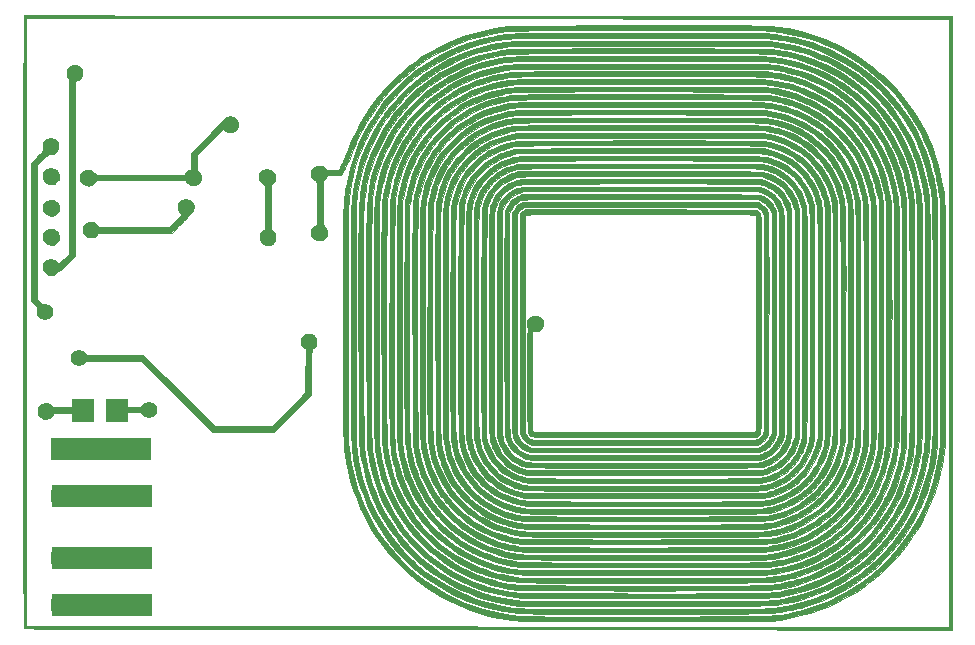
<source format=gbr>
%TF.GenerationSoftware,KiCad,Pcbnew,(6.0.1)*%
%TF.CreationDate,2022-02-20T06:36:06+01:00*%
%TF.ProjectId,OK,4f4b2e6b-6963-4616-945f-706362585858,rev?*%
%TF.SameCoordinates,Original*%
%TF.FileFunction,Copper,L2,Bot*%
%TF.FilePolarity,Positive*%
%FSLAX46Y46*%
G04 Gerber Fmt 4.6, Leading zero omitted, Abs format (unit mm)*
G04 Created by KiCad (PCBNEW (6.0.1)) date 2022-02-20 06:36:06*
%MOMM*%
%LPD*%
G01*
G04 APERTURE LIST*
G04 Aperture macros list*
%AMRoundRect*
0 Rectangle with rounded corners*
0 $1 Rounding radius*
0 $2 $3 $4 $5 $6 $7 $8 $9 X,Y pos of 4 corners*
0 Add a 4 corners polygon primitive as box body*
4,1,4,$2,$3,$4,$5,$6,$7,$8,$9,$2,$3,0*
0 Add four circle primitives for the rounded corners*
1,1,$1+$1,$2,$3*
1,1,$1+$1,$4,$5*
1,1,$1+$1,$6,$7*
1,1,$1+$1,$8,$9*
0 Add four rect primitives between the rounded corners*
20,1,$1+$1,$2,$3,$4,$5,0*
20,1,$1+$1,$4,$5,$6,$7,0*
20,1,$1+$1,$6,$7,$8,$9,0*
20,1,$1+$1,$8,$9,$2,$3,0*%
G04 Aperture macros list end*
%TA.AperFunction,EtchedComponent*%
%ADD10C,0.010000*%
%TD*%
%TA.AperFunction,ComponentPad*%
%ADD11C,1.400000*%
%TD*%
%TA.AperFunction,SMDPad,CuDef*%
%ADD12R,2.800000X1.000000*%
%TD*%
%TA.AperFunction,SMDPad,CuDef*%
%ADD13RoundRect,0.250000X0.375000X0.625000X-0.375000X0.625000X-0.375000X-0.625000X0.375000X-0.625000X0*%
%TD*%
%TA.AperFunction,Conductor*%
%ADD14C,0.500000*%
%TD*%
%TA.AperFunction,Conductor*%
%ADD15C,0.250000*%
%TD*%
G04 APERTURE END LIST*
D10*
%TO.C, *%
X105334811Y-45535235D02*
X105505217Y-45558436D01*
X105505217Y-45558436D02*
X105646316Y-45609945D01*
X105646316Y-45609945D02*
X105761408Y-45691075D01*
X105761408Y-45691075D02*
X105784512Y-45714025D01*
X105784512Y-45714025D02*
X105857081Y-45813875D01*
X105857081Y-45813875D02*
X105913478Y-45937340D01*
X105913478Y-45937340D02*
X105951589Y-46073484D01*
X105951589Y-46073484D02*
X105969301Y-46211369D01*
X105969301Y-46211369D02*
X105964499Y-46340056D01*
X105964499Y-46340056D02*
X105935069Y-46448609D01*
X105935069Y-46448609D02*
X105928973Y-46461361D01*
X105928973Y-46461361D02*
X105879759Y-46537654D01*
X105879759Y-46537654D02*
X105808884Y-46623130D01*
X105808884Y-46623130D02*
X105727856Y-46705852D01*
X105727856Y-46705852D02*
X105648179Y-46773882D01*
X105648179Y-46773882D02*
X105593305Y-46809622D01*
X105593305Y-46809622D02*
X105519714Y-46834302D01*
X105519714Y-46834302D02*
X105420648Y-46850101D01*
X105420648Y-46850101D02*
X105312283Y-46855698D01*
X105312283Y-46855698D02*
X105210799Y-46849773D01*
X105210799Y-46849773D02*
X105175201Y-46843762D01*
X105175201Y-46843762D02*
X105044949Y-46801284D01*
X105044949Y-46801284D02*
X104922050Y-46734290D01*
X104922050Y-46734290D02*
X104815089Y-46649646D01*
X104815089Y-46649646D02*
X104732652Y-46554217D01*
X104732652Y-46554217D02*
X104683324Y-46454870D01*
X104683324Y-46454870D02*
X104681635Y-46449045D01*
X104681635Y-46449045D02*
X104667274Y-46366301D01*
X104667274Y-46366301D02*
X104660282Y-46259075D01*
X104660282Y-46259075D02*
X104660576Y-46143600D01*
X104660576Y-46143600D02*
X104668076Y-46036109D01*
X104668076Y-46036109D02*
X104682699Y-45952836D01*
X104682699Y-45952836D02*
X104684169Y-45947722D01*
X104684169Y-45947722D02*
X104724011Y-45865173D01*
X104724011Y-45865173D02*
X104791538Y-45775100D01*
X104791538Y-45775100D02*
X104876309Y-45688376D01*
X104876309Y-45688376D02*
X104967883Y-45615876D01*
X104967883Y-45615876D02*
X105043548Y-45573437D01*
X105043548Y-45573437D02*
X105107539Y-45549192D01*
X105107539Y-45549192D02*
X105167933Y-45536131D01*
X105167933Y-45536131D02*
X105240143Y-45532235D01*
X105240143Y-45532235D02*
X105334811Y-45535235D01*
X105334811Y-45535235D02*
X105334811Y-45535235D01*
G36*
X105334811Y-45535235D02*
G01*
X105505217Y-45558436D01*
X105646316Y-45609945D01*
X105761408Y-45691075D01*
X105784512Y-45714025D01*
X105857081Y-45813875D01*
X105913478Y-45937340D01*
X105951589Y-46073484D01*
X105969301Y-46211369D01*
X105964499Y-46340056D01*
X105935069Y-46448609D01*
X105928973Y-46461361D01*
X105879759Y-46537654D01*
X105808884Y-46623130D01*
X105727856Y-46705852D01*
X105648179Y-46773882D01*
X105593305Y-46809622D01*
X105519714Y-46834302D01*
X105420648Y-46850101D01*
X105312283Y-46855698D01*
X105210799Y-46849773D01*
X105175201Y-46843762D01*
X105044949Y-46801284D01*
X104922050Y-46734290D01*
X104815089Y-46649646D01*
X104732652Y-46554217D01*
X104683324Y-46454870D01*
X104681635Y-46449045D01*
X104667274Y-46366301D01*
X104660282Y-46259075D01*
X104660576Y-46143600D01*
X104668076Y-46036109D01*
X104682699Y-45952836D01*
X104684169Y-45947722D01*
X104724011Y-45865173D01*
X104791538Y-45775100D01*
X104876309Y-45688376D01*
X104967883Y-45615876D01*
X105043548Y-45573437D01*
X105107539Y-45549192D01*
X105167933Y-45536131D01*
X105240143Y-45532235D01*
X105334811Y-45535235D01*
G37*
X105334811Y-45535235D02*
X105505217Y-45558436D01*
X105646316Y-45609945D01*
X105761408Y-45691075D01*
X105784512Y-45714025D01*
X105857081Y-45813875D01*
X105913478Y-45937340D01*
X105951589Y-46073484D01*
X105969301Y-46211369D01*
X105964499Y-46340056D01*
X105935069Y-46448609D01*
X105928973Y-46461361D01*
X105879759Y-46537654D01*
X105808884Y-46623130D01*
X105727856Y-46705852D01*
X105648179Y-46773882D01*
X105593305Y-46809622D01*
X105519714Y-46834302D01*
X105420648Y-46850101D01*
X105312283Y-46855698D01*
X105210799Y-46849773D01*
X105175201Y-46843762D01*
X105044949Y-46801284D01*
X104922050Y-46734290D01*
X104815089Y-46649646D01*
X104732652Y-46554217D01*
X104683324Y-46454870D01*
X104681635Y-46449045D01*
X104667274Y-46366301D01*
X104660282Y-46259075D01*
X104660576Y-46143600D01*
X104668076Y-46036109D01*
X104682699Y-45952836D01*
X104684169Y-45947722D01*
X104724011Y-45865173D01*
X104791538Y-45775100D01*
X104876309Y-45688376D01*
X104967883Y-45615876D01*
X105043548Y-45573437D01*
X105107539Y-45549192D01*
X105167933Y-45536131D01*
X105240143Y-45532235D01*
X105334811Y-45535235D01*
X113717917Y-83334458D02*
X105357084Y-83334458D01*
X105357084Y-83334458D02*
X105357084Y-81535291D01*
X105357084Y-81535291D02*
X113717917Y-81535291D01*
X113717917Y-81535291D02*
X113717917Y-83334458D01*
X113717917Y-83334458D02*
X113717917Y-83334458D01*
G36*
X113717917Y-83334458D02*
G01*
X105357084Y-83334458D01*
X105357084Y-81535291D01*
X113717917Y-81535291D01*
X113717917Y-83334458D01*
G37*
X113717917Y-83334458D02*
X105357084Y-83334458D01*
X105357084Y-81535291D01*
X113717917Y-81535291D01*
X113717917Y-83334458D01*
X161298922Y-33404467D02*
X161754939Y-33404837D01*
X161754939Y-33404837D02*
X162181637Y-33405410D01*
X162181637Y-33405410D02*
X162580198Y-33406199D01*
X162580198Y-33406199D02*
X162951807Y-33407216D01*
X162951807Y-33407216D02*
X163297646Y-33408472D01*
X163297646Y-33408472D02*
X163618898Y-33409980D01*
X163618898Y-33409980D02*
X163916747Y-33411751D01*
X163916747Y-33411751D02*
X164192375Y-33413797D01*
X164192375Y-33413797D02*
X164446965Y-33416131D01*
X164446965Y-33416131D02*
X164681702Y-33418764D01*
X164681702Y-33418764D02*
X164897767Y-33421708D01*
X164897767Y-33421708D02*
X165096343Y-33424976D01*
X165096343Y-33424976D02*
X165278615Y-33428578D01*
X165278615Y-33428578D02*
X165445765Y-33432528D01*
X165445765Y-33432528D02*
X165598976Y-33436836D01*
X165598976Y-33436836D02*
X165739431Y-33441516D01*
X165739431Y-33441516D02*
X165868314Y-33446578D01*
X165868314Y-33446578D02*
X165986807Y-33452036D01*
X165986807Y-33452036D02*
X166096094Y-33457900D01*
X166096094Y-33457900D02*
X166197357Y-33464183D01*
X166197357Y-33464183D02*
X166291781Y-33470897D01*
X166291781Y-33470897D02*
X166380547Y-33478054D01*
X166380547Y-33478054D02*
X166464839Y-33485665D01*
X166464839Y-33485665D02*
X166545840Y-33493743D01*
X166545840Y-33493743D02*
X166624733Y-33502299D01*
X166624733Y-33502299D02*
X166702702Y-33511346D01*
X166702702Y-33511346D02*
X166780929Y-33520895D01*
X166780929Y-33520895D02*
X166856834Y-33530478D01*
X166856834Y-33530478D02*
X167672976Y-33655852D01*
X167672976Y-33655852D02*
X168478090Y-33821931D01*
X168478090Y-33821931D02*
X169271181Y-34028291D01*
X169271181Y-34028291D02*
X170051255Y-34274511D01*
X170051255Y-34274511D02*
X170817317Y-34560168D01*
X170817317Y-34560168D02*
X171568375Y-34884840D01*
X171568375Y-34884840D02*
X172303433Y-35248104D01*
X172303433Y-35248104D02*
X173021497Y-35649538D01*
X173021497Y-35649538D02*
X173721574Y-36088719D01*
X173721574Y-36088719D02*
X174402668Y-36565225D01*
X174402668Y-36565225D02*
X174904726Y-36950265D01*
X174904726Y-36950265D02*
X175348449Y-37319345D01*
X175348449Y-37319345D02*
X175794591Y-37719942D01*
X175794591Y-37719942D02*
X176234275Y-38143256D01*
X176234275Y-38143256D02*
X176658622Y-38580483D01*
X176658622Y-38580483D02*
X177058756Y-39022822D01*
X177058756Y-39022822D02*
X177379322Y-39403800D01*
X177379322Y-39403800D02*
X177882188Y-40057376D01*
X177882188Y-40057376D02*
X178348871Y-40732823D01*
X178348871Y-40732823D02*
X178779217Y-41429783D01*
X178779217Y-41429783D02*
X179173074Y-42147902D01*
X179173074Y-42147902D02*
X179530289Y-42886825D01*
X179530289Y-42886825D02*
X179850708Y-43646197D01*
X179850708Y-43646197D02*
X180134178Y-44425661D01*
X180134178Y-44425661D02*
X180380546Y-45224864D01*
X180380546Y-45224864D02*
X180589658Y-46043448D01*
X180589658Y-46043448D02*
X180761363Y-46881060D01*
X180761363Y-46881060D02*
X180859158Y-47478124D01*
X180859158Y-47478124D02*
X180874493Y-47584325D01*
X180874493Y-47584325D02*
X180887369Y-47680057D01*
X180887369Y-47680057D02*
X180898124Y-47770778D01*
X180898124Y-47770778D02*
X180907096Y-47861946D01*
X180907096Y-47861946D02*
X180914623Y-47959019D01*
X180914623Y-47959019D02*
X180921043Y-48067454D01*
X180921043Y-48067454D02*
X180926694Y-48192711D01*
X180926694Y-48192711D02*
X180931914Y-48340246D01*
X180931914Y-48340246D02*
X180937041Y-48515518D01*
X180937041Y-48515518D02*
X180942414Y-48723984D01*
X180942414Y-48723984D02*
X180946337Y-48885708D01*
X180946337Y-48885708D02*
X180948446Y-48995179D01*
X180948446Y-48995179D02*
X180950472Y-49142664D01*
X180950472Y-49142664D02*
X180952416Y-49326529D01*
X180952416Y-49326529D02*
X180954277Y-49545140D01*
X180954277Y-49545140D02*
X180956056Y-49796863D01*
X180956056Y-49796863D02*
X180957751Y-50080062D01*
X180957751Y-50080062D02*
X180959363Y-50393105D01*
X180959363Y-50393105D02*
X180960892Y-50734355D01*
X180960892Y-50734355D02*
X180962338Y-51102181D01*
X180962338Y-51102181D02*
X180963700Y-51494946D01*
X180963700Y-51494946D02*
X180964979Y-51911016D01*
X180964979Y-51911016D02*
X180966173Y-52348758D01*
X180966173Y-52348758D02*
X180967284Y-52806537D01*
X180967284Y-52806537D02*
X180968311Y-53282719D01*
X180968311Y-53282719D02*
X180969254Y-53775669D01*
X180969254Y-53775669D02*
X180970113Y-54283753D01*
X180970113Y-54283753D02*
X180970887Y-54805337D01*
X180970887Y-54805337D02*
X180971576Y-55338786D01*
X180971576Y-55338786D02*
X180972181Y-55882467D01*
X180972181Y-55882467D02*
X180972702Y-56434745D01*
X180972702Y-56434745D02*
X180973137Y-56993985D01*
X180973137Y-56993985D02*
X180973487Y-57558554D01*
X180973487Y-57558554D02*
X180973753Y-58126817D01*
X180973753Y-58126817D02*
X180973932Y-58697139D01*
X180973932Y-58697139D02*
X180974027Y-59267887D01*
X180974027Y-59267887D02*
X180974036Y-59837426D01*
X180974036Y-59837426D02*
X180973959Y-60404122D01*
X180973959Y-60404122D02*
X180973797Y-60966341D01*
X180973797Y-60966341D02*
X180973548Y-61522448D01*
X180973548Y-61522448D02*
X180973214Y-62070808D01*
X180973214Y-62070808D02*
X180972793Y-62609789D01*
X180972793Y-62609789D02*
X180972286Y-63137755D01*
X180972286Y-63137755D02*
X180971692Y-63653071D01*
X180971692Y-63653071D02*
X180971012Y-64154105D01*
X180971012Y-64154105D02*
X180970246Y-64639221D01*
X180970246Y-64639221D02*
X180969392Y-65106786D01*
X180969392Y-65106786D02*
X180968452Y-65555164D01*
X180968452Y-65555164D02*
X180967424Y-65982721D01*
X180967424Y-65982721D02*
X180966309Y-66387825D01*
X180966309Y-66387825D02*
X180965107Y-66768839D01*
X180965107Y-66768839D02*
X180963818Y-67124129D01*
X180963818Y-67124129D02*
X180962441Y-67452062D01*
X180962441Y-67452062D02*
X180960976Y-67751004D01*
X180960976Y-67751004D02*
X180959423Y-68019319D01*
X180959423Y-68019319D02*
X180957783Y-68255373D01*
X180957783Y-68255373D02*
X180956054Y-68457533D01*
X180956054Y-68457533D02*
X180954237Y-68624164D01*
X180954237Y-68624164D02*
X180952331Y-68753631D01*
X180952331Y-68753631D02*
X180950338Y-68844301D01*
X180950338Y-68844301D02*
X180948255Y-68894538D01*
X180948255Y-68894538D02*
X180947907Y-68898791D01*
X180947907Y-68898791D02*
X180880631Y-69524104D01*
X180880631Y-69524104D02*
X180799986Y-70116121D01*
X180799986Y-70116121D02*
X180704443Y-70682187D01*
X180704443Y-70682187D02*
X180592470Y-71229649D01*
X180592470Y-71229649D02*
X180462540Y-71765855D01*
X180462540Y-71765855D02*
X180313121Y-72298151D01*
X180313121Y-72298151D02*
X180142685Y-72833885D01*
X180142685Y-72833885D02*
X180106101Y-72941624D01*
X180106101Y-72941624D02*
X179822040Y-73704825D01*
X179822040Y-73704825D02*
X179499399Y-74451584D01*
X179499399Y-74451584D02*
X179139135Y-75180595D01*
X179139135Y-75180595D02*
X178742204Y-75890548D01*
X178742204Y-75890548D02*
X178309562Y-76580136D01*
X178309562Y-76580136D02*
X177842167Y-77248050D01*
X177842167Y-77248050D02*
X177340974Y-77892982D01*
X177340974Y-77892982D02*
X176806940Y-78513624D01*
X176806940Y-78513624D02*
X176241022Y-79108668D01*
X176241022Y-79108668D02*
X175644176Y-79676804D01*
X175644176Y-79676804D02*
X175017358Y-80216726D01*
X175017358Y-80216726D02*
X174476834Y-80641134D01*
X174476834Y-80641134D02*
X173831981Y-81100405D01*
X173831981Y-81100405D02*
X173158913Y-81529446D01*
X173158913Y-81529446D02*
X172460483Y-81926781D01*
X172460483Y-81926781D02*
X171739544Y-82290935D01*
X171739544Y-82290935D02*
X170998949Y-82620433D01*
X170998949Y-82620433D02*
X170241551Y-82913801D01*
X170241551Y-82913801D02*
X169767251Y-83076092D01*
X169767251Y-83076092D02*
X169089113Y-83279468D01*
X169089113Y-83279468D02*
X168394848Y-83454542D01*
X168394848Y-83454542D02*
X167692294Y-83599866D01*
X167692294Y-83599866D02*
X166989292Y-83713990D01*
X166989292Y-83713990D02*
X166293682Y-83795467D01*
X166293682Y-83795467D02*
X165618584Y-83842611D01*
X165618584Y-83842611D02*
X165566505Y-83843983D01*
X165566505Y-83843983D02*
X165473768Y-83845294D01*
X165473768Y-83845294D02*
X165342050Y-83846544D01*
X165342050Y-83846544D02*
X165173024Y-83847734D01*
X165173024Y-83847734D02*
X164968368Y-83848863D01*
X164968368Y-83848863D02*
X164729755Y-83849932D01*
X164729755Y-83849932D02*
X164458863Y-83850941D01*
X164458863Y-83850941D02*
X164157366Y-83851889D01*
X164157366Y-83851889D02*
X163826941Y-83852778D01*
X163826941Y-83852778D02*
X163469261Y-83853606D01*
X163469261Y-83853606D02*
X163086004Y-83854375D01*
X163086004Y-83854375D02*
X162678845Y-83855084D01*
X162678845Y-83855084D02*
X162249458Y-83855733D01*
X162249458Y-83855733D02*
X161799521Y-83856323D01*
X161799521Y-83856323D02*
X161330707Y-83856853D01*
X161330707Y-83856853D02*
X160844694Y-83857324D01*
X160844694Y-83857324D02*
X160343155Y-83857735D01*
X160343155Y-83857735D02*
X159827768Y-83858088D01*
X159827768Y-83858088D02*
X159300207Y-83858381D01*
X159300207Y-83858381D02*
X158762148Y-83858615D01*
X158762148Y-83858615D02*
X158215266Y-83858790D01*
X158215266Y-83858790D02*
X157661238Y-83858907D01*
X157661238Y-83858907D02*
X157101738Y-83858964D01*
X157101738Y-83858964D02*
X156538442Y-83858963D01*
X156538442Y-83858963D02*
X155973025Y-83858904D01*
X155973025Y-83858904D02*
X155407164Y-83858786D01*
X155407164Y-83858786D02*
X154842534Y-83858610D01*
X154842534Y-83858610D02*
X154280810Y-83858375D01*
X154280810Y-83858375D02*
X153723667Y-83858082D01*
X153723667Y-83858082D02*
X153172782Y-83857732D01*
X153172782Y-83857732D02*
X152629830Y-83857323D01*
X152629830Y-83857323D02*
X152096486Y-83856856D01*
X152096486Y-83856856D02*
X151574426Y-83856332D01*
X151574426Y-83856332D02*
X151065326Y-83855750D01*
X151065326Y-83855750D02*
X150570860Y-83855110D01*
X150570860Y-83855110D02*
X150092705Y-83854413D01*
X150092705Y-83854413D02*
X149632536Y-83853658D01*
X149632536Y-83853658D02*
X149192029Y-83852846D01*
X149192029Y-83852846D02*
X148772859Y-83851977D01*
X148772859Y-83851977D02*
X148376702Y-83851050D01*
X148376702Y-83851050D02*
X148005233Y-83850067D01*
X148005233Y-83850067D02*
X147660127Y-83849027D01*
X147660127Y-83849027D02*
X147343061Y-83847930D01*
X147343061Y-83847930D02*
X147055710Y-83846776D01*
X147055710Y-83846776D02*
X146799750Y-83845565D01*
X146799750Y-83845565D02*
X146576855Y-83844298D01*
X146576855Y-83844298D02*
X146388701Y-83842974D01*
X146388701Y-83842974D02*
X146236965Y-83841594D01*
X146236965Y-83841594D02*
X146229917Y-83841519D01*
X146229917Y-83841519D02*
X145946900Y-83838301D01*
X145946900Y-83838301D02*
X145700953Y-83834956D01*
X145700953Y-83834956D02*
X145486811Y-83831146D01*
X145486811Y-83831146D02*
X145299213Y-83826531D01*
X145299213Y-83826531D02*
X145132895Y-83820772D01*
X145132895Y-83820772D02*
X144982594Y-83813529D01*
X144982594Y-83813529D02*
X144843046Y-83804463D01*
X144843046Y-83804463D02*
X144708988Y-83793234D01*
X144708988Y-83793234D02*
X144575158Y-83779503D01*
X144575158Y-83779503D02*
X144436291Y-83762931D01*
X144436291Y-83762931D02*
X144287125Y-83743177D01*
X144287125Y-83743177D02*
X144122396Y-83719903D01*
X144122396Y-83719903D02*
X143947209Y-83694299D01*
X143947209Y-83694299D02*
X143124476Y-83552132D01*
X143124476Y-83552132D02*
X142314873Y-83370447D01*
X142314873Y-83370447D02*
X141519574Y-83149762D01*
X141519574Y-83149762D02*
X140739754Y-82890590D01*
X140739754Y-82890590D02*
X139976588Y-82593450D01*
X139976588Y-82593450D02*
X139231249Y-82258857D01*
X139231249Y-82258857D02*
X138504913Y-81887327D01*
X138504913Y-81887327D02*
X137798754Y-81479376D01*
X137798754Y-81479376D02*
X137113947Y-81035520D01*
X137113947Y-81035520D02*
X136451666Y-80556276D01*
X136451666Y-80556276D02*
X136010756Y-80207135D01*
X136010756Y-80207135D02*
X135543643Y-79807953D01*
X135543643Y-79807953D02*
X135082952Y-79383635D01*
X135082952Y-79383635D02*
X134636485Y-78942022D01*
X134636485Y-78942022D02*
X134212041Y-78490956D01*
X134212041Y-78490956D02*
X133817421Y-78038279D01*
X133817421Y-78038279D02*
X133649503Y-77833464D01*
X133649503Y-77833464D02*
X133140264Y-77166076D01*
X133140264Y-77166076D02*
X132668286Y-76478795D01*
X132668286Y-76478795D02*
X132233901Y-75772393D01*
X132233901Y-75772393D02*
X131837439Y-75047643D01*
X131837439Y-75047643D02*
X131479232Y-74305318D01*
X131479232Y-74305318D02*
X131159610Y-73546190D01*
X131159610Y-73546190D02*
X130878904Y-72771032D01*
X130878904Y-72771032D02*
X130637446Y-71980617D01*
X130637446Y-71980617D02*
X130435564Y-71175718D01*
X130435564Y-71175718D02*
X130273592Y-70357106D01*
X130273592Y-70357106D02*
X130177124Y-69724291D01*
X130177124Y-69724291D02*
X130157518Y-69573512D01*
X130157518Y-69573512D02*
X130139834Y-69428809D01*
X130139834Y-69428809D02*
X130123938Y-69287091D01*
X130123938Y-69287091D02*
X130109691Y-69145270D01*
X130109691Y-69145270D02*
X130096960Y-69000258D01*
X130096960Y-69000258D02*
X130085607Y-68848965D01*
X130085607Y-68848965D02*
X130075497Y-68688302D01*
X130075497Y-68688302D02*
X130066494Y-68515181D01*
X130066494Y-68515181D02*
X130058463Y-68326513D01*
X130058463Y-68326513D02*
X130051266Y-68119209D01*
X130051266Y-68119209D02*
X130044768Y-67890180D01*
X130044768Y-67890180D02*
X130038834Y-67636337D01*
X130038834Y-67636337D02*
X130033326Y-67354592D01*
X130033326Y-67354592D02*
X130028110Y-67041855D01*
X130028110Y-67041855D02*
X130023049Y-66695038D01*
X130023049Y-66695038D02*
X130018008Y-66311052D01*
X130018008Y-66311052D02*
X130014565Y-66030708D01*
X130014565Y-66030708D02*
X130012534Y-65837158D01*
X130012534Y-65837158D02*
X130010657Y-65608491D01*
X130010657Y-65608491D02*
X130008933Y-65346603D01*
X130008933Y-65346603D02*
X130007357Y-65053387D01*
X130007357Y-65053387D02*
X130005928Y-64730739D01*
X130005928Y-64730739D02*
X130004645Y-64380554D01*
X130004645Y-64380554D02*
X130003503Y-64004726D01*
X130003503Y-64004726D02*
X130002502Y-63605149D01*
X130002502Y-63605149D02*
X130001638Y-63183719D01*
X130001638Y-63183719D02*
X130000910Y-62742331D01*
X130000910Y-62742331D02*
X130000315Y-62282879D01*
X130000315Y-62282879D02*
X129999850Y-61807257D01*
X129999850Y-61807257D02*
X129999514Y-61317361D01*
X129999514Y-61317361D02*
X129999305Y-60815086D01*
X129999305Y-60815086D02*
X129999219Y-60302325D01*
X129999219Y-60302325D02*
X129999254Y-59780974D01*
X129999254Y-59780974D02*
X129999409Y-59252928D01*
X129999409Y-59252928D02*
X129999680Y-58720081D01*
X129999680Y-58720081D02*
X130000066Y-58184328D01*
X130000066Y-58184328D02*
X130000564Y-57647564D01*
X130000564Y-57647564D02*
X130001173Y-57111684D01*
X130001173Y-57111684D02*
X130001888Y-56578581D01*
X130001888Y-56578581D02*
X130002709Y-56050152D01*
X130002709Y-56050152D02*
X130003633Y-55528291D01*
X130003633Y-55528291D02*
X130004657Y-55014891D01*
X130004657Y-55014891D02*
X130005780Y-54511849D01*
X130005780Y-54511849D02*
X130006998Y-54021060D01*
X130006998Y-54021060D02*
X130008310Y-53544416D01*
X130008310Y-53544416D02*
X130009714Y-53083815D01*
X130009714Y-53083815D02*
X130011206Y-52641149D01*
X130011206Y-52641149D02*
X130012786Y-52218314D01*
X130012786Y-52218314D02*
X130014449Y-51817205D01*
X130014449Y-51817205D02*
X130016194Y-51439717D01*
X130016194Y-51439717D02*
X130018020Y-51087743D01*
X130018020Y-51087743D02*
X130019922Y-50763180D01*
X130019922Y-50763180D02*
X130021900Y-50467921D01*
X130021900Y-50467921D02*
X130023950Y-50203861D01*
X130023950Y-50203861D02*
X130026071Y-49972896D01*
X130026071Y-49972896D02*
X130028259Y-49776919D01*
X130028259Y-49776919D02*
X130030514Y-49617826D01*
X130030514Y-49617826D02*
X130032832Y-49497511D01*
X130032832Y-49497511D02*
X130034913Y-49425458D01*
X130034913Y-49425458D02*
X130048795Y-49087527D01*
X130048795Y-49087527D02*
X130064024Y-48784343D01*
X130064024Y-48784343D02*
X130081304Y-48508326D01*
X130081304Y-48508326D02*
X130101339Y-48251893D01*
X130101339Y-48251893D02*
X130124831Y-48007464D01*
X130124831Y-48007464D02*
X130152485Y-47767458D01*
X130152485Y-47767458D02*
X130185004Y-47524293D01*
X130185004Y-47524293D02*
X130223091Y-47270389D01*
X130223091Y-47270389D02*
X130250983Y-47097124D01*
X130250983Y-47097124D02*
X130402504Y-46304752D01*
X130402504Y-46304752D02*
X130593423Y-45526130D01*
X130593423Y-45526130D02*
X130822774Y-44762457D01*
X130822774Y-44762457D02*
X131089591Y-44014935D01*
X131089591Y-44014935D02*
X131392908Y-43284763D01*
X131392908Y-43284763D02*
X131731758Y-42573144D01*
X131731758Y-42573144D02*
X132105175Y-41881276D01*
X132105175Y-41881276D02*
X132512194Y-41210361D01*
X132512194Y-41210361D02*
X132951848Y-40561599D01*
X132951848Y-40561599D02*
X133423171Y-39936192D01*
X133423171Y-39936192D02*
X133925197Y-39335339D01*
X133925197Y-39335339D02*
X134456961Y-38760240D01*
X134456961Y-38760240D02*
X135017495Y-38212098D01*
X135017495Y-38212098D02*
X135605835Y-37692112D01*
X135605835Y-37692112D02*
X136221013Y-37201482D01*
X136221013Y-37201482D02*
X136862064Y-36741410D01*
X136862064Y-36741410D02*
X137528022Y-36313096D01*
X137528022Y-36313096D02*
X138217920Y-35917740D01*
X138217920Y-35917740D02*
X138930793Y-35556544D01*
X138930793Y-35556544D02*
X139665674Y-35230707D01*
X139665674Y-35230707D02*
X139864267Y-35150327D01*
X139864267Y-35150327D02*
X140313309Y-34978428D01*
X140313309Y-34978428D02*
X140746530Y-34826071D01*
X140746530Y-34826071D02*
X141173335Y-34690634D01*
X141173335Y-34690634D02*
X141603127Y-34569495D01*
X141603127Y-34569495D02*
X142045312Y-34460030D01*
X142045312Y-34460030D02*
X142509294Y-34359616D01*
X142509294Y-34359616D02*
X143004478Y-34265632D01*
X143004478Y-34265632D02*
X143092134Y-34250159D01*
X143092134Y-34250159D02*
X143222453Y-34227561D01*
X143222453Y-34227561D02*
X143343787Y-34207114D01*
X143343787Y-34207114D02*
X143458838Y-34188687D01*
X143458838Y-34188687D02*
X143570311Y-34172150D01*
X143570311Y-34172150D02*
X143680908Y-34157370D01*
X143680908Y-34157370D02*
X143793332Y-34144218D01*
X143793332Y-34144218D02*
X143910287Y-34132562D01*
X143910287Y-34132562D02*
X144034475Y-34122272D01*
X144034475Y-34122272D02*
X144168600Y-34113216D01*
X144168600Y-34113216D02*
X144315364Y-34105264D01*
X144315364Y-34105264D02*
X144477472Y-34098285D01*
X144477472Y-34098285D02*
X144657625Y-34092147D01*
X144657625Y-34092147D02*
X144858528Y-34086721D01*
X144858528Y-34086721D02*
X145082883Y-34081874D01*
X145082883Y-34081874D02*
X145333393Y-34077477D01*
X145333393Y-34077477D02*
X145612762Y-34073397D01*
X145612762Y-34073397D02*
X145923692Y-34069505D01*
X145923692Y-34069505D02*
X146268887Y-34065670D01*
X146268887Y-34065670D02*
X146651050Y-34061760D01*
X146651050Y-34061760D02*
X147066001Y-34057711D01*
X147066001Y-34057711D02*
X147296614Y-34055719D01*
X147296614Y-34055719D02*
X147559962Y-34053861D01*
X147559962Y-34053861D02*
X147854345Y-34052135D01*
X147854345Y-34052135D02*
X148178062Y-34050538D01*
X148178062Y-34050538D02*
X148529414Y-34049069D01*
X148529414Y-34049069D02*
X148906702Y-34047726D01*
X148906702Y-34047726D02*
X149308224Y-34046508D01*
X149308224Y-34046508D02*
X149732281Y-34045413D01*
X149732281Y-34045413D02*
X150177174Y-34044439D01*
X150177174Y-34044439D02*
X150641201Y-34043584D01*
X150641201Y-34043584D02*
X151122664Y-34042848D01*
X151122664Y-34042848D02*
X151619862Y-34042228D01*
X151619862Y-34042228D02*
X152131096Y-34041722D01*
X152131096Y-34041722D02*
X152654665Y-34041329D01*
X152654665Y-34041329D02*
X153188869Y-34041047D01*
X153188869Y-34041047D02*
X153732009Y-34040875D01*
X153732009Y-34040875D02*
X154282385Y-34040810D01*
X154282385Y-34040810D02*
X154838296Y-34040851D01*
X154838296Y-34040851D02*
X155398043Y-34040997D01*
X155398043Y-34040997D02*
X155959926Y-34041245D01*
X155959926Y-34041245D02*
X156522245Y-34041595D01*
X156522245Y-34041595D02*
X157083300Y-34042043D01*
X157083300Y-34042043D02*
X157641391Y-34042590D01*
X157641391Y-34042590D02*
X158194818Y-34043232D01*
X158194818Y-34043232D02*
X158741881Y-34043968D01*
X158741881Y-34043968D02*
X159280880Y-34044797D01*
X159280880Y-34044797D02*
X159810116Y-34045717D01*
X159810116Y-34045717D02*
X160327888Y-34046726D01*
X160327888Y-34046726D02*
X160832496Y-34047823D01*
X160832496Y-34047823D02*
X161322241Y-34049005D01*
X161322241Y-34049005D02*
X161795422Y-34050271D01*
X161795422Y-34050271D02*
X162250340Y-34051620D01*
X162250340Y-34051620D02*
X162685295Y-34053050D01*
X162685295Y-34053050D02*
X163098586Y-34054558D01*
X163098586Y-34054558D02*
X163488515Y-34056144D01*
X163488515Y-34056144D02*
X163853380Y-34057806D01*
X163853380Y-34057806D02*
X164191482Y-34059541D01*
X164191482Y-34059541D02*
X164501121Y-34061349D01*
X164501121Y-34061349D02*
X164780597Y-34063227D01*
X164780597Y-34063227D02*
X165028210Y-34065175D01*
X165028210Y-34065175D02*
X165242261Y-34067189D01*
X165242261Y-34067189D02*
X165421048Y-34069269D01*
X165421048Y-34069269D02*
X165562874Y-34071413D01*
X165562874Y-34071413D02*
X165666036Y-34073619D01*
X165666036Y-34073619D02*
X165728836Y-34075886D01*
X165728836Y-34075886D02*
X165735001Y-34076252D01*
X165735001Y-34076252D02*
X166555117Y-34150533D01*
X166555117Y-34150533D02*
X167364689Y-34265510D01*
X167364689Y-34265510D02*
X168162863Y-34420918D01*
X168162863Y-34420918D02*
X168948786Y-34616496D01*
X168948786Y-34616496D02*
X169721605Y-34851979D01*
X169721605Y-34851979D02*
X170480468Y-35127105D01*
X170480468Y-35127105D02*
X171224521Y-35441609D01*
X171224521Y-35441609D02*
X171952912Y-35795230D01*
X171952912Y-35795230D02*
X172664786Y-36187703D01*
X172664786Y-36187703D02*
X172762334Y-36245289D01*
X172762334Y-36245289D02*
X173426980Y-36665248D01*
X173426980Y-36665248D02*
X174072378Y-37122126D01*
X174072378Y-37122126D02*
X174696567Y-37614198D01*
X174696567Y-37614198D02*
X175297584Y-38139739D01*
X175297584Y-38139739D02*
X175873464Y-38697025D01*
X175873464Y-38697025D02*
X176422247Y-39284330D01*
X176422247Y-39284330D02*
X176941968Y-39899929D01*
X176941968Y-39899929D02*
X176991070Y-39961472D01*
X176991070Y-39961472D02*
X177468108Y-40596307D01*
X177468108Y-40596307D02*
X177911945Y-41256549D01*
X177911945Y-41256549D02*
X178321689Y-41940258D01*
X178321689Y-41940258D02*
X178696451Y-42645490D01*
X178696451Y-42645490D02*
X179035341Y-43370302D01*
X179035341Y-43370302D02*
X179337468Y-44112752D01*
X179337468Y-44112752D02*
X179601941Y-44870897D01*
X179601941Y-44870897D02*
X179827871Y-45642794D01*
X179827871Y-45642794D02*
X180014367Y-46426500D01*
X180014367Y-46426500D02*
X180062411Y-46663208D01*
X180062411Y-46663208D02*
X180112067Y-46922206D01*
X180112067Y-46922206D02*
X180153249Y-47147972D01*
X180153249Y-47147972D02*
X180187038Y-47348514D01*
X180187038Y-47348514D02*
X180214512Y-47531842D01*
X180214512Y-47531842D02*
X180236750Y-47705963D01*
X180236750Y-47705963D02*
X180254829Y-47878888D01*
X180254829Y-47878888D02*
X180269830Y-48058625D01*
X180269830Y-48058625D02*
X180282830Y-48253184D01*
X180282830Y-48253184D02*
X180287622Y-48335374D01*
X180287622Y-48335374D02*
X180291871Y-48432639D01*
X180291871Y-48432639D02*
X180296005Y-48570888D01*
X180296005Y-48570888D02*
X180300018Y-48748772D01*
X180300018Y-48748772D02*
X180303905Y-48964940D01*
X180303905Y-48964940D02*
X180307661Y-49218045D01*
X180307661Y-49218045D02*
X180311278Y-49506735D01*
X180311278Y-49506735D02*
X180314752Y-49829663D01*
X180314752Y-49829663D02*
X180318077Y-50185479D01*
X180318077Y-50185479D02*
X180321247Y-50572832D01*
X180321247Y-50572832D02*
X180324256Y-50990375D01*
X180324256Y-50990375D02*
X180327098Y-51436757D01*
X180327098Y-51436757D02*
X180329768Y-51910629D01*
X180329768Y-51910629D02*
X180332261Y-52410643D01*
X180332261Y-52410643D02*
X180334569Y-52935447D01*
X180334569Y-52935447D02*
X180336688Y-53483694D01*
X180336688Y-53483694D02*
X180338612Y-54054034D01*
X180338612Y-54054034D02*
X180340334Y-54645117D01*
X180340334Y-54645117D02*
X180341850Y-55255594D01*
X180341850Y-55255594D02*
X180343153Y-55884115D01*
X180343153Y-55884115D02*
X180344238Y-56529332D01*
X180344238Y-56529332D02*
X180345099Y-57189895D01*
X180345099Y-57189895D02*
X180345730Y-57864454D01*
X180345730Y-57864454D02*
X180346126Y-58551661D01*
X180346126Y-58551661D02*
X180346280Y-59250166D01*
X180346280Y-59250166D02*
X180346187Y-59958619D01*
X180346187Y-59958619D02*
X180345842Y-60675671D01*
X180345842Y-60675671D02*
X180345238Y-61399973D01*
X180345238Y-61399973D02*
X180344848Y-61755041D01*
X180344848Y-61755041D02*
X180344094Y-62389965D01*
X180344094Y-62389965D02*
X180343380Y-62984013D01*
X180343380Y-62984013D02*
X180342693Y-63538639D01*
X180342693Y-63538639D02*
X180342024Y-64055300D01*
X180342024Y-64055300D02*
X180341361Y-64535452D01*
X180341361Y-64535452D02*
X180340693Y-64980552D01*
X180340693Y-64980552D02*
X180340010Y-65392055D01*
X180340010Y-65392055D02*
X180339301Y-65771417D01*
X180339301Y-65771417D02*
X180338555Y-66120096D01*
X180338555Y-66120096D02*
X180337761Y-66439546D01*
X180337761Y-66439546D02*
X180336908Y-66731223D01*
X180336908Y-66731223D02*
X180335986Y-66996585D01*
X180335986Y-66996585D02*
X180334983Y-67237087D01*
X180334983Y-67237087D02*
X180333888Y-67454185D01*
X180333888Y-67454185D02*
X180332692Y-67649335D01*
X180332692Y-67649335D02*
X180331382Y-67823994D01*
X180331382Y-67823994D02*
X180329948Y-67979617D01*
X180329948Y-67979617D02*
X180328379Y-68117661D01*
X180328379Y-68117661D02*
X180326665Y-68239582D01*
X180326665Y-68239582D02*
X180324794Y-68346835D01*
X180324794Y-68346835D02*
X180322756Y-68440878D01*
X180322756Y-68440878D02*
X180320539Y-68523166D01*
X180320539Y-68523166D02*
X180318133Y-68595155D01*
X180318133Y-68595155D02*
X180315527Y-68658301D01*
X180315527Y-68658301D02*
X180312710Y-68714061D01*
X180312710Y-68714061D02*
X180309672Y-68763891D01*
X180309672Y-68763891D02*
X180306401Y-68809246D01*
X180306401Y-68809246D02*
X180302886Y-68851583D01*
X180302886Y-68851583D02*
X180299117Y-68892357D01*
X180299117Y-68892357D02*
X180295083Y-68933026D01*
X180295083Y-68933026D02*
X180290996Y-68972874D01*
X180290996Y-68972874D02*
X180205974Y-69682092D01*
X180205974Y-69682092D02*
X180099841Y-70359917D01*
X180099841Y-70359917D02*
X179971149Y-71012444D01*
X179971149Y-71012444D02*
X179818450Y-71645770D01*
X179818450Y-71645770D02*
X179640295Y-72265991D01*
X179640295Y-72265991D02*
X179435235Y-72879205D01*
X179435235Y-72879205D02*
X179239799Y-73396708D01*
X179239799Y-73396708D02*
X178922082Y-74140238D01*
X178922082Y-74140238D02*
X178568536Y-74862135D01*
X178568536Y-74862135D02*
X178180304Y-75561383D01*
X178180304Y-75561383D02*
X177758528Y-76236968D01*
X177758528Y-76236968D02*
X177304349Y-76887873D01*
X177304349Y-76887873D02*
X176818911Y-77513086D01*
X176818911Y-77513086D02*
X176303355Y-78111590D01*
X176303355Y-78111590D02*
X175758824Y-78682372D01*
X175758824Y-78682372D02*
X175186459Y-79224416D01*
X175186459Y-79224416D02*
X174587404Y-79736707D01*
X174587404Y-79736707D02*
X173962800Y-80218231D01*
X173962800Y-80218231D02*
X173313790Y-80667973D01*
X173313790Y-80667973D02*
X172641516Y-81084917D01*
X172641516Y-81084917D02*
X171947119Y-81468050D01*
X171947119Y-81468050D02*
X171231743Y-81816356D01*
X171231743Y-81816356D02*
X170496530Y-82128821D01*
X170496530Y-82128821D02*
X169742621Y-82404429D01*
X169742621Y-82404429D02*
X168971160Y-82642166D01*
X168971160Y-82642166D02*
X168772417Y-82696434D01*
X168772417Y-82696434D02*
X168527653Y-82758307D01*
X168527653Y-82758307D02*
X168255772Y-82821390D01*
X168255772Y-82821390D02*
X167966736Y-82883730D01*
X167966736Y-82883730D02*
X167670506Y-82943377D01*
X167670506Y-82943377D02*
X167377045Y-82998380D01*
X167377045Y-82998380D02*
X167096314Y-83046788D01*
X167096314Y-83046788D02*
X166838275Y-83086650D01*
X166838275Y-83086650D02*
X166655751Y-83110969D01*
X166655751Y-83110969D02*
X166552499Y-83122690D01*
X166552499Y-83122690D02*
X166443926Y-83133303D01*
X166443926Y-83133303D02*
X166327236Y-83142895D01*
X166327236Y-83142895D02*
X166199634Y-83151554D01*
X166199634Y-83151554D02*
X166058326Y-83159370D01*
X166058326Y-83159370D02*
X165900516Y-83166430D01*
X165900516Y-83166430D02*
X165723409Y-83172824D01*
X165723409Y-83172824D02*
X165524211Y-83178638D01*
X165524211Y-83178638D02*
X165300127Y-83183962D01*
X165300127Y-83183962D02*
X165048362Y-83188885D01*
X165048362Y-83188885D02*
X164766121Y-83193493D01*
X164766121Y-83193493D02*
X164450609Y-83197877D01*
X164450609Y-83197877D02*
X164099031Y-83202124D01*
X164099031Y-83202124D02*
X163708592Y-83206322D01*
X163708592Y-83206322D02*
X163607751Y-83207342D01*
X163607751Y-83207342D02*
X163404753Y-83209150D01*
X163404753Y-83209150D02*
X163166634Y-83210870D01*
X163166634Y-83210870D02*
X162895260Y-83212504D01*
X162895260Y-83212504D02*
X162592492Y-83214051D01*
X162592492Y-83214051D02*
X162260197Y-83215511D01*
X162260197Y-83215511D02*
X161900237Y-83216884D01*
X161900237Y-83216884D02*
X161514478Y-83218170D01*
X161514478Y-83218170D02*
X161104783Y-83219370D01*
X161104783Y-83219370D02*
X160673016Y-83220483D01*
X160673016Y-83220483D02*
X160221042Y-83221509D01*
X160221042Y-83221509D02*
X159750724Y-83222448D01*
X159750724Y-83222448D02*
X159263928Y-83223300D01*
X159263928Y-83223300D02*
X158762517Y-83224065D01*
X158762517Y-83224065D02*
X158248354Y-83224743D01*
X158248354Y-83224743D02*
X157723305Y-83225335D01*
X157723305Y-83225335D02*
X157189234Y-83225839D01*
X157189234Y-83225839D02*
X156648005Y-83226257D01*
X156648005Y-83226257D02*
X156101481Y-83226587D01*
X156101481Y-83226587D02*
X155551527Y-83226831D01*
X155551527Y-83226831D02*
X155000008Y-83226988D01*
X155000008Y-83226988D02*
X154448787Y-83227058D01*
X154448787Y-83227058D02*
X153899728Y-83227041D01*
X153899728Y-83227041D02*
X153354696Y-83226936D01*
X153354696Y-83226936D02*
X152815555Y-83226745D01*
X152815555Y-83226745D02*
X152284169Y-83226467D01*
X152284169Y-83226467D02*
X151762402Y-83226102D01*
X151762402Y-83226102D02*
X151252118Y-83225650D01*
X151252118Y-83225650D02*
X150755182Y-83225111D01*
X150755182Y-83225111D02*
X150273457Y-83224485D01*
X150273457Y-83224485D02*
X149808809Y-83223772D01*
X149808809Y-83223772D02*
X149363100Y-83222972D01*
X149363100Y-83222972D02*
X148938195Y-83222084D01*
X148938195Y-83222084D02*
X148535959Y-83221110D01*
X148535959Y-83221110D02*
X148158255Y-83220049D01*
X148158255Y-83220049D02*
X147806947Y-83218900D01*
X147806947Y-83218900D02*
X147483901Y-83217665D01*
X147483901Y-83217665D02*
X147190979Y-83216342D01*
X147190979Y-83216342D02*
X146930046Y-83214932D01*
X146930046Y-83214932D02*
X146702967Y-83213436D01*
X146702967Y-83213436D02*
X146511604Y-83211852D01*
X146511604Y-83211852D02*
X146357824Y-83210181D01*
X146357824Y-83210181D02*
X146243489Y-83208423D01*
X146243489Y-83208423D02*
X146198167Y-83207420D01*
X146198167Y-83207420D02*
X145892102Y-83198822D01*
X145892102Y-83198822D02*
X145622556Y-83189789D01*
X145622556Y-83189789D02*
X145383714Y-83179977D01*
X145383714Y-83179977D02*
X145169761Y-83169041D01*
X145169761Y-83169041D02*
X144974885Y-83156638D01*
X144974885Y-83156638D02*
X144793269Y-83142423D01*
X144793269Y-83142423D02*
X144619099Y-83126052D01*
X144619099Y-83126052D02*
X144446562Y-83107180D01*
X144446562Y-83107180D02*
X144388417Y-83100276D01*
X144388417Y-83100276D02*
X143591121Y-82982706D01*
X143591121Y-82982706D02*
X142803430Y-82824323D01*
X142803430Y-82824323D02*
X142026865Y-82625869D01*
X142026865Y-82625869D02*
X141262950Y-82388083D01*
X141262950Y-82388083D02*
X140513207Y-82111709D01*
X140513207Y-82111709D02*
X139779158Y-81797487D01*
X139779158Y-81797487D02*
X139062327Y-81446158D01*
X139062327Y-81446158D02*
X138364235Y-81058464D01*
X138364235Y-81058464D02*
X137686404Y-80635147D01*
X137686404Y-80635147D02*
X137030359Y-80176947D01*
X137030359Y-80176947D02*
X136397620Y-79684606D01*
X136397620Y-79684606D02*
X135789711Y-79158866D01*
X135789711Y-79158866D02*
X135264963Y-78657639D01*
X135264963Y-78657639D02*
X134702549Y-78065019D01*
X134702549Y-78065019D02*
X134174591Y-77447949D01*
X134174591Y-77447949D02*
X133681497Y-76807135D01*
X133681497Y-76807135D02*
X133223673Y-76143282D01*
X133223673Y-76143282D02*
X132801527Y-75457095D01*
X132801527Y-75457095D02*
X132415467Y-74749282D01*
X132415467Y-74749282D02*
X132065901Y-74020547D01*
X132065901Y-74020547D02*
X131753235Y-73271596D01*
X131753235Y-73271596D02*
X131477877Y-72503135D01*
X131477877Y-72503135D02*
X131240234Y-71715869D01*
X131240234Y-71715869D02*
X131225284Y-71661041D01*
X131225284Y-71661041D02*
X131131038Y-71293304D01*
X131131038Y-71293304D02*
X131043707Y-70913486D01*
X131043707Y-70913486D02*
X130964761Y-70529788D01*
X130964761Y-70529788D02*
X130895668Y-70150410D01*
X130895668Y-70150410D02*
X130837897Y-69783552D01*
X130837897Y-69783552D02*
X130792919Y-69437415D01*
X130792919Y-69437415D02*
X130762201Y-69120198D01*
X130762201Y-69120198D02*
X130756960Y-69046958D01*
X130756960Y-69046958D02*
X130751759Y-68958142D01*
X130751759Y-68958142D02*
X130746813Y-68852769D01*
X130746813Y-68852769D02*
X130742116Y-68729849D01*
X130742116Y-68729849D02*
X130737660Y-68588392D01*
X130737660Y-68588392D02*
X130733441Y-68427407D01*
X130733441Y-68427407D02*
X130729452Y-68245905D01*
X130729452Y-68245905D02*
X130725687Y-68042895D01*
X130725687Y-68042895D02*
X130722140Y-67817387D01*
X130722140Y-67817387D02*
X130718805Y-67568391D01*
X130718805Y-67568391D02*
X130715675Y-67294916D01*
X130715675Y-67294916D02*
X130712744Y-66995974D01*
X130712744Y-66995974D02*
X130710007Y-66670572D01*
X130710007Y-66670572D02*
X130707456Y-66317722D01*
X130707456Y-66317722D02*
X130705087Y-65936433D01*
X130705087Y-65936433D02*
X130702893Y-65525715D01*
X130702893Y-65525715D02*
X130700867Y-65084578D01*
X130700867Y-65084578D02*
X130699004Y-64612031D01*
X130699004Y-64612031D02*
X130697297Y-64107085D01*
X130697297Y-64107085D02*
X130695741Y-63568749D01*
X130695741Y-63568749D02*
X130694328Y-62996033D01*
X130694328Y-62996033D02*
X130693054Y-62387947D01*
X130693054Y-62387947D02*
X130691912Y-61743501D01*
X130691912Y-61743501D02*
X130690895Y-61061704D01*
X130690895Y-61061704D02*
X130689998Y-60341567D01*
X130689998Y-60341567D02*
X130689215Y-59582099D01*
X130689215Y-59582099D02*
X130688539Y-58782311D01*
X130688539Y-58782311D02*
X130687964Y-57941211D01*
X130687964Y-57941211D02*
X130687947Y-57913291D01*
X130687947Y-57913291D02*
X130687515Y-57181990D01*
X130687515Y-57181990D02*
X130687142Y-56491700D01*
X130687142Y-56491700D02*
X130686836Y-55841094D01*
X130686836Y-55841094D02*
X130686609Y-55228850D01*
X130686609Y-55228850D02*
X130686472Y-54653643D01*
X130686472Y-54653643D02*
X130686437Y-54114150D01*
X130686437Y-54114150D02*
X130686514Y-53609047D01*
X130686514Y-53609047D02*
X130686713Y-53137010D01*
X130686713Y-53137010D02*
X130687047Y-52696714D01*
X130687047Y-52696714D02*
X130687526Y-52286836D01*
X130687526Y-52286836D02*
X130688161Y-51906052D01*
X130688161Y-51906052D02*
X130688964Y-51553038D01*
X130688964Y-51553038D02*
X130689944Y-51226470D01*
X130689944Y-51226470D02*
X130691113Y-50925025D01*
X130691113Y-50925025D02*
X130692483Y-50647377D01*
X130692483Y-50647377D02*
X130694063Y-50392203D01*
X130694063Y-50392203D02*
X130695866Y-50158180D01*
X130695866Y-50158180D02*
X130697902Y-49943983D01*
X130697902Y-49943983D02*
X130700181Y-49748289D01*
X130700181Y-49748289D02*
X130702716Y-49569773D01*
X130702716Y-49569773D02*
X130705517Y-49407111D01*
X130705517Y-49407111D02*
X130708595Y-49258981D01*
X130708595Y-49258981D02*
X130711961Y-49124056D01*
X130711961Y-49124056D02*
X130715626Y-49001015D01*
X130715626Y-49001015D02*
X130719601Y-48888532D01*
X130719601Y-48888532D02*
X130723897Y-48785284D01*
X130723897Y-48785284D02*
X130728526Y-48689947D01*
X130728526Y-48689947D02*
X130733497Y-48601197D01*
X130733497Y-48601197D02*
X130738822Y-48517709D01*
X130738822Y-48517709D02*
X130744513Y-48438161D01*
X130744513Y-48438161D02*
X130750579Y-48361228D01*
X130750579Y-48361228D02*
X130757032Y-48285587D01*
X130757032Y-48285587D02*
X130763884Y-48209912D01*
X130763884Y-48209912D02*
X130768994Y-48155458D01*
X130768994Y-48155458D02*
X130863108Y-47386444D01*
X130863108Y-47386444D02*
X130998609Y-46622318D01*
X130998609Y-46622318D02*
X131174633Y-45865329D01*
X131174633Y-45865329D02*
X131390318Y-45117729D01*
X131390318Y-45117729D02*
X131644798Y-44381765D01*
X131644798Y-44381765D02*
X131937211Y-43659689D01*
X131937211Y-43659689D02*
X132266692Y-42953749D01*
X132266692Y-42953749D02*
X132632378Y-42266197D01*
X132632378Y-42266197D02*
X133033405Y-41599281D01*
X133033405Y-41599281D02*
X133468909Y-40955251D01*
X133468909Y-40955251D02*
X133605080Y-40768291D01*
X133605080Y-40768291D02*
X133842512Y-40455027D01*
X133842512Y-40455027D02*
X134075956Y-40162730D01*
X134075956Y-40162730D02*
X134313493Y-39882077D01*
X134313493Y-39882077D02*
X134563205Y-39603747D01*
X134563205Y-39603747D02*
X134833173Y-39318418D01*
X134833173Y-39318418D02*
X135073901Y-39074117D01*
X135073901Y-39074117D02*
X135658858Y-38518426D01*
X135658858Y-38518426D02*
X136264525Y-37999657D01*
X136264525Y-37999657D02*
X136890908Y-37517806D01*
X136890908Y-37517806D02*
X137538014Y-37072868D01*
X137538014Y-37072868D02*
X138205848Y-36664842D01*
X138205848Y-36664842D02*
X138894416Y-36293722D01*
X138894416Y-36293722D02*
X139603724Y-35959506D01*
X139603724Y-35959506D02*
X140333778Y-35662190D01*
X140333778Y-35662190D02*
X141084584Y-35401772D01*
X141084584Y-35401772D02*
X141467417Y-35285500D01*
X141467417Y-35285500D02*
X141999016Y-35143030D01*
X141999016Y-35143030D02*
X142553963Y-35017195D01*
X142553963Y-35017195D02*
X143137345Y-34906970D01*
X143137345Y-34906970D02*
X143754247Y-34811330D01*
X143754247Y-34811330D02*
X143956643Y-34784020D01*
X143956643Y-34784020D02*
X144399001Y-34726344D01*
X144399001Y-34726344D02*
X166107133Y-34713410D01*
X166107133Y-34713410D02*
X166587817Y-34789629D01*
X166587817Y-34789629D02*
X167122723Y-34879053D01*
X167122723Y-34879053D02*
X167621183Y-34972404D01*
X167621183Y-34972404D02*
X168089022Y-35071347D01*
X168089022Y-35071347D02*
X168532066Y-35177545D01*
X168532066Y-35177545D02*
X168956141Y-35292662D01*
X168956141Y-35292662D02*
X169367073Y-35418362D01*
X169367073Y-35418362D02*
X169770688Y-35556309D01*
X169770688Y-35556309D02*
X170172812Y-35708165D01*
X170172812Y-35708165D02*
X170579271Y-35875596D01*
X170579271Y-35875596D02*
X170926447Y-36028647D01*
X170926447Y-36028647D02*
X171648166Y-36378509D01*
X171648166Y-36378509D02*
X172346866Y-36763835D01*
X172346866Y-36763835D02*
X173022963Y-37184894D01*
X173022963Y-37184894D02*
X173676874Y-37641953D01*
X173676874Y-37641953D02*
X174309014Y-38135281D01*
X174309014Y-38135281D02*
X174667334Y-38439439D01*
X174667334Y-38439439D02*
X174796756Y-38555990D01*
X174796756Y-38555990D02*
X174947143Y-38696923D01*
X174947143Y-38696923D02*
X175111500Y-38855244D01*
X175111500Y-38855244D02*
X175282828Y-39023955D01*
X175282828Y-39023955D02*
X175454130Y-39196061D01*
X175454130Y-39196061D02*
X175618409Y-39364566D01*
X175618409Y-39364566D02*
X175768667Y-39522473D01*
X175768667Y-39522473D02*
X175897906Y-39662786D01*
X175897906Y-39662786D02*
X175953674Y-39725550D01*
X175953674Y-39725550D02*
X176463835Y-40340628D01*
X176463835Y-40340628D02*
X176939720Y-40979204D01*
X176939720Y-40979204D02*
X177380535Y-41639696D01*
X177380535Y-41639696D02*
X177785482Y-42320525D01*
X177785482Y-42320525D02*
X178153764Y-43020109D01*
X178153764Y-43020109D02*
X178484585Y-43736869D01*
X178484585Y-43736869D02*
X178777149Y-44469225D01*
X178777149Y-44469225D02*
X179030657Y-45215596D01*
X179030657Y-45215596D02*
X179244315Y-45974401D01*
X179244315Y-45974401D02*
X179365828Y-46493874D01*
X179365828Y-46493874D02*
X179400050Y-46659461D01*
X179400050Y-46659461D02*
X179436174Y-46845430D01*
X179436174Y-46845430D02*
X179472687Y-47043001D01*
X179472687Y-47043001D02*
X179508075Y-47243392D01*
X179508075Y-47243392D02*
X179540822Y-47437822D01*
X179540822Y-47437822D02*
X179569417Y-47617509D01*
X179569417Y-47617509D02*
X179592343Y-47773672D01*
X179592343Y-47773672D02*
X179608088Y-47897530D01*
X179608088Y-47897530D02*
X179608522Y-47901458D01*
X179608522Y-47901458D02*
X179616665Y-47983616D01*
X179616665Y-47983616D02*
X179624406Y-48078551D01*
X179624406Y-48078551D02*
X179631755Y-48187283D01*
X179631755Y-48187283D02*
X179638720Y-48310833D01*
X179638720Y-48310833D02*
X179645311Y-48450224D01*
X179645311Y-48450224D02*
X179651535Y-48606476D01*
X179651535Y-48606476D02*
X179657403Y-48780610D01*
X179657403Y-48780610D02*
X179662923Y-48973647D01*
X179662923Y-48973647D02*
X179668104Y-49186609D01*
X179668104Y-49186609D02*
X179672954Y-49420517D01*
X179672954Y-49420517D02*
X179677484Y-49676393D01*
X179677484Y-49676393D02*
X179681701Y-49955256D01*
X179681701Y-49955256D02*
X179685614Y-50258129D01*
X179685614Y-50258129D02*
X179689233Y-50586033D01*
X179689233Y-50586033D02*
X179692567Y-50939989D01*
X179692567Y-50939989D02*
X179695624Y-51321018D01*
X179695624Y-51321018D02*
X179698414Y-51730141D01*
X179698414Y-51730141D02*
X179700944Y-52168380D01*
X179700944Y-52168380D02*
X179703225Y-52636756D01*
X179703225Y-52636756D02*
X179705265Y-53136290D01*
X179705265Y-53136290D02*
X179707073Y-53668003D01*
X179707073Y-53668003D02*
X179708657Y-54232916D01*
X179708657Y-54232916D02*
X179710028Y-54832051D01*
X179710028Y-54832051D02*
X179711193Y-55466429D01*
X179711193Y-55466429D02*
X179712162Y-56137072D01*
X179712162Y-56137072D02*
X179712943Y-56844999D01*
X179712943Y-56844999D02*
X179713546Y-57591233D01*
X179713546Y-57591233D02*
X179713980Y-58376795D01*
X179713980Y-58376795D02*
X179714253Y-59202705D01*
X179714253Y-59202705D02*
X179714371Y-60019374D01*
X179714371Y-60019374D02*
X179714380Y-60736891D01*
X179714380Y-60736891D02*
X179714302Y-61413455D01*
X179714302Y-61413455D02*
X179714118Y-62050446D01*
X179714118Y-62050446D02*
X179713809Y-62649244D01*
X179713809Y-62649244D02*
X179713356Y-63211230D01*
X179713356Y-63211230D02*
X179712741Y-63737784D01*
X179712741Y-63737784D02*
X179711946Y-64230285D01*
X179711946Y-64230285D02*
X179710951Y-64690115D01*
X179710951Y-64690115D02*
X179709738Y-65118654D01*
X179709738Y-65118654D02*
X179708288Y-65517281D01*
X179708288Y-65517281D02*
X179706583Y-65887377D01*
X179706583Y-65887377D02*
X179704604Y-66230322D01*
X179704604Y-66230322D02*
X179702331Y-66547497D01*
X179702331Y-66547497D02*
X179699748Y-66840281D01*
X179699748Y-66840281D02*
X179696834Y-67110055D01*
X179696834Y-67110055D02*
X179693572Y-67358199D01*
X179693572Y-67358199D02*
X179689942Y-67586093D01*
X179689942Y-67586093D02*
X179685926Y-67795118D01*
X179685926Y-67795118D02*
X179681506Y-67986653D01*
X179681506Y-67986653D02*
X179676662Y-68162079D01*
X179676662Y-68162079D02*
X179671376Y-68322776D01*
X179671376Y-68322776D02*
X179665629Y-68470125D01*
X179665629Y-68470125D02*
X179659403Y-68605505D01*
X179659403Y-68605505D02*
X179652679Y-68730297D01*
X179652679Y-68730297D02*
X179645438Y-68845881D01*
X179645438Y-68845881D02*
X179637662Y-68953637D01*
X179637662Y-68953637D02*
X179629332Y-69054945D01*
X179629332Y-69054945D02*
X179620429Y-69151186D01*
X179620429Y-69151186D02*
X179610935Y-69243740D01*
X179610935Y-69243740D02*
X179600831Y-69333987D01*
X179600831Y-69333987D02*
X179590098Y-69423307D01*
X179590098Y-69423307D02*
X179586879Y-69449124D01*
X179586879Y-69449124D02*
X179468949Y-70224399D01*
X179468949Y-70224399D02*
X179311461Y-70990679D01*
X179311461Y-70990679D02*
X179115310Y-71746079D01*
X179115310Y-71746079D02*
X178881392Y-72488714D01*
X178881392Y-72488714D02*
X178610602Y-73216700D01*
X178610602Y-73216700D02*
X178303836Y-73928150D01*
X178303836Y-73928150D02*
X177961988Y-74621180D01*
X177961988Y-74621180D02*
X177585955Y-75293906D01*
X177585955Y-75293906D02*
X177176631Y-75944442D01*
X177176631Y-75944442D02*
X176734911Y-76570902D01*
X176734911Y-76570902D02*
X176261692Y-77171403D01*
X176261692Y-77171403D02*
X175757868Y-77744059D01*
X175757868Y-77744059D02*
X175536434Y-77976760D01*
X175536434Y-77976760D02*
X175145074Y-78367880D01*
X175145074Y-78367880D02*
X174762952Y-78727163D01*
X174762952Y-78727163D02*
X174381921Y-79061371D01*
X174381921Y-79061371D02*
X173993833Y-79377267D01*
X173993833Y-79377267D02*
X173590540Y-79681613D01*
X173590540Y-79681613D02*
X173163896Y-79981170D01*
X173163896Y-79981170D02*
X172945514Y-80127157D01*
X172945514Y-80127157D02*
X172706842Y-80282229D01*
X172706842Y-80282229D02*
X172487479Y-80419775D01*
X172487479Y-80419775D02*
X172277316Y-80545563D01*
X172277316Y-80545563D02*
X172066248Y-80665363D01*
X172066248Y-80665363D02*
X171844167Y-80784942D01*
X171844167Y-80784942D02*
X171600967Y-80910070D01*
X171600967Y-80910070D02*
X171386501Y-81017013D01*
X171386501Y-81017013D02*
X170746833Y-81313592D01*
X170746833Y-81313592D02*
X170090144Y-81581375D01*
X170090144Y-81581375D02*
X169421325Y-81819006D01*
X169421325Y-81819006D02*
X168745268Y-82025125D01*
X168745268Y-82025125D02*
X168066868Y-82198376D01*
X168066868Y-82198376D02*
X167391015Y-82337399D01*
X167391015Y-82337399D02*
X166722603Y-82440838D01*
X166722603Y-82440838D02*
X166066525Y-82507335D01*
X166066525Y-82507335D02*
X165999584Y-82512049D01*
X165999584Y-82512049D02*
X165957197Y-82514119D01*
X165957197Y-82514119D02*
X165892167Y-82516104D01*
X165892167Y-82516104D02*
X165803714Y-82518008D01*
X165803714Y-82518008D02*
X165691058Y-82519832D01*
X165691058Y-82519832D02*
X165553419Y-82521579D01*
X165553419Y-82521579D02*
X165390017Y-82523251D01*
X165390017Y-82523251D02*
X165200072Y-82524851D01*
X165200072Y-82524851D02*
X164982805Y-82526381D01*
X164982805Y-82526381D02*
X164737435Y-82527843D01*
X164737435Y-82527843D02*
X164463183Y-82529240D01*
X164463183Y-82529240D02*
X164159268Y-82530575D01*
X164159268Y-82530575D02*
X163824910Y-82531848D01*
X163824910Y-82531848D02*
X163459331Y-82533064D01*
X163459331Y-82533064D02*
X163061749Y-82534224D01*
X163061749Y-82534224D02*
X162631385Y-82535331D01*
X162631385Y-82535331D02*
X162167459Y-82536387D01*
X162167459Y-82536387D02*
X161669191Y-82537394D01*
X161669191Y-82537394D02*
X161135801Y-82538355D01*
X161135801Y-82538355D02*
X160566509Y-82539273D01*
X160566509Y-82539273D02*
X159960535Y-82540149D01*
X159960535Y-82540149D02*
X159317100Y-82540987D01*
X159317100Y-82540987D02*
X158635423Y-82541788D01*
X158635423Y-82541788D02*
X157914725Y-82542554D01*
X157914725Y-82542554D02*
X157154226Y-82543289D01*
X157154226Y-82543289D02*
X156353145Y-82543995D01*
X156353145Y-82543995D02*
X155510702Y-82544673D01*
X155510702Y-82544673D02*
X155296706Y-82544836D01*
X155296706Y-82544836D02*
X144964245Y-82552639D01*
X144964245Y-82552639D02*
X144321789Y-82447150D01*
X144321789Y-82447150D02*
X143875587Y-82370994D01*
X143875587Y-82370994D02*
X143465239Y-82294633D01*
X143465239Y-82294633D02*
X143084290Y-82216538D01*
X143084290Y-82216538D02*
X142726282Y-82135180D01*
X142726282Y-82135180D02*
X142384757Y-82049030D01*
X142384757Y-82049030D02*
X142053259Y-81956560D01*
X142053259Y-81956560D02*
X141725330Y-81856240D01*
X141725330Y-81856240D02*
X141467417Y-81771406D01*
X141467417Y-81771406D02*
X140730865Y-81499830D01*
X140730865Y-81499830D02*
X140009537Y-81189111D01*
X140009537Y-81189111D02*
X139305031Y-80840186D01*
X139305031Y-80840186D02*
X138618943Y-80453991D01*
X138618943Y-80453991D02*
X137952872Y-80031464D01*
X137952872Y-80031464D02*
X137308415Y-79573542D01*
X137308415Y-79573542D02*
X136687169Y-79081161D01*
X136687169Y-79081161D02*
X136281584Y-78729643D01*
X136281584Y-78729643D02*
X136140775Y-78599686D01*
X136140775Y-78599686D02*
X135979569Y-78445033D01*
X135979569Y-78445033D02*
X135805185Y-78273058D01*
X135805185Y-78273058D02*
X135624841Y-78091136D01*
X135624841Y-78091136D02*
X135445759Y-77906642D01*
X135445759Y-77906642D02*
X135275156Y-77726948D01*
X135275156Y-77726948D02*
X135120253Y-77559430D01*
X135120253Y-77559430D02*
X134988268Y-77411461D01*
X134988268Y-77411461D02*
X134966772Y-77386624D01*
X134966772Y-77386624D02*
X134459706Y-76765675D01*
X134459706Y-76765675D02*
X133989939Y-76124722D01*
X133989939Y-76124722D02*
X133557549Y-75463932D01*
X133557549Y-75463932D02*
X133162616Y-74783474D01*
X133162616Y-74783474D02*
X132805220Y-74083515D01*
X132805220Y-74083515D02*
X132485441Y-73364222D01*
X132485441Y-73364222D02*
X132203359Y-72625765D01*
X132203359Y-72625765D02*
X131959053Y-71868310D01*
X131959053Y-71868310D02*
X131752602Y-71092027D01*
X131752602Y-71092027D02*
X131584088Y-70297081D01*
X131584088Y-70297081D02*
X131574103Y-70242874D01*
X131574103Y-70242874D02*
X131527247Y-69980053D01*
X131527247Y-69980053D02*
X131488770Y-69748717D01*
X131488770Y-69748717D02*
X131457556Y-69539096D01*
X131457556Y-69539096D02*
X131432491Y-69341420D01*
X131432491Y-69341420D02*
X131412456Y-69145920D01*
X131412456Y-69145920D02*
X131396337Y-68942826D01*
X131396337Y-68942826D02*
X131383016Y-68722367D01*
X131383016Y-68722367D02*
X131371378Y-68474775D01*
X131371378Y-68474775D02*
X131370961Y-68464874D01*
X131370961Y-68464874D02*
X131368499Y-68385353D01*
X131368499Y-68385353D02*
X131366036Y-68265338D01*
X131366036Y-68265338D02*
X131363578Y-68106672D01*
X131363578Y-68106672D02*
X131361129Y-67911195D01*
X131361129Y-67911195D02*
X131358694Y-67680746D01*
X131358694Y-67680746D02*
X131356278Y-67417167D01*
X131356278Y-67417167D02*
X131353886Y-67122299D01*
X131353886Y-67122299D02*
X131351523Y-66797982D01*
X131351523Y-66797982D02*
X131349193Y-66446057D01*
X131349193Y-66446057D02*
X131346902Y-66068364D01*
X131346902Y-66068364D02*
X131344655Y-65666744D01*
X131344655Y-65666744D02*
X131342455Y-65243038D01*
X131342455Y-65243038D02*
X131340309Y-64799086D01*
X131340309Y-64799086D02*
X131338220Y-64336729D01*
X131338220Y-64336729D02*
X131336195Y-63857808D01*
X131336195Y-63857808D02*
X131334237Y-63364163D01*
X131334237Y-63364163D02*
X131332352Y-62857634D01*
X131332352Y-62857634D02*
X131330544Y-62340063D01*
X131330544Y-62340063D02*
X131328818Y-61813291D01*
X131328818Y-61813291D02*
X131327180Y-61279156D01*
X131327180Y-61279156D02*
X131325633Y-60739502D01*
X131325633Y-60739502D02*
X131324184Y-60196167D01*
X131324184Y-60196167D02*
X131322836Y-59650993D01*
X131322836Y-59650993D02*
X131321595Y-59105820D01*
X131321595Y-59105820D02*
X131320465Y-58562490D01*
X131320465Y-58562490D02*
X131319452Y-58022841D01*
X131319452Y-58022841D02*
X131318560Y-57488716D01*
X131318560Y-57488716D02*
X131317794Y-56961955D01*
X131317794Y-56961955D02*
X131317159Y-56444398D01*
X131317159Y-56444398D02*
X131316660Y-55937887D01*
X131316660Y-55937887D02*
X131316301Y-55444261D01*
X131316301Y-55444261D02*
X131316088Y-54965361D01*
X131316088Y-54965361D02*
X131316026Y-54503029D01*
X131316026Y-54503029D02*
X131316118Y-54059104D01*
X131316118Y-54059104D02*
X131316371Y-53635427D01*
X131316371Y-53635427D02*
X131316789Y-53233840D01*
X131316789Y-53233840D02*
X131317377Y-52856181D01*
X131317377Y-52856181D02*
X131318139Y-52504294D01*
X131318139Y-52504294D02*
X131319081Y-52180016D01*
X131319081Y-52180016D02*
X131320208Y-51885191D01*
X131320208Y-51885191D02*
X131321524Y-51621657D01*
X131321524Y-51621657D02*
X131323034Y-51391256D01*
X131323034Y-51391256D02*
X131324743Y-51195829D01*
X131324743Y-51195829D02*
X131325194Y-51153362D01*
X131325194Y-51153362D02*
X131329436Y-50777340D01*
X131329436Y-50777340D02*
X131333472Y-50440404D01*
X131333472Y-50440404D02*
X131337435Y-50139309D01*
X131337435Y-50139309D02*
X131341454Y-49870810D01*
X131341454Y-49870810D02*
X131345660Y-49631661D01*
X131345660Y-49631661D02*
X131350185Y-49418618D01*
X131350185Y-49418618D02*
X131355157Y-49228433D01*
X131355157Y-49228433D02*
X131360710Y-49057863D01*
X131360710Y-49057863D02*
X131366971Y-48903661D01*
X131366971Y-48903661D02*
X131374074Y-48762582D01*
X131374074Y-48762582D02*
X131382148Y-48631382D01*
X131382148Y-48631382D02*
X131391323Y-48506813D01*
X131391323Y-48506813D02*
X131401731Y-48385632D01*
X131401731Y-48385632D02*
X131413502Y-48264592D01*
X131413502Y-48264592D02*
X131426767Y-48140448D01*
X131426767Y-48140448D02*
X131441657Y-48009954D01*
X131441657Y-48009954D02*
X131456916Y-47881381D01*
X131456916Y-47881381D02*
X131569564Y-47118774D01*
X131569564Y-47118774D02*
X131722381Y-46367915D01*
X131722381Y-46367915D02*
X131914516Y-45630092D01*
X131914516Y-45630092D02*
X132145118Y-44906592D01*
X132145118Y-44906592D02*
X132413336Y-44198703D01*
X132413336Y-44198703D02*
X132718318Y-43507711D01*
X132718318Y-43507711D02*
X133059213Y-42834904D01*
X133059213Y-42834904D02*
X133435171Y-42181569D01*
X133435171Y-42181569D02*
X133845339Y-41548994D01*
X133845339Y-41548994D02*
X134288868Y-40938466D01*
X134288868Y-40938466D02*
X134764904Y-40351272D01*
X134764904Y-40351272D02*
X135272598Y-39788699D01*
X135272598Y-39788699D02*
X135811099Y-39252036D01*
X135811099Y-39252036D02*
X136379554Y-38742568D01*
X136379554Y-38742568D02*
X136977113Y-38261584D01*
X136977113Y-38261584D02*
X137602925Y-37810370D01*
X137602925Y-37810370D02*
X138256138Y-37390215D01*
X138256138Y-37390215D02*
X138482949Y-37255464D01*
X138482949Y-37255464D02*
X139152960Y-36889691D01*
X139152960Y-36889691D02*
X139840643Y-36562079D01*
X139840643Y-36562079D02*
X140546411Y-36272479D01*
X140546411Y-36272479D02*
X141270679Y-36020739D01*
X141270679Y-36020739D02*
X142013863Y-35806709D01*
X142013863Y-35806709D02*
X142776378Y-35630239D01*
X142776378Y-35630239D02*
X143181917Y-35553047D01*
X143181917Y-35553047D02*
X143394362Y-35516479D01*
X143394362Y-35516479D02*
X143577556Y-35487428D01*
X143577556Y-35487428D02*
X143743613Y-35464413D01*
X143743613Y-35464413D02*
X143904647Y-35445948D01*
X143904647Y-35445948D02*
X144072772Y-35430553D01*
X144072772Y-35430553D02*
X144260103Y-35416742D01*
X144260103Y-35416742D02*
X144335501Y-35411814D01*
X144335501Y-35411814D02*
X144425001Y-35407499D01*
X144425001Y-35407499D02*
X144554198Y-35403352D01*
X144554198Y-35403352D02*
X144721491Y-35399376D01*
X144721491Y-35399376D02*
X144925279Y-35395568D01*
X144925279Y-35395568D02*
X145163961Y-35391930D01*
X145163961Y-35391930D02*
X145435935Y-35388462D01*
X145435935Y-35388462D02*
X145739600Y-35385163D01*
X145739600Y-35385163D02*
X146073356Y-35382033D01*
X146073356Y-35382033D02*
X146435601Y-35379073D01*
X146435601Y-35379073D02*
X146824733Y-35376281D01*
X146824733Y-35376281D02*
X147239153Y-35373659D01*
X147239153Y-35373659D02*
X147677258Y-35371207D01*
X147677258Y-35371207D02*
X148137448Y-35368923D01*
X148137448Y-35368923D02*
X148618121Y-35366808D01*
X148618121Y-35366808D02*
X149117676Y-35364862D01*
X149117676Y-35364862D02*
X149634513Y-35363086D01*
X149634513Y-35363086D02*
X150167029Y-35361478D01*
X150167029Y-35361478D02*
X150713624Y-35360039D01*
X150713624Y-35360039D02*
X151272698Y-35358769D01*
X151272698Y-35358769D02*
X151842647Y-35357668D01*
X151842647Y-35357668D02*
X152421872Y-35356736D01*
X152421872Y-35356736D02*
X153008771Y-35355973D01*
X153008771Y-35355973D02*
X153601744Y-35355378D01*
X153601744Y-35355378D02*
X154199189Y-35354952D01*
X154199189Y-35354952D02*
X154799504Y-35354694D01*
X154799504Y-35354694D02*
X155401089Y-35354605D01*
X155401089Y-35354605D02*
X156002343Y-35354685D01*
X156002343Y-35354685D02*
X156601664Y-35354933D01*
X156601664Y-35354933D02*
X157197452Y-35355350D01*
X157197452Y-35355350D02*
X157788105Y-35355935D01*
X157788105Y-35355935D02*
X158372022Y-35356689D01*
X158372022Y-35356689D02*
X158947601Y-35357611D01*
X158947601Y-35357611D02*
X159513243Y-35358701D01*
X159513243Y-35358701D02*
X160067345Y-35359959D01*
X160067345Y-35359959D02*
X160608307Y-35361386D01*
X160608307Y-35361386D02*
X161134527Y-35362981D01*
X161134527Y-35362981D02*
X161644405Y-35364744D01*
X161644405Y-35364744D02*
X162136338Y-35366675D01*
X162136338Y-35366675D02*
X162608727Y-35368775D01*
X162608727Y-35368775D02*
X163059969Y-35371042D01*
X163059969Y-35371042D02*
X163488464Y-35373477D01*
X163488464Y-35373477D02*
X163892611Y-35376081D01*
X163892611Y-35376081D02*
X164270808Y-35378852D01*
X164270808Y-35378852D02*
X164621454Y-35381791D01*
X164621454Y-35381791D02*
X164942949Y-35384898D01*
X164942949Y-35384898D02*
X165233690Y-35388173D01*
X165233690Y-35388173D02*
X165492078Y-35391615D01*
X165492078Y-35391615D02*
X165716510Y-35395225D01*
X165716510Y-35395225D02*
X165905386Y-35399003D01*
X165905386Y-35399003D02*
X166057104Y-35402949D01*
X166057104Y-35402949D02*
X166170063Y-35407062D01*
X166170063Y-35407062D02*
X166242663Y-35411343D01*
X166242663Y-35411343D02*
X166253584Y-35412361D01*
X166253584Y-35412361D02*
X166777003Y-35479730D01*
X166777003Y-35479730D02*
X167322672Y-35573800D01*
X167322672Y-35573800D02*
X167881894Y-35692383D01*
X167881894Y-35692383D02*
X168445976Y-35833293D01*
X168445976Y-35833293D02*
X169006220Y-35994343D01*
X169006220Y-35994343D02*
X169553932Y-36173346D01*
X169553932Y-36173346D02*
X170080416Y-36368114D01*
X170080416Y-36368114D02*
X170127084Y-36386590D01*
X170127084Y-36386590D02*
X170815671Y-36683403D01*
X170815671Y-36683403D02*
X171488070Y-37018486D01*
X171488070Y-37018486D02*
X172142501Y-37390304D01*
X172142501Y-37390304D02*
X172777183Y-37797319D01*
X172777183Y-37797319D02*
X173390335Y-38237996D01*
X173390335Y-38237996D02*
X173980177Y-38710799D01*
X173980177Y-38710799D02*
X174544927Y-39214191D01*
X174544927Y-39214191D02*
X175082804Y-39746636D01*
X175082804Y-39746636D02*
X175592028Y-40306599D01*
X175592028Y-40306599D02*
X176070818Y-40892542D01*
X176070818Y-40892542D02*
X176517393Y-41502930D01*
X176517393Y-41502930D02*
X176929972Y-42136226D01*
X176929972Y-42136226D02*
X177076956Y-42381689D01*
X177076956Y-42381689D02*
X177441995Y-43047331D01*
X177441995Y-43047331D02*
X177772759Y-43735905D01*
X177772759Y-43735905D02*
X178068046Y-44443912D01*
X178068046Y-44443912D02*
X178326648Y-45167855D01*
X178326648Y-45167855D02*
X178547364Y-45904236D01*
X178547364Y-45904236D02*
X178728986Y-46649556D01*
X178728986Y-46649556D02*
X178870312Y-47400319D01*
X178870312Y-47400319D02*
X178919507Y-47732124D01*
X178919507Y-47732124D02*
X178928916Y-47800226D01*
X178928916Y-47800226D02*
X178937751Y-47862741D01*
X178937751Y-47862741D02*
X178946029Y-47921077D01*
X178946029Y-47921077D02*
X178953772Y-47976644D01*
X178953772Y-47976644D02*
X178960997Y-48030852D01*
X178960997Y-48030852D02*
X178967724Y-48085109D01*
X178967724Y-48085109D02*
X178973972Y-48140824D01*
X178973972Y-48140824D02*
X178979761Y-48199407D01*
X178979761Y-48199407D02*
X178985110Y-48262267D01*
X178985110Y-48262267D02*
X178990038Y-48330812D01*
X178990038Y-48330812D02*
X178994564Y-48406453D01*
X178994564Y-48406453D02*
X178998708Y-48490597D01*
X178998708Y-48490597D02*
X179002488Y-48584655D01*
X179002488Y-48584655D02*
X179005925Y-48690035D01*
X179005925Y-48690035D02*
X179009038Y-48808147D01*
X179009038Y-48808147D02*
X179011845Y-48940400D01*
X179011845Y-48940400D02*
X179014366Y-49088202D01*
X179014366Y-49088202D02*
X179016620Y-49252963D01*
X179016620Y-49252963D02*
X179018626Y-49436093D01*
X179018626Y-49436093D02*
X179020405Y-49638999D01*
X179020405Y-49638999D02*
X179021974Y-49863092D01*
X179021974Y-49863092D02*
X179023354Y-50109781D01*
X179023354Y-50109781D02*
X179024563Y-50380474D01*
X179024563Y-50380474D02*
X179025621Y-50676581D01*
X179025621Y-50676581D02*
X179026547Y-50999511D01*
X179026547Y-50999511D02*
X179027360Y-51350673D01*
X179027360Y-51350673D02*
X179028080Y-51731476D01*
X179028080Y-51731476D02*
X179028725Y-52143330D01*
X179028725Y-52143330D02*
X179029316Y-52587643D01*
X179029316Y-52587643D02*
X179029872Y-53065825D01*
X179029872Y-53065825D02*
X179030410Y-53579284D01*
X179030410Y-53579284D02*
X179030952Y-54129431D01*
X179030952Y-54129431D02*
X179031516Y-54717673D01*
X179031516Y-54717673D02*
X179032121Y-55345421D01*
X179032121Y-55345421D02*
X179032787Y-56014083D01*
X179032787Y-56014083D02*
X179032792Y-56018874D01*
X179032792Y-56018874D02*
X179033519Y-56855805D01*
X179033519Y-56855805D02*
X179033976Y-57673596D01*
X179033976Y-57673596D02*
X179034168Y-58471330D01*
X179034168Y-58471330D02*
X179034099Y-59248092D01*
X179034099Y-59248092D02*
X179033773Y-60002966D01*
X179033773Y-60002966D02*
X179033195Y-60735035D01*
X179033195Y-60735035D02*
X179032367Y-61443384D01*
X179032367Y-61443384D02*
X179031295Y-62127098D01*
X179031295Y-62127098D02*
X179029983Y-62785259D01*
X179029983Y-62785259D02*
X179028434Y-63416953D01*
X179028434Y-63416953D02*
X179026653Y-64021263D01*
X179026653Y-64021263D02*
X179024645Y-64597273D01*
X179024645Y-64597273D02*
X179022412Y-65144069D01*
X179022412Y-65144069D02*
X179019959Y-65660733D01*
X179019959Y-65660733D02*
X179017291Y-66146349D01*
X179017291Y-66146349D02*
X179014412Y-66600003D01*
X179014412Y-66600003D02*
X179011325Y-67020778D01*
X179011325Y-67020778D02*
X179008035Y-67407758D01*
X179008035Y-67407758D02*
X179004545Y-67760027D01*
X179004545Y-67760027D02*
X179000861Y-68076670D01*
X179000861Y-68076670D02*
X178996986Y-68356770D01*
X178996986Y-68356770D02*
X178992925Y-68599412D01*
X178992925Y-68599412D02*
X178988680Y-68803679D01*
X178988680Y-68803679D02*
X178984258Y-68968657D01*
X178984258Y-68968657D02*
X178979661Y-69093428D01*
X178979661Y-69093428D02*
X178974894Y-69177077D01*
X178974894Y-69177077D02*
X178973322Y-69195124D01*
X178973322Y-69195124D02*
X178962557Y-69287591D01*
X178962557Y-69287591D02*
X178945990Y-69410653D01*
X178945990Y-69410653D02*
X178925234Y-69553228D01*
X178925234Y-69553228D02*
X178901900Y-69704231D01*
X178901900Y-69704231D02*
X178877822Y-69851291D01*
X178877822Y-69851291D02*
X178723724Y-70642977D01*
X178723724Y-70642977D02*
X178532485Y-71415202D01*
X178532485Y-71415202D02*
X178304400Y-72167442D01*
X178304400Y-72167442D02*
X178039766Y-72899174D01*
X178039766Y-72899174D02*
X177738879Y-73609874D01*
X177738879Y-73609874D02*
X177402037Y-74299020D01*
X177402037Y-74299020D02*
X177029535Y-74966087D01*
X177029535Y-74966087D02*
X176621671Y-75610553D01*
X176621671Y-75610553D02*
X176178740Y-76231894D01*
X176178740Y-76231894D02*
X175701039Y-76829586D01*
X175701039Y-76829586D02*
X175188865Y-77403107D01*
X175188865Y-77403107D02*
X174642514Y-77951933D01*
X174642514Y-77951933D02*
X174062283Y-78475540D01*
X174062283Y-78475540D02*
X173926501Y-78590317D01*
X173926501Y-78590317D02*
X173328207Y-79063359D01*
X173328207Y-79063359D02*
X172705528Y-79504042D01*
X172705528Y-79504042D02*
X172060945Y-79911123D01*
X172060945Y-79911123D02*
X171396938Y-80283361D01*
X171396938Y-80283361D02*
X170715988Y-80619513D01*
X170715988Y-80619513D02*
X170020576Y-80918336D01*
X170020576Y-80918336D02*
X169313182Y-81178589D01*
X169313182Y-81178589D02*
X168596288Y-81399029D01*
X168596288Y-81399029D02*
X168029755Y-81543080D01*
X168029755Y-81543080D02*
X167611447Y-81634950D01*
X167611447Y-81634950D02*
X167224022Y-81709824D01*
X167224022Y-81709824D02*
X166860114Y-81768847D01*
X166860114Y-81768847D02*
X166512359Y-81813166D01*
X166512359Y-81813166D02*
X166173391Y-81843928D01*
X166173391Y-81843928D02*
X166041917Y-81852502D01*
X166041917Y-81852502D02*
X165916900Y-81858398D01*
X165916900Y-81858398D02*
X165749845Y-81863993D01*
X165749845Y-81863993D02*
X165541048Y-81869288D01*
X165541048Y-81869288D02*
X165290802Y-81874280D01*
X165290802Y-81874280D02*
X164999404Y-81878968D01*
X164999404Y-81878968D02*
X164667146Y-81883350D01*
X164667146Y-81883350D02*
X164294325Y-81887426D01*
X164294325Y-81887426D02*
X163881234Y-81891195D01*
X163881234Y-81891195D02*
X163428170Y-81894653D01*
X163428170Y-81894653D02*
X162935425Y-81897802D01*
X162935425Y-81897802D02*
X162403296Y-81900638D01*
X162403296Y-81900638D02*
X161832076Y-81903161D01*
X161832076Y-81903161D02*
X161222061Y-81905370D01*
X161222061Y-81905370D02*
X160573546Y-81907262D01*
X160573546Y-81907262D02*
X159886824Y-81908838D01*
X159886824Y-81908838D02*
X159162192Y-81910094D01*
X159162192Y-81910094D02*
X158399942Y-81911031D01*
X158399942Y-81911031D02*
X157600371Y-81911647D01*
X157600371Y-81911647D02*
X156763774Y-81911940D01*
X156763774Y-81911940D02*
X155890443Y-81911909D01*
X155890443Y-81911909D02*
X154980676Y-81911552D01*
X154980676Y-81911552D02*
X154034765Y-81910869D01*
X154034765Y-81910869D02*
X153299584Y-81910140D01*
X153299584Y-81910140D02*
X152610299Y-81909370D01*
X152610299Y-81909370D02*
X151961974Y-81908620D01*
X151961974Y-81908620D02*
X151353232Y-81907876D01*
X151353232Y-81907876D02*
X150782700Y-81907128D01*
X150782700Y-81907128D02*
X150249004Y-81906360D01*
X150249004Y-81906360D02*
X149750768Y-81905562D01*
X149750768Y-81905562D02*
X149286618Y-81904719D01*
X149286618Y-81904719D02*
X148855179Y-81903820D01*
X148855179Y-81903820D02*
X148455078Y-81902851D01*
X148455078Y-81902851D02*
X148084939Y-81901801D01*
X148084939Y-81901801D02*
X147743388Y-81900655D01*
X147743388Y-81900655D02*
X147429050Y-81899402D01*
X147429050Y-81899402D02*
X147140551Y-81898028D01*
X147140551Y-81898028D02*
X146876516Y-81896522D01*
X146876516Y-81896522D02*
X146635571Y-81894869D01*
X146635571Y-81894869D02*
X146416341Y-81893058D01*
X146416341Y-81893058D02*
X146217452Y-81891076D01*
X146217452Y-81891076D02*
X146037528Y-81888910D01*
X146037528Y-81888910D02*
X145875197Y-81886547D01*
X145875197Y-81886547D02*
X145729082Y-81883975D01*
X145729082Y-81883975D02*
X145597810Y-81881180D01*
X145597810Y-81881180D02*
X145480005Y-81878151D01*
X145480005Y-81878151D02*
X145374294Y-81874874D01*
X145374294Y-81874874D02*
X145279302Y-81871336D01*
X145279302Y-81871336D02*
X145193654Y-81867525D01*
X145193654Y-81867525D02*
X145115976Y-81863429D01*
X145115976Y-81863429D02*
X145044893Y-81859034D01*
X145044893Y-81859034D02*
X144979030Y-81854328D01*
X144979030Y-81854328D02*
X144917014Y-81849297D01*
X144917014Y-81849297D02*
X144857469Y-81843930D01*
X144857469Y-81843930D02*
X144799021Y-81838213D01*
X144799021Y-81838213D02*
X144740296Y-81832134D01*
X144740296Y-81832134D02*
X144727084Y-81830734D01*
X144727084Y-81830734D02*
X143977364Y-81730063D01*
X143977364Y-81730063D02*
X143234328Y-81588654D01*
X143234328Y-81588654D02*
X142499965Y-81407502D01*
X142499965Y-81407502D02*
X141776265Y-81187599D01*
X141776265Y-81187599D02*
X141065217Y-80929940D01*
X141065217Y-80929940D02*
X140368810Y-80635518D01*
X140368810Y-80635518D02*
X139689034Y-80305328D01*
X139689034Y-80305328D02*
X139027879Y-79940362D01*
X139027879Y-79940362D02*
X138387333Y-79541615D01*
X138387333Y-79541615D02*
X137769386Y-79110080D01*
X137769386Y-79110080D02*
X137176028Y-78646751D01*
X137176028Y-78646751D02*
X136609247Y-78152622D01*
X136609247Y-78152622D02*
X136071034Y-77628687D01*
X136071034Y-77628687D02*
X135851408Y-77397208D01*
X135851408Y-77397208D02*
X135326068Y-76800307D01*
X135326068Y-76800307D02*
X134838769Y-76184858D01*
X134838769Y-76184858D02*
X134389429Y-75550696D01*
X134389429Y-75550696D02*
X133977965Y-74897658D01*
X133977965Y-74897658D02*
X133604294Y-74225581D01*
X133604294Y-74225581D02*
X133268333Y-73534299D01*
X133268333Y-73534299D02*
X132970000Y-72823650D01*
X132970000Y-72823650D02*
X132709212Y-72093470D01*
X132709212Y-72093470D02*
X132485886Y-71343595D01*
X132485886Y-71343595D02*
X132299939Y-70573862D01*
X132299939Y-70573862D02*
X132230603Y-70232291D01*
X132230603Y-70232291D02*
X132181023Y-69962654D01*
X132181023Y-69962654D02*
X132141416Y-69720028D01*
X132141416Y-69720028D02*
X132110268Y-69491397D01*
X132110268Y-69491397D02*
X132086062Y-69263743D01*
X132086062Y-69263743D02*
X132067281Y-69024050D01*
X132067281Y-69024050D02*
X132052411Y-68759302D01*
X132052411Y-68759302D02*
X132048179Y-68665958D01*
X132048179Y-68665958D02*
X132044594Y-68561675D01*
X132044594Y-68561675D02*
X132041106Y-68418144D01*
X132041106Y-68418144D02*
X132037715Y-68237066D01*
X132037715Y-68237066D02*
X132034424Y-68020142D01*
X132034424Y-68020142D02*
X132031236Y-67769076D01*
X132031236Y-67769076D02*
X132028151Y-67485568D01*
X132028151Y-67485568D02*
X132025173Y-67171320D01*
X132025173Y-67171320D02*
X132022303Y-66828035D01*
X132022303Y-66828035D02*
X132019544Y-66457415D01*
X132019544Y-66457415D02*
X132016897Y-66061161D01*
X132016897Y-66061161D02*
X132014364Y-65640975D01*
X132014364Y-65640975D02*
X132011949Y-65198560D01*
X132011949Y-65198560D02*
X132009652Y-64735617D01*
X132009652Y-64735617D02*
X132007477Y-64253847D01*
X132007477Y-64253847D02*
X132005424Y-63754954D01*
X132005424Y-63754954D02*
X132003497Y-63240639D01*
X132003497Y-63240639D02*
X132001697Y-62712604D01*
X132001697Y-62712604D02*
X132000026Y-62172550D01*
X132000026Y-62172550D02*
X131998486Y-61622180D01*
X131998486Y-61622180D02*
X131997081Y-61063196D01*
X131997081Y-61063196D02*
X131995810Y-60497299D01*
X131995810Y-60497299D02*
X131994678Y-59926191D01*
X131994678Y-59926191D02*
X131993686Y-59351575D01*
X131993686Y-59351575D02*
X131992835Y-58775153D01*
X131992835Y-58775153D02*
X131992128Y-58198625D01*
X131992128Y-58198625D02*
X131991568Y-57623695D01*
X131991568Y-57623695D02*
X131991156Y-57052064D01*
X131991156Y-57052064D02*
X131990894Y-56485434D01*
X131990894Y-56485434D02*
X131990785Y-55925506D01*
X131990785Y-55925506D02*
X131990830Y-55373984D01*
X131990830Y-55373984D02*
X131991032Y-54832568D01*
X131991032Y-54832568D02*
X131991393Y-54302961D01*
X131991393Y-54302961D02*
X131991914Y-53786865D01*
X131991914Y-53786865D02*
X131992598Y-53285981D01*
X131992598Y-53285981D02*
X131993448Y-52802012D01*
X131993448Y-52802012D02*
X131994464Y-52336659D01*
X131994464Y-52336659D02*
X131995650Y-51891624D01*
X131995650Y-51891624D02*
X131997008Y-51468609D01*
X131997008Y-51468609D02*
X131998538Y-51069317D01*
X131998538Y-51069317D02*
X132000244Y-50695449D01*
X132000244Y-50695449D02*
X132002128Y-50348706D01*
X132002128Y-50348706D02*
X132004192Y-50030792D01*
X132004192Y-50030792D02*
X132006437Y-49743408D01*
X132006437Y-49743408D02*
X132008867Y-49488255D01*
X132008867Y-49488255D02*
X132011482Y-49267036D01*
X132011482Y-49267036D02*
X132014286Y-49081452D01*
X132014286Y-49081452D02*
X132017279Y-48933206D01*
X132017279Y-48933206D02*
X132020466Y-48824000D01*
X132020466Y-48824000D02*
X132023621Y-48758708D01*
X132023621Y-48758708D02*
X132092872Y-48012713D01*
X132092872Y-48012713D02*
X132196666Y-47288824D01*
X132196666Y-47288824D02*
X132335867Y-46583498D01*
X132335867Y-46583498D02*
X132511334Y-45893196D01*
X132511334Y-45893196D02*
X132723932Y-45214377D01*
X132723932Y-45214377D02*
X132974521Y-44543500D01*
X132974521Y-44543500D02*
X133152342Y-44123208D01*
X133152342Y-44123208D02*
X133478155Y-43438427D01*
X133478155Y-43438427D02*
X133840277Y-42775343D01*
X133840277Y-42775343D02*
X134238428Y-42134356D01*
X134238428Y-42134356D02*
X134672329Y-41515867D01*
X134672329Y-41515867D02*
X135141702Y-40920278D01*
X135141702Y-40920278D02*
X135646266Y-40347990D01*
X135646266Y-40347990D02*
X136104128Y-39878677D01*
X136104128Y-39878677D02*
X136645409Y-39374846D01*
X136645409Y-39374846D02*
X137201830Y-38909043D01*
X137201830Y-38909043D02*
X137777303Y-38478476D01*
X137777303Y-38478476D02*
X138375742Y-38080355D01*
X138375742Y-38080355D02*
X139001060Y-37711889D01*
X139001060Y-37711889D02*
X139541251Y-37427603D01*
X139541251Y-37427603D02*
X140189493Y-37124821D01*
X140189493Y-37124821D02*
X140852627Y-36857374D01*
X140852627Y-36857374D02*
X141533317Y-36624443D01*
X141533317Y-36624443D02*
X142234227Y-36425212D01*
X142234227Y-36425212D02*
X142958020Y-36258862D01*
X142958020Y-36258862D02*
X143707361Y-36124574D01*
X143707361Y-36124574D02*
X143859251Y-36101679D01*
X143859251Y-36101679D02*
X143912589Y-36094094D01*
X143912589Y-36094094D02*
X143966898Y-36086893D01*
X143966898Y-36086893D02*
X144023320Y-36080065D01*
X144023320Y-36080065D02*
X144082997Y-36073601D01*
X144082997Y-36073601D02*
X144147072Y-36067490D01*
X144147072Y-36067490D02*
X144216687Y-36061722D01*
X144216687Y-36061722D02*
X144292983Y-36056287D01*
X144292983Y-36056287D02*
X144377103Y-36051174D01*
X144377103Y-36051174D02*
X144470189Y-36046374D01*
X144470189Y-36046374D02*
X144573383Y-36041876D01*
X144573383Y-36041876D02*
X144687827Y-36037670D01*
X144687827Y-36037670D02*
X144814664Y-36033746D01*
X144814664Y-36033746D02*
X144955036Y-36030094D01*
X144955036Y-36030094D02*
X145110084Y-36026702D01*
X145110084Y-36026702D02*
X145280951Y-36023562D01*
X145280951Y-36023562D02*
X145468780Y-36020663D01*
X145468780Y-36020663D02*
X145674711Y-36017995D01*
X145674711Y-36017995D02*
X145899888Y-36015547D01*
X145899888Y-36015547D02*
X146145452Y-36013310D01*
X146145452Y-36013310D02*
X146412546Y-36011272D01*
X146412546Y-36011272D02*
X146702312Y-36009425D01*
X146702312Y-36009425D02*
X147015891Y-36007757D01*
X147015891Y-36007757D02*
X147354427Y-36006258D01*
X147354427Y-36006258D02*
X147719061Y-36004919D01*
X147719061Y-36004919D02*
X148110935Y-36003729D01*
X148110935Y-36003729D02*
X148531192Y-36002678D01*
X148531192Y-36002678D02*
X148980974Y-36001755D01*
X148980974Y-36001755D02*
X149461422Y-36000951D01*
X149461422Y-36000951D02*
X149973679Y-36000255D01*
X149973679Y-36000255D02*
X150518888Y-35999657D01*
X150518888Y-35999657D02*
X151098190Y-35999146D01*
X151098190Y-35999146D02*
X151712727Y-35998714D01*
X151712727Y-35998714D02*
X152363641Y-35998348D01*
X152363641Y-35998348D02*
X153052076Y-35998040D01*
X153052076Y-35998040D02*
X153779172Y-35997779D01*
X153779172Y-35997779D02*
X154546073Y-35997554D01*
X154546073Y-35997554D02*
X155353919Y-35997356D01*
X155353919Y-35997356D02*
X155532667Y-35997316D01*
X155532667Y-35997316D02*
X156308515Y-35997148D01*
X156308515Y-35997148D02*
X157043241Y-35997001D01*
X157043241Y-35997001D02*
X157738061Y-35996886D01*
X157738061Y-35996886D02*
X158394186Y-35996811D01*
X158394186Y-35996811D02*
X159012830Y-35996787D01*
X159012830Y-35996787D02*
X159595205Y-35996821D01*
X159595205Y-35996821D02*
X160142524Y-35996925D01*
X160142524Y-35996925D02*
X160656001Y-35997107D01*
X160656001Y-35997107D02*
X161136849Y-35997376D01*
X161136849Y-35997376D02*
X161586279Y-35997742D01*
X161586279Y-35997742D02*
X162005506Y-35998214D01*
X162005506Y-35998214D02*
X162395742Y-35998802D01*
X162395742Y-35998802D02*
X162758201Y-35999515D01*
X162758201Y-35999515D02*
X163094094Y-36000363D01*
X163094094Y-36000363D02*
X163404636Y-36001354D01*
X163404636Y-36001354D02*
X163691038Y-36002499D01*
X163691038Y-36002499D02*
X163954515Y-36003806D01*
X163954515Y-36003806D02*
X164196279Y-36005285D01*
X164196279Y-36005285D02*
X164417543Y-36006946D01*
X164417543Y-36006946D02*
X164619519Y-36008797D01*
X164619519Y-36008797D02*
X164803422Y-36010849D01*
X164803422Y-36010849D02*
X164970463Y-36013110D01*
X164970463Y-36013110D02*
X165121856Y-36015590D01*
X165121856Y-36015590D02*
X165258814Y-36018298D01*
X165258814Y-36018298D02*
X165382550Y-36021244D01*
X165382550Y-36021244D02*
X165494276Y-36024437D01*
X165494276Y-36024437D02*
X165595206Y-36027887D01*
X165595206Y-36027887D02*
X165686553Y-36031603D01*
X165686553Y-36031603D02*
X165769529Y-36035593D01*
X165769529Y-36035593D02*
X165845348Y-36039869D01*
X165845348Y-36039869D02*
X165915222Y-36044438D01*
X165915222Y-36044438D02*
X165980365Y-36049311D01*
X165980365Y-36049311D02*
X166041989Y-36054497D01*
X166041989Y-36054497D02*
X166101308Y-36060005D01*
X166101308Y-36060005D02*
X166159534Y-36065844D01*
X166159534Y-36065844D02*
X166217880Y-36072025D01*
X166217880Y-36072025D02*
X166277560Y-36078555D01*
X166277560Y-36078555D02*
X166296164Y-36080613D01*
X166296164Y-36080613D02*
X167039567Y-36184042D01*
X167039567Y-36184042D02*
X167773587Y-36328193D01*
X167773587Y-36328193D02*
X168496594Y-36512194D01*
X168496594Y-36512194D02*
X169206955Y-36735173D01*
X169206955Y-36735173D02*
X169903041Y-36996259D01*
X169903041Y-36996259D02*
X170583221Y-37294579D01*
X170583221Y-37294579D02*
X171245862Y-37629263D01*
X171245862Y-37629263D02*
X171889335Y-37999438D01*
X171889335Y-37999438D02*
X172512008Y-38404233D01*
X172512008Y-38404233D02*
X173112250Y-38842775D01*
X173112250Y-38842775D02*
X173688431Y-39314193D01*
X173688431Y-39314193D02*
X174238919Y-39817616D01*
X174238919Y-39817616D02*
X174762083Y-40352171D01*
X174762083Y-40352171D02*
X175185266Y-40831791D01*
X175185266Y-40831791D02*
X175660741Y-41429721D01*
X175660741Y-41429721D02*
X176099489Y-42048644D01*
X176099489Y-42048644D02*
X176501376Y-42688270D01*
X176501376Y-42688270D02*
X176866272Y-43348312D01*
X176866272Y-43348312D02*
X177194042Y-44028481D01*
X177194042Y-44028481D02*
X177484556Y-44728488D01*
X177484556Y-44728488D02*
X177737681Y-45448044D01*
X177737681Y-45448044D02*
X177953284Y-46186860D01*
X177953284Y-46186860D02*
X178131233Y-46944649D01*
X178131233Y-46944649D02*
X178232061Y-47478821D01*
X178232061Y-47478821D02*
X178243916Y-47548855D01*
X178243916Y-47548855D02*
X178255157Y-47616994D01*
X178255157Y-47616994D02*
X178265801Y-47684430D01*
X178265801Y-47684430D02*
X178275864Y-47752358D01*
X178275864Y-47752358D02*
X178285364Y-47821971D01*
X178285364Y-47821971D02*
X178294317Y-47894460D01*
X178294317Y-47894460D02*
X178302738Y-47971021D01*
X178302738Y-47971021D02*
X178310646Y-48052845D01*
X178310646Y-48052845D02*
X178318056Y-48141127D01*
X178318056Y-48141127D02*
X178324985Y-48237058D01*
X178324985Y-48237058D02*
X178331449Y-48341833D01*
X178331449Y-48341833D02*
X178337465Y-48456644D01*
X178337465Y-48456644D02*
X178343049Y-48582685D01*
X178343049Y-48582685D02*
X178348219Y-48721149D01*
X178348219Y-48721149D02*
X178352990Y-48873228D01*
X178352990Y-48873228D02*
X178357379Y-49040117D01*
X178357379Y-49040117D02*
X178361403Y-49223008D01*
X178361403Y-49223008D02*
X178365078Y-49423094D01*
X178365078Y-49423094D02*
X178368421Y-49641569D01*
X178368421Y-49641569D02*
X178371448Y-49879625D01*
X178371448Y-49879625D02*
X178374176Y-50138456D01*
X178374176Y-50138456D02*
X178376622Y-50419255D01*
X178376622Y-50419255D02*
X178378801Y-50723216D01*
X178378801Y-50723216D02*
X178380731Y-51051530D01*
X178380731Y-51051530D02*
X178382427Y-51405392D01*
X178382427Y-51405392D02*
X178383908Y-51785995D01*
X178383908Y-51785995D02*
X178385188Y-52194531D01*
X178385188Y-52194531D02*
X178386285Y-52632194D01*
X178386285Y-52632194D02*
X178387215Y-53100177D01*
X178387215Y-53100177D02*
X178387995Y-53599673D01*
X178387995Y-53599673D02*
X178388642Y-54131876D01*
X178388642Y-54131876D02*
X178389170Y-54697978D01*
X178389170Y-54697978D02*
X178389599Y-55299173D01*
X178389599Y-55299173D02*
X178389943Y-55936654D01*
X178389943Y-55936654D02*
X178390220Y-56611613D01*
X178390220Y-56611613D02*
X178390445Y-57325245D01*
X178390445Y-57325245D02*
X178390637Y-58078742D01*
X178390637Y-58078742D02*
X178390810Y-58873297D01*
X178390810Y-58873297D02*
X178390821Y-58929291D01*
X178390821Y-58929291D02*
X178390971Y-59684232D01*
X178390971Y-59684232D02*
X178391091Y-60398104D01*
X178391091Y-60398104D02*
X178391172Y-61072170D01*
X178391172Y-61072170D02*
X178391203Y-61707694D01*
X178391203Y-61707694D02*
X178391175Y-62305940D01*
X178391175Y-62305940D02*
X178391076Y-62868171D01*
X178391076Y-62868171D02*
X178390897Y-63395651D01*
X178390897Y-63395651D02*
X178390628Y-63889645D01*
X178390628Y-63889645D02*
X178390259Y-64351415D01*
X178390259Y-64351415D02*
X178389779Y-64782226D01*
X178389779Y-64782226D02*
X178389178Y-65183341D01*
X178389178Y-65183341D02*
X178388446Y-65556025D01*
X178388446Y-65556025D02*
X178387574Y-65901540D01*
X178387574Y-65901540D02*
X178386550Y-66221151D01*
X178386550Y-66221151D02*
X178385364Y-66516121D01*
X178385364Y-66516121D02*
X178384007Y-66787715D01*
X178384007Y-66787715D02*
X178382468Y-67037195D01*
X178382468Y-67037195D02*
X178380738Y-67265827D01*
X178380738Y-67265827D02*
X178378805Y-67474873D01*
X178378805Y-67474873D02*
X178376660Y-67665597D01*
X178376660Y-67665597D02*
X178374293Y-67839263D01*
X178374293Y-67839263D02*
X178371693Y-67997134D01*
X178371693Y-67997134D02*
X178368850Y-68140476D01*
X178368850Y-68140476D02*
X178365755Y-68270551D01*
X178365755Y-68270551D02*
X178362397Y-68388623D01*
X178362397Y-68388623D02*
X178358765Y-68495955D01*
X178358765Y-68495955D02*
X178354850Y-68593813D01*
X178354850Y-68593813D02*
X178350642Y-68683459D01*
X178350642Y-68683459D02*
X178346130Y-68766157D01*
X178346130Y-68766157D02*
X178341304Y-68843171D01*
X178341304Y-68843171D02*
X178336154Y-68915764D01*
X178336154Y-68915764D02*
X178330670Y-68985201D01*
X178330670Y-68985201D02*
X178324842Y-69052746D01*
X178324842Y-69052746D02*
X178318659Y-69119661D01*
X178318659Y-69119661D02*
X178312112Y-69187212D01*
X178312112Y-69187212D02*
X178308017Y-69228443D01*
X178308017Y-69228443D02*
X178243296Y-69733610D01*
X178243296Y-69733610D02*
X178148886Y-70260059D01*
X178148886Y-70260059D02*
X178026854Y-70801081D01*
X178026854Y-70801081D02*
X177879270Y-71349964D01*
X177879270Y-71349964D02*
X177708201Y-71899998D01*
X177708201Y-71899998D02*
X177515716Y-72444475D01*
X177515716Y-72444475D02*
X177303884Y-72976684D01*
X177303884Y-72976684D02*
X177074772Y-73489915D01*
X177074772Y-73489915D02*
X176863248Y-73915291D01*
X176863248Y-73915291D02*
X176515470Y-74543162D01*
X176515470Y-74543162D02*
X176145475Y-75138965D01*
X176145475Y-75138965D02*
X175749434Y-75707854D01*
X175749434Y-75707854D02*
X175323518Y-76254983D01*
X175323518Y-76254983D02*
X174863897Y-76785503D01*
X174863897Y-76785503D02*
X174366742Y-77304569D01*
X174366742Y-77304569D02*
X174283265Y-77387091D01*
X174283265Y-77387091D02*
X173754287Y-77881380D01*
X173754287Y-77881380D02*
X173212824Y-78337441D01*
X173212824Y-78337441D02*
X172654155Y-78758663D01*
X172654155Y-78758663D02*
X172073563Y-79148432D01*
X172073563Y-79148432D02*
X171466326Y-79510136D01*
X171466326Y-79510136D02*
X170920834Y-79800511D01*
X170920834Y-79800511D02*
X170243311Y-80121103D01*
X170243311Y-80121103D02*
X169559328Y-80400894D01*
X169559328Y-80400894D02*
X168865382Y-80641012D01*
X168865382Y-80641012D02*
X168157969Y-80842583D01*
X168157969Y-80842583D02*
X167433586Y-81006738D01*
X167433586Y-81006738D02*
X166856834Y-81109168D01*
X166856834Y-81109168D02*
X166779221Y-81121086D01*
X166779221Y-81121086D02*
X166702034Y-81132248D01*
X166702034Y-81132248D02*
X166623750Y-81142685D01*
X166623750Y-81142685D02*
X166542843Y-81152422D01*
X166542843Y-81152422D02*
X166457791Y-81161490D01*
X166457791Y-81161490D02*
X166367069Y-81169915D01*
X166367069Y-81169915D02*
X166269152Y-81177727D01*
X166269152Y-81177727D02*
X166162517Y-81184953D01*
X166162517Y-81184953D02*
X166045640Y-81191622D01*
X166045640Y-81191622D02*
X165916996Y-81197762D01*
X165916996Y-81197762D02*
X165775062Y-81203401D01*
X165775062Y-81203401D02*
X165618312Y-81208567D01*
X165618312Y-81208567D02*
X165445224Y-81213289D01*
X165445224Y-81213289D02*
X165254273Y-81217595D01*
X165254273Y-81217595D02*
X165043934Y-81221513D01*
X165043934Y-81221513D02*
X164812684Y-81225071D01*
X164812684Y-81225071D02*
X164558999Y-81228298D01*
X164558999Y-81228298D02*
X164281354Y-81231222D01*
X164281354Y-81231222D02*
X163978225Y-81233872D01*
X163978225Y-81233872D02*
X163648088Y-81236274D01*
X163648088Y-81236274D02*
X163289420Y-81238458D01*
X163289420Y-81238458D02*
X162900695Y-81240452D01*
X162900695Y-81240452D02*
X162480391Y-81242284D01*
X162480391Y-81242284D02*
X162026982Y-81243982D01*
X162026982Y-81243982D02*
X161538944Y-81245575D01*
X161538944Y-81245575D02*
X161014754Y-81247090D01*
X161014754Y-81247090D02*
X160452887Y-81248557D01*
X160452887Y-81248557D02*
X159851820Y-81250003D01*
X159851820Y-81250003D02*
X159210027Y-81251457D01*
X159210027Y-81251457D02*
X159173334Y-81251538D01*
X159173334Y-81251538D02*
X158499941Y-81252877D01*
X158499941Y-81252877D02*
X157826867Y-81253928D01*
X157826867Y-81253928D02*
X157155520Y-81254696D01*
X157155520Y-81254696D02*
X156487308Y-81255186D01*
X156487308Y-81255186D02*
X155823639Y-81255407D01*
X155823639Y-81255407D02*
X155165920Y-81255363D01*
X155165920Y-81255363D02*
X154515560Y-81255061D01*
X154515560Y-81255061D02*
X153873966Y-81254508D01*
X153873966Y-81254508D02*
X153242547Y-81253709D01*
X153242547Y-81253709D02*
X152622708Y-81252671D01*
X152622708Y-81252671D02*
X152015860Y-81251401D01*
X152015860Y-81251401D02*
X151423409Y-81249903D01*
X151423409Y-81249903D02*
X150846763Y-81248186D01*
X150846763Y-81248186D02*
X150287330Y-81246254D01*
X150287330Y-81246254D02*
X149746518Y-81244115D01*
X149746518Y-81244115D02*
X149225735Y-81241774D01*
X149225735Y-81241774D02*
X148726388Y-81239238D01*
X148726388Y-81239238D02*
X148249885Y-81236512D01*
X148249885Y-81236512D02*
X147797634Y-81233605D01*
X147797634Y-81233605D02*
X147371044Y-81230520D01*
X147371044Y-81230520D02*
X146971520Y-81227266D01*
X146971520Y-81227266D02*
X146600473Y-81223847D01*
X146600473Y-81223847D02*
X146259308Y-81220271D01*
X146259308Y-81220271D02*
X145949435Y-81216544D01*
X145949435Y-81216544D02*
X145672260Y-81212671D01*
X145672260Y-81212671D02*
X145429193Y-81208660D01*
X145429193Y-81208660D02*
X145221639Y-81204516D01*
X145221639Y-81204516D02*
X145051008Y-81200245D01*
X145051008Y-81200245D02*
X144918707Y-81195855D01*
X144918707Y-81195855D02*
X144826144Y-81191351D01*
X144826144Y-81191351D02*
X144780001Y-81187468D01*
X144780001Y-81187468D02*
X144185529Y-81103240D01*
X144185529Y-81103240D02*
X143622438Y-81003312D01*
X143622438Y-81003312D02*
X143082132Y-80885920D01*
X143082132Y-80885920D02*
X142556020Y-80749304D01*
X142556020Y-80749304D02*
X142345834Y-80688345D01*
X142345834Y-80688345D02*
X141635204Y-80454207D01*
X141635204Y-80454207D02*
X140941769Y-80181994D01*
X140941769Y-80181994D02*
X140266793Y-79872851D01*
X140266793Y-79872851D02*
X139611542Y-79527925D01*
X139611542Y-79527925D02*
X138977280Y-79148360D01*
X138977280Y-79148360D02*
X138365272Y-78735304D01*
X138365272Y-78735304D02*
X137776784Y-78289903D01*
X137776784Y-78289903D02*
X137213079Y-77813302D01*
X137213079Y-77813302D02*
X136675425Y-77306648D01*
X136675425Y-77306648D02*
X136165084Y-76771086D01*
X136165084Y-76771086D02*
X135683323Y-76207764D01*
X135683323Y-76207764D02*
X135231407Y-75617826D01*
X135231407Y-75617826D02*
X134810600Y-75002420D01*
X134810600Y-75002420D02*
X134422167Y-74362690D01*
X134422167Y-74362690D02*
X134067373Y-73699784D01*
X134067373Y-73699784D02*
X133747485Y-73014847D01*
X133747485Y-73014847D02*
X133666814Y-72825208D01*
X133666814Y-72825208D02*
X133531393Y-72481542D01*
X133531393Y-72481542D02*
X133397891Y-72107314D01*
X133397891Y-72107314D02*
X133269883Y-71714264D01*
X133269883Y-71714264D02*
X133150942Y-71314131D01*
X133150942Y-71314131D02*
X133044645Y-70918654D01*
X133044645Y-70918654D02*
X132954567Y-70539572D01*
X132954567Y-70539572D02*
X132918120Y-70366782D01*
X132918120Y-70366782D02*
X132865532Y-70099829D01*
X132865532Y-70099829D02*
X132822086Y-69864571D01*
X132822086Y-69864571D02*
X132786640Y-69651635D01*
X132786640Y-69651635D02*
X132758054Y-69451651D01*
X132758054Y-69451651D02*
X132735184Y-69255248D01*
X132735184Y-69255248D02*
X132716891Y-69053054D01*
X132716891Y-69053054D02*
X132702031Y-68835699D01*
X132702031Y-68835699D02*
X132689464Y-68593811D01*
X132689464Y-68593811D02*
X132682554Y-68433124D01*
X132682554Y-68433124D02*
X132680449Y-68360877D01*
X132680449Y-68360877D02*
X132678303Y-68248166D01*
X132678303Y-68248166D02*
X132676122Y-68096861D01*
X132676122Y-68096861D02*
X132673913Y-67908832D01*
X132673913Y-67908832D02*
X132671681Y-67685947D01*
X132671681Y-67685947D02*
X132669434Y-67430076D01*
X132669434Y-67430076D02*
X132667176Y-67143090D01*
X132667176Y-67143090D02*
X132664915Y-66826857D01*
X132664915Y-66826857D02*
X132662657Y-66483247D01*
X132662657Y-66483247D02*
X132660408Y-66114130D01*
X132660408Y-66114130D02*
X132658173Y-65721374D01*
X132658173Y-65721374D02*
X132655960Y-65306851D01*
X132655960Y-65306851D02*
X132653775Y-64872428D01*
X132653775Y-64872428D02*
X132651623Y-64419977D01*
X132651623Y-64419977D02*
X132649512Y-63951365D01*
X132649512Y-63951365D02*
X132647446Y-63468464D01*
X132647446Y-63468464D02*
X132645433Y-62973142D01*
X132645433Y-62973142D02*
X132643479Y-62467268D01*
X132643479Y-62467268D02*
X132641590Y-61952714D01*
X132641590Y-61952714D02*
X132639772Y-61431347D01*
X132639772Y-61431347D02*
X132638031Y-60905038D01*
X132638031Y-60905038D02*
X132636375Y-60375655D01*
X132636375Y-60375655D02*
X132634807Y-59845070D01*
X132634807Y-59845070D02*
X132633336Y-59315150D01*
X132633336Y-59315150D02*
X132631968Y-58787767D01*
X132631968Y-58787767D02*
X132630708Y-58264788D01*
X132630708Y-58264788D02*
X132629562Y-57748085D01*
X132629562Y-57748085D02*
X132628538Y-57239526D01*
X132628538Y-57239526D02*
X132627641Y-56740980D01*
X132627641Y-56740980D02*
X132626877Y-56254318D01*
X132626877Y-56254318D02*
X132626254Y-55781409D01*
X132626254Y-55781409D02*
X132625776Y-55324123D01*
X132625776Y-55324123D02*
X132625450Y-54884328D01*
X132625450Y-54884328D02*
X132625283Y-54463896D01*
X132625283Y-54463896D02*
X132625280Y-54064694D01*
X132625280Y-54064694D02*
X132625448Y-53688593D01*
X132625448Y-53688593D02*
X132625793Y-53337462D01*
X132625793Y-53337462D02*
X132626322Y-53013171D01*
X132626322Y-53013171D02*
X132627040Y-52717590D01*
X132627040Y-52717590D02*
X132627954Y-52452587D01*
X132627954Y-52452587D02*
X132628731Y-52282958D01*
X132628731Y-52282958D02*
X132631329Y-51806501D01*
X132631329Y-51806501D02*
X132634056Y-51370030D01*
X132634056Y-51370030D02*
X132636985Y-50971199D01*
X132636985Y-50971199D02*
X132640192Y-50607661D01*
X132640192Y-50607661D02*
X132643749Y-50277068D01*
X132643749Y-50277068D02*
X132647731Y-49977075D01*
X132647731Y-49977075D02*
X132652213Y-49705333D01*
X132652213Y-49705333D02*
X132657268Y-49459497D01*
X132657268Y-49459497D02*
X132662971Y-49237218D01*
X132662971Y-49237218D02*
X132669395Y-49036152D01*
X132669395Y-49036152D02*
X132676615Y-48853949D01*
X132676615Y-48853949D02*
X132684705Y-48688265D01*
X132684705Y-48688265D02*
X132693739Y-48536751D01*
X132693739Y-48536751D02*
X132703791Y-48397061D01*
X132703791Y-48397061D02*
X132714935Y-48266848D01*
X132714935Y-48266848D02*
X132727246Y-48143765D01*
X132727246Y-48143765D02*
X132740797Y-48025465D01*
X132740797Y-48025465D02*
X132755662Y-47909602D01*
X132755662Y-47909602D02*
X132770119Y-47806208D01*
X132770119Y-47806208D02*
X132897390Y-47073225D01*
X132897390Y-47073225D02*
X133065472Y-46350154D01*
X133065472Y-46350154D02*
X133273698Y-45638744D01*
X133273698Y-45638744D02*
X133521403Y-44940741D01*
X133521403Y-44940741D02*
X133807921Y-44257896D01*
X133807921Y-44257896D02*
X134132585Y-43591957D01*
X134132585Y-43591957D02*
X134494730Y-42944671D01*
X134494730Y-42944671D02*
X134817949Y-42430916D01*
X134817949Y-42430916D02*
X135234024Y-41840375D01*
X135234024Y-41840375D02*
X135683105Y-41274940D01*
X135683105Y-41274940D02*
X136163354Y-40735902D01*
X136163354Y-40735902D02*
X136672932Y-40224556D01*
X136672932Y-40224556D02*
X137209999Y-39742193D01*
X137209999Y-39742193D02*
X137772717Y-39290105D01*
X137772717Y-39290105D02*
X138359247Y-38869586D01*
X138359247Y-38869586D02*
X138967750Y-38481928D01*
X138967750Y-38481928D02*
X139596386Y-38128423D01*
X139596386Y-38128423D02*
X140243317Y-37810363D01*
X140243317Y-37810363D02*
X140906704Y-37529042D01*
X140906704Y-37529042D02*
X141584708Y-37285752D01*
X141584708Y-37285752D02*
X142275490Y-37081785D01*
X142275490Y-37081785D02*
X142515167Y-37021082D01*
X142515167Y-37021082D02*
X142954848Y-36920749D01*
X142954848Y-36920749D02*
X143369702Y-36839902D01*
X143369702Y-36839902D02*
X143771574Y-36776886D01*
X143771574Y-36776886D02*
X144172312Y-36730041D01*
X144172312Y-36730041D02*
X144583761Y-36697711D01*
X144583761Y-36697711D02*
X144949334Y-36680453D01*
X144949334Y-36680453D02*
X145018437Y-36678838D01*
X145018437Y-36678838D02*
X145127971Y-36677331D01*
X145127971Y-36677331D02*
X145276295Y-36675930D01*
X145276295Y-36675930D02*
X145461768Y-36674633D01*
X145461768Y-36674633D02*
X145682750Y-36673438D01*
X145682750Y-36673438D02*
X145937598Y-36672345D01*
X145937598Y-36672345D02*
X146224673Y-36671350D01*
X146224673Y-36671350D02*
X146542333Y-36670454D01*
X146542333Y-36670454D02*
X146888937Y-36669653D01*
X146888937Y-36669653D02*
X147262845Y-36668947D01*
X147262845Y-36668947D02*
X147662415Y-36668333D01*
X147662415Y-36668333D02*
X148086007Y-36667810D01*
X148086007Y-36667810D02*
X148531979Y-36667377D01*
X148531979Y-36667377D02*
X148998691Y-36667031D01*
X148998691Y-36667031D02*
X149484502Y-36666772D01*
X149484502Y-36666772D02*
X149987770Y-36666597D01*
X149987770Y-36666597D02*
X150506855Y-36666504D01*
X150506855Y-36666504D02*
X151040116Y-36666493D01*
X151040116Y-36666493D02*
X151585912Y-36666561D01*
X151585912Y-36666561D02*
X152142602Y-36666707D01*
X152142602Y-36666707D02*
X152708545Y-36666929D01*
X152708545Y-36666929D02*
X153282100Y-36667225D01*
X153282100Y-36667225D02*
X153861625Y-36667594D01*
X153861625Y-36667594D02*
X154445482Y-36668035D01*
X154445482Y-36668035D02*
X155032027Y-36668545D01*
X155032027Y-36668545D02*
X155619621Y-36669122D01*
X155619621Y-36669122D02*
X156206621Y-36669766D01*
X156206621Y-36669766D02*
X156791389Y-36670475D01*
X156791389Y-36670475D02*
X157372281Y-36671246D01*
X157372281Y-36671246D02*
X157947659Y-36672079D01*
X157947659Y-36672079D02*
X158515879Y-36672971D01*
X158515879Y-36672971D02*
X159075303Y-36673921D01*
X159075303Y-36673921D02*
X159624288Y-36674927D01*
X159624288Y-36674927D02*
X160161193Y-36675988D01*
X160161193Y-36675988D02*
X160684379Y-36677102D01*
X160684379Y-36677102D02*
X161192203Y-36678268D01*
X161192203Y-36678268D02*
X161683025Y-36679482D01*
X161683025Y-36679482D02*
X162155204Y-36680745D01*
X162155204Y-36680745D02*
X162607099Y-36682055D01*
X162607099Y-36682055D02*
X163037069Y-36683408D01*
X163037069Y-36683408D02*
X163443473Y-36684805D01*
X163443473Y-36684805D02*
X163824671Y-36686244D01*
X163824671Y-36686244D02*
X164179020Y-36687722D01*
X164179020Y-36687722D02*
X164504881Y-36689238D01*
X164504881Y-36689238D02*
X164800612Y-36690791D01*
X164800612Y-36690791D02*
X165064572Y-36692378D01*
X165064572Y-36692378D02*
X165295121Y-36693998D01*
X165295121Y-36693998D02*
X165490617Y-36695650D01*
X165490617Y-36695650D02*
X165649420Y-36697332D01*
X165649420Y-36697332D02*
X165769888Y-36699042D01*
X165769888Y-36699042D02*
X165850381Y-36700778D01*
X165850381Y-36700778D02*
X165872584Y-36701545D01*
X165872584Y-36701545D02*
X166073665Y-36711685D01*
X166073665Y-36711685D02*
X166258347Y-36724962D01*
X166258347Y-36724962D02*
X166435729Y-36742597D01*
X166435729Y-36742597D02*
X166614911Y-36765808D01*
X166614911Y-36765808D02*
X166804990Y-36795816D01*
X166804990Y-36795816D02*
X167015067Y-36833839D01*
X167015067Y-36833839D02*
X167254240Y-36881096D01*
X167254240Y-36881096D02*
X167333084Y-36897268D01*
X167333084Y-36897268D02*
X167853276Y-37013663D01*
X167853276Y-37013663D02*
X168342593Y-37142258D01*
X168342593Y-37142258D02*
X168811504Y-37286172D01*
X168811504Y-37286172D02*
X169270482Y-37448524D01*
X169270482Y-37448524D02*
X169544957Y-37555879D01*
X169544957Y-37555879D02*
X170246005Y-37861302D01*
X170246005Y-37861302D02*
X170919964Y-38199026D01*
X170919964Y-38199026D02*
X171566637Y-38568907D01*
X171566637Y-38568907D02*
X172185828Y-38970803D01*
X172185828Y-38970803D02*
X172777340Y-39404572D01*
X172777340Y-39404572D02*
X173340974Y-39870072D01*
X173340974Y-39870072D02*
X173876535Y-40367161D01*
X173876535Y-40367161D02*
X174383825Y-40895695D01*
X174383825Y-40895695D02*
X174741791Y-41308041D01*
X174741791Y-41308041D02*
X175185104Y-41873772D01*
X175185104Y-41873772D02*
X175597501Y-42466962D01*
X175597501Y-42466962D02*
X175977699Y-43084832D01*
X175977699Y-43084832D02*
X176324411Y-43724606D01*
X176324411Y-43724606D02*
X176636353Y-44383506D01*
X176636353Y-44383506D02*
X176912239Y-45058755D01*
X176912239Y-45058755D02*
X177150784Y-45747574D01*
X177150784Y-45747574D02*
X177350702Y-46447188D01*
X177350702Y-46447188D02*
X177510708Y-47154818D01*
X177510708Y-47154818D02*
X177553586Y-47384273D01*
X177553586Y-47384273D02*
X177565805Y-47452379D01*
X177565805Y-47452379D02*
X177577395Y-47516012D01*
X177577395Y-47516012D02*
X177588371Y-47576351D01*
X177588371Y-47576351D02*
X177598751Y-47634573D01*
X177598751Y-47634573D02*
X177608550Y-47691859D01*
X177608550Y-47691859D02*
X177617786Y-47749384D01*
X177617786Y-47749384D02*
X177626476Y-47808328D01*
X177626476Y-47808328D02*
X177634635Y-47869869D01*
X177634635Y-47869869D02*
X177642281Y-47935184D01*
X177642281Y-47935184D02*
X177649430Y-48005452D01*
X177649430Y-48005452D02*
X177656099Y-48081851D01*
X177656099Y-48081851D02*
X177662304Y-48165559D01*
X177662304Y-48165559D02*
X177668063Y-48257755D01*
X177668063Y-48257755D02*
X177673391Y-48359616D01*
X177673391Y-48359616D02*
X177678305Y-48472320D01*
X177678305Y-48472320D02*
X177682822Y-48597047D01*
X177682822Y-48597047D02*
X177686959Y-48734973D01*
X177686959Y-48734973D02*
X177690732Y-48887277D01*
X177690732Y-48887277D02*
X177694157Y-49055137D01*
X177694157Y-49055137D02*
X177697252Y-49239732D01*
X177697252Y-49239732D02*
X177700034Y-49442239D01*
X177700034Y-49442239D02*
X177702517Y-49663836D01*
X177702517Y-49663836D02*
X177704720Y-49905702D01*
X177704720Y-49905702D02*
X177706660Y-50169015D01*
X177706660Y-50169015D02*
X177708351Y-50454953D01*
X177708351Y-50454953D02*
X177709812Y-50764695D01*
X177709812Y-50764695D02*
X177711059Y-51099417D01*
X177711059Y-51099417D02*
X177712108Y-51460299D01*
X177712108Y-51460299D02*
X177712976Y-51848518D01*
X177712976Y-51848518D02*
X177713680Y-52265253D01*
X177713680Y-52265253D02*
X177714236Y-52711682D01*
X177714236Y-52711682D02*
X177714661Y-53188982D01*
X177714661Y-53188982D02*
X177714972Y-53698333D01*
X177714972Y-53698333D02*
X177715185Y-54240912D01*
X177715185Y-54240912D02*
X177715317Y-54817897D01*
X177715317Y-54817897D02*
X177715384Y-55430467D01*
X177715384Y-55430467D02*
X177715404Y-56079800D01*
X177715404Y-56079800D02*
X177715392Y-56767073D01*
X177715392Y-56767073D02*
X177715365Y-57493465D01*
X177715365Y-57493465D02*
X177715341Y-58260155D01*
X177715341Y-58260155D02*
X177715334Y-58844624D01*
X177715334Y-58844624D02*
X177715334Y-68697708D01*
X177715334Y-68697708D02*
X177666239Y-69089291D01*
X177666239Y-69089291D02*
X177550492Y-69852208D01*
X177550492Y-69852208D02*
X177396943Y-70596486D01*
X177396943Y-70596486D02*
X177205707Y-71321872D01*
X177205707Y-71321872D02*
X176976899Y-72028111D01*
X176976899Y-72028111D02*
X176710633Y-72714947D01*
X176710633Y-72714947D02*
X176407023Y-73382126D01*
X176407023Y-73382126D02*
X176066185Y-74029394D01*
X176066185Y-74029394D02*
X175688232Y-74656495D01*
X175688232Y-74656495D02*
X175273280Y-75263175D01*
X175273280Y-75263175D02*
X174821443Y-75849179D01*
X174821443Y-75849179D02*
X174410754Y-76328291D01*
X174410754Y-76328291D02*
X173914009Y-76849968D01*
X173914009Y-76849968D02*
X173387488Y-77343428D01*
X173387488Y-77343428D02*
X172833523Y-77807233D01*
X172833523Y-77807233D02*
X172254449Y-78239949D01*
X172254449Y-78239949D02*
X171652600Y-78640137D01*
X171652600Y-78640137D02*
X171030309Y-79006363D01*
X171030309Y-79006363D02*
X170389912Y-79337190D01*
X170389912Y-79337190D02*
X169733741Y-79631181D01*
X169733741Y-79631181D02*
X169064131Y-79886900D01*
X169064131Y-79886900D02*
X168383415Y-80102912D01*
X168383415Y-80102912D02*
X168190334Y-80156300D01*
X168190334Y-80156300D02*
X167928787Y-80222959D01*
X167928787Y-80222959D02*
X167647493Y-80288709D01*
X167647493Y-80288709D02*
X167356199Y-80351618D01*
X167356199Y-80351618D02*
X167064652Y-80409756D01*
X167064652Y-80409756D02*
X166782600Y-80461192D01*
X166782600Y-80461192D02*
X166519789Y-80503997D01*
X166519789Y-80503997D02*
X166285968Y-80536240D01*
X166285968Y-80536240D02*
X166250779Y-80540419D01*
X166250779Y-80540419D02*
X166208531Y-80543039D01*
X166208531Y-80543039D02*
X166126556Y-80545899D01*
X166126556Y-80545899D02*
X166007459Y-80548962D01*
X166007459Y-80548962D02*
X165853848Y-80552191D01*
X165853848Y-80552191D02*
X165668326Y-80555549D01*
X165668326Y-80555549D02*
X165453500Y-80559001D01*
X165453500Y-80559001D02*
X165211975Y-80562508D01*
X165211975Y-80562508D02*
X164946357Y-80566034D01*
X164946357Y-80566034D02*
X164659252Y-80569542D01*
X164659252Y-80569542D02*
X164353266Y-80572996D01*
X164353266Y-80572996D02*
X164031003Y-80576358D01*
X164031003Y-80576358D02*
X163695070Y-80579591D01*
X163695070Y-80579591D02*
X163348071Y-80582660D01*
X163348071Y-80582660D02*
X163142084Y-80584355D01*
X163142084Y-80584355D02*
X162888341Y-80586182D01*
X162888341Y-80586182D02*
X162602672Y-80587870D01*
X162602672Y-80587870D02*
X162286843Y-80589420D01*
X162286843Y-80589420D02*
X161942622Y-80590835D01*
X161942622Y-80590835D02*
X161571775Y-80592116D01*
X161571775Y-80592116D02*
X161176068Y-80593266D01*
X161176068Y-80593266D02*
X160757269Y-80594287D01*
X160757269Y-80594287D02*
X160317145Y-80595181D01*
X160317145Y-80595181D02*
X159857461Y-80595949D01*
X159857461Y-80595949D02*
X159379985Y-80596596D01*
X159379985Y-80596596D02*
X158886483Y-80597121D01*
X158886483Y-80597121D02*
X158378723Y-80597528D01*
X158378723Y-80597528D02*
X157858470Y-80597819D01*
X157858470Y-80597819D02*
X157327492Y-80597995D01*
X157327492Y-80597995D02*
X156787556Y-80598059D01*
X156787556Y-80598059D02*
X156240427Y-80598013D01*
X156240427Y-80598013D02*
X155687873Y-80597859D01*
X155687873Y-80597859D02*
X155131661Y-80597599D01*
X155131661Y-80597599D02*
X154573557Y-80597235D01*
X154573557Y-80597235D02*
X154015327Y-80596770D01*
X154015327Y-80596770D02*
X153458740Y-80596206D01*
X153458740Y-80596206D02*
X152905561Y-80595544D01*
X152905561Y-80595544D02*
X152357557Y-80594787D01*
X152357557Y-80594787D02*
X151816495Y-80593936D01*
X151816495Y-80593936D02*
X151284141Y-80592995D01*
X151284141Y-80592995D02*
X150762263Y-80591965D01*
X150762263Y-80591965D02*
X150252626Y-80590848D01*
X150252626Y-80590848D02*
X149756999Y-80589646D01*
X149756999Y-80589646D02*
X149277147Y-80588362D01*
X149277147Y-80588362D02*
X148814837Y-80586998D01*
X148814837Y-80586998D02*
X148371836Y-80585555D01*
X148371836Y-80585555D02*
X147949911Y-80584036D01*
X147949911Y-80584036D02*
X147550828Y-80582444D01*
X147550828Y-80582444D02*
X147176354Y-80580779D01*
X147176354Y-80580779D02*
X146828256Y-80579044D01*
X146828256Y-80579044D02*
X146508300Y-80577242D01*
X146508300Y-80577242D02*
X146218254Y-80575374D01*
X146218254Y-80575374D02*
X145959884Y-80573443D01*
X145959884Y-80573443D02*
X145734957Y-80571450D01*
X145734957Y-80571450D02*
X145545239Y-80569398D01*
X145545239Y-80569398D02*
X145392497Y-80567289D01*
X145392497Y-80567289D02*
X145278498Y-80565125D01*
X145278498Y-80565125D02*
X145205009Y-80562909D01*
X145205009Y-80562909D02*
X145203334Y-80562836D01*
X145203334Y-80562836D02*
X144819200Y-80534969D01*
X144819200Y-80534969D02*
X144407029Y-80484582D01*
X144407029Y-80484582D02*
X143973621Y-80413206D01*
X143973621Y-80413206D02*
X143525778Y-80322372D01*
X143525778Y-80322372D02*
X143070299Y-80213612D01*
X143070299Y-80213612D02*
X142613986Y-80088457D01*
X142613986Y-80088457D02*
X142163639Y-79948437D01*
X142163639Y-79948437D02*
X141726058Y-79795085D01*
X141726058Y-79795085D02*
X141626167Y-79757413D01*
X141626167Y-79757413D02*
X140965375Y-79482567D01*
X140965375Y-79482567D02*
X140319515Y-79169820D01*
X140319515Y-79169820D02*
X139690780Y-78820930D01*
X139690780Y-78820930D02*
X139081362Y-78437656D01*
X139081362Y-78437656D02*
X138493452Y-78021754D01*
X138493452Y-78021754D02*
X137929241Y-77574984D01*
X137929241Y-77574984D02*
X137390922Y-77099102D01*
X137390922Y-77099102D02*
X136880687Y-76595867D01*
X136880687Y-76595867D02*
X136400727Y-76067037D01*
X136400727Y-76067037D02*
X135953234Y-75514368D01*
X135953234Y-75514368D02*
X135540400Y-74939620D01*
X135540400Y-74939620D02*
X135450451Y-74804291D01*
X135450451Y-74804291D02*
X135230240Y-74460951D01*
X135230240Y-74460951D02*
X135033432Y-74137936D01*
X135033432Y-74137936D02*
X134855870Y-73826892D01*
X134855870Y-73826892D02*
X134693395Y-73519467D01*
X134693395Y-73519467D02*
X134541849Y-73207308D01*
X134541849Y-73207308D02*
X134397074Y-72882060D01*
X134397074Y-72882060D02*
X134254912Y-72535371D01*
X134254912Y-72535371D02*
X134111205Y-72158887D01*
X134111205Y-72158887D02*
X134049117Y-71989124D01*
X134049117Y-71989124D02*
X133869455Y-71453253D01*
X133869455Y-71453253D02*
X133711860Y-70902474D01*
X133711860Y-70902474D02*
X133577949Y-70344669D01*
X133577949Y-70344669D02*
X133469340Y-69787717D01*
X133469340Y-69787717D02*
X133387651Y-69239498D01*
X133387651Y-69239498D02*
X133334499Y-68707892D01*
X133334499Y-68707892D02*
X133318119Y-68427879D01*
X133318119Y-68427879D02*
X133316027Y-68358744D01*
X133316027Y-68358744D02*
X133313891Y-68249147D01*
X133313891Y-68249147D02*
X133311716Y-68100959D01*
X133311716Y-68100959D02*
X133309508Y-67916052D01*
X133309508Y-67916052D02*
X133307274Y-67696296D01*
X133307274Y-67696296D02*
X133305021Y-67443563D01*
X133305021Y-67443563D02*
X133302754Y-67159724D01*
X133302754Y-67159724D02*
X133300481Y-66846651D01*
X133300481Y-66846651D02*
X133298207Y-66506214D01*
X133298207Y-66506214D02*
X133295939Y-66140286D01*
X133295939Y-66140286D02*
X133293683Y-65750736D01*
X133293683Y-65750736D02*
X133291447Y-65339436D01*
X133291447Y-65339436D02*
X133289235Y-64908259D01*
X133289235Y-64908259D02*
X133287055Y-64459073D01*
X133287055Y-64459073D02*
X133284914Y-63993752D01*
X133284914Y-63993752D02*
X133282816Y-63514167D01*
X133282816Y-63514167D02*
X133280770Y-63022188D01*
X133280770Y-63022188D02*
X133278780Y-62519686D01*
X133278780Y-62519686D02*
X133276855Y-62008534D01*
X133276855Y-62008534D02*
X133274999Y-61490602D01*
X133274999Y-61490602D02*
X133273220Y-60967761D01*
X133273220Y-60967761D02*
X133271524Y-60441883D01*
X133271524Y-60441883D02*
X133269916Y-59914839D01*
X133269916Y-59914839D02*
X133268405Y-59388500D01*
X133268405Y-59388500D02*
X133266996Y-58864738D01*
X133266996Y-58864738D02*
X133265695Y-58345424D01*
X133265695Y-58345424D02*
X133264509Y-57832428D01*
X133264509Y-57832428D02*
X133263444Y-57327622D01*
X133263444Y-57327622D02*
X133262507Y-56832878D01*
X133262507Y-56832878D02*
X133261704Y-56350067D01*
X133261704Y-56350067D02*
X133261042Y-55881059D01*
X133261042Y-55881059D02*
X133260526Y-55427727D01*
X133260526Y-55427727D02*
X133260164Y-54991941D01*
X133260164Y-54991941D02*
X133259962Y-54575572D01*
X133259962Y-54575572D02*
X133259926Y-54180493D01*
X133259926Y-54180493D02*
X133260062Y-53808573D01*
X133260062Y-53808573D02*
X133260377Y-53461685D01*
X133260377Y-53461685D02*
X133260877Y-53141699D01*
X133260877Y-53141699D02*
X133261569Y-52850487D01*
X133261569Y-52850487D02*
X133262460Y-52589921D01*
X133262460Y-52589921D02*
X133263292Y-52409958D01*
X133263292Y-52409958D02*
X133265953Y-51940301D01*
X133265953Y-51940301D02*
X133268806Y-51510645D01*
X133268806Y-51510645D02*
X133271903Y-51118658D01*
X133271903Y-51118658D02*
X133275296Y-50762007D01*
X133275296Y-50762007D02*
X133279034Y-50438361D01*
X133279034Y-50438361D02*
X133283172Y-50145386D01*
X133283172Y-50145386D02*
X133287759Y-49880752D01*
X133287759Y-49880752D02*
X133292848Y-49642126D01*
X133292848Y-49642126D02*
X133298491Y-49427175D01*
X133298491Y-49427175D02*
X133304738Y-49233568D01*
X133304738Y-49233568D02*
X133311642Y-49058971D01*
X133311642Y-49058971D02*
X133319254Y-48901054D01*
X133319254Y-48901054D02*
X133327626Y-48757484D01*
X133327626Y-48757484D02*
X133336809Y-48625928D01*
X133336809Y-48625928D02*
X133346855Y-48504055D01*
X133346855Y-48504055D02*
X133350668Y-48462374D01*
X133350668Y-48462374D02*
X133434607Y-47784099D01*
X133434607Y-47784099D02*
X133558872Y-47102159D01*
X133558872Y-47102159D02*
X133722212Y-46420860D01*
X133722212Y-46420860D02*
X133923379Y-45744508D01*
X133923379Y-45744508D02*
X134161121Y-45077409D01*
X134161121Y-45077409D02*
X134434188Y-44423868D01*
X134434188Y-44423868D02*
X134663510Y-43941020D01*
X134663510Y-43941020D02*
X134829735Y-43628775D01*
X134829735Y-43628775D02*
X135025039Y-43298274D01*
X135025039Y-43298274D02*
X135250618Y-42947647D01*
X135250618Y-42947647D02*
X135507671Y-42575028D01*
X135507671Y-42575028D02*
X135768284Y-42217490D01*
X135768284Y-42217490D02*
X136188600Y-41684931D01*
X136188600Y-41684931D02*
X136633569Y-41182187D01*
X136633569Y-41182187D02*
X137106836Y-40705611D01*
X137106836Y-40705611D02*
X137612047Y-40251556D01*
X137612047Y-40251556D02*
X138152850Y-39816374D01*
X138152850Y-39816374D02*
X138218334Y-39766737D01*
X138218334Y-39766737D02*
X138800758Y-39353938D01*
X138800758Y-39353938D02*
X139404766Y-38976375D01*
X139404766Y-38976375D02*
X140028251Y-38634928D01*
X140028251Y-38634928D02*
X140669103Y-38330477D01*
X140669103Y-38330477D02*
X141325214Y-38063903D01*
X141325214Y-38063903D02*
X141994475Y-37836086D01*
X141994475Y-37836086D02*
X142674778Y-37647906D01*
X142674778Y-37647906D02*
X143364015Y-37500243D01*
X143364015Y-37500243D02*
X143827501Y-37424736D01*
X143827501Y-37424736D02*
X143896035Y-37415087D01*
X143896035Y-37415087D02*
X143963506Y-37405920D01*
X143963506Y-37405920D02*
X144031055Y-37397224D01*
X144031055Y-37397224D02*
X144099823Y-37388987D01*
X144099823Y-37388987D02*
X144170951Y-37381199D01*
X144170951Y-37381199D02*
X144245581Y-37373846D01*
X144245581Y-37373846D02*
X144324852Y-37366919D01*
X144324852Y-37366919D02*
X144409907Y-37360406D01*
X144409907Y-37360406D02*
X144501885Y-37354296D01*
X144501885Y-37354296D02*
X144601930Y-37348576D01*
X144601930Y-37348576D02*
X144711180Y-37343237D01*
X144711180Y-37343237D02*
X144830778Y-37338265D01*
X144830778Y-37338265D02*
X144961865Y-37333651D01*
X144961865Y-37333651D02*
X145105581Y-37329383D01*
X145105581Y-37329383D02*
X145263068Y-37325448D01*
X145263068Y-37325448D02*
X145435466Y-37321837D01*
X145435466Y-37321837D02*
X145623918Y-37318537D01*
X145623918Y-37318537D02*
X145829563Y-37315537D01*
X145829563Y-37315537D02*
X146053543Y-37312826D01*
X146053543Y-37312826D02*
X146296999Y-37310393D01*
X146296999Y-37310393D02*
X146561072Y-37308226D01*
X146561072Y-37308226D02*
X146846903Y-37306313D01*
X146846903Y-37306313D02*
X147155633Y-37304643D01*
X147155633Y-37304643D02*
X147488403Y-37303206D01*
X147488403Y-37303206D02*
X147846355Y-37301989D01*
X147846355Y-37301989D02*
X148230629Y-37300981D01*
X148230629Y-37300981D02*
X148642366Y-37300172D01*
X148642366Y-37300172D02*
X149082708Y-37299548D01*
X149082708Y-37299548D02*
X149552795Y-37299100D01*
X149552795Y-37299100D02*
X150053769Y-37298815D01*
X150053769Y-37298815D02*
X150586771Y-37298683D01*
X150586771Y-37298683D02*
X151152941Y-37298692D01*
X151152941Y-37298692D02*
X151753421Y-37298830D01*
X151753421Y-37298830D02*
X152389352Y-37299087D01*
X152389352Y-37299087D02*
X153061874Y-37299450D01*
X153061874Y-37299450D02*
X153772130Y-37299909D01*
X153772130Y-37299909D02*
X154521260Y-37300452D01*
X154521260Y-37300452D02*
X155310404Y-37301068D01*
X155310404Y-37301068D02*
X156140705Y-37301745D01*
X156140705Y-37301745D02*
X156167667Y-37301768D01*
X156167667Y-37301768D02*
X165946667Y-37309862D01*
X165946667Y-37309862D02*
X166507584Y-37407690D01*
X166507584Y-37407690D02*
X166906150Y-37479796D01*
X166906150Y-37479796D02*
X167269295Y-37551346D01*
X167269295Y-37551346D02*
X167603864Y-37624179D01*
X167603864Y-37624179D02*
X167916702Y-37700140D01*
X167916702Y-37700140D02*
X168214653Y-37781070D01*
X168214653Y-37781070D02*
X168504562Y-37868812D01*
X168504562Y-37868812D02*
X168793275Y-37965207D01*
X168793275Y-37965207D02*
X169087634Y-38072098D01*
X169087634Y-38072098D02*
X169342956Y-38170825D01*
X169342956Y-38170825D02*
X169981426Y-38445909D01*
X169981426Y-38445909D02*
X170603712Y-38758281D01*
X170603712Y-38758281D02*
X171207791Y-39106180D01*
X171207791Y-39106180D02*
X171791638Y-39487844D01*
X171791638Y-39487844D02*
X172353229Y-39901512D01*
X172353229Y-39901512D02*
X172890540Y-40345421D01*
X172890540Y-40345421D02*
X173401545Y-40817809D01*
X173401545Y-40817809D02*
X173884220Y-41316916D01*
X173884220Y-41316916D02*
X174336542Y-41840979D01*
X174336542Y-41840979D02*
X174756485Y-42388236D01*
X174756485Y-42388236D02*
X175142025Y-42956925D01*
X175142025Y-42956925D02*
X175465299Y-43498791D01*
X175465299Y-43498791D02*
X175785838Y-44103311D01*
X175785838Y-44103311D02*
X176067489Y-44701612D01*
X176067489Y-44701612D02*
X176312088Y-45299048D01*
X176312088Y-45299048D02*
X176521467Y-45900972D01*
X176521467Y-45900972D02*
X176697461Y-46512737D01*
X176697461Y-46512737D02*
X176841904Y-47139697D01*
X176841904Y-47139697D02*
X176956630Y-47787206D01*
X176956630Y-47787206D02*
X176973561Y-47901458D01*
X176973561Y-47901458D02*
X176981803Y-47958047D01*
X176981803Y-47958047D02*
X176989610Y-48011141D01*
X176989610Y-48011141D02*
X176996994Y-48061933D01*
X176996994Y-48061933D02*
X177003967Y-48111616D01*
X177003967Y-48111616D02*
X177010541Y-48161384D01*
X177010541Y-48161384D02*
X177016726Y-48212431D01*
X177016726Y-48212431D02*
X177022536Y-48265950D01*
X177022536Y-48265950D02*
X177027981Y-48323135D01*
X177027981Y-48323135D02*
X177033074Y-48385180D01*
X177033074Y-48385180D02*
X177037825Y-48453278D01*
X177037825Y-48453278D02*
X177042248Y-48528623D01*
X177042248Y-48528623D02*
X177046353Y-48612409D01*
X177046353Y-48612409D02*
X177050153Y-48705830D01*
X177050153Y-48705830D02*
X177053658Y-48810078D01*
X177053658Y-48810078D02*
X177056881Y-48926348D01*
X177056881Y-48926348D02*
X177059834Y-49055833D01*
X177059834Y-49055833D02*
X177062528Y-49199727D01*
X177062528Y-49199727D02*
X177064975Y-49359224D01*
X177064975Y-49359224D02*
X177067187Y-49535517D01*
X177067187Y-49535517D02*
X177069175Y-49729799D01*
X177069175Y-49729799D02*
X177070951Y-49943266D01*
X177070951Y-49943266D02*
X177072527Y-50177110D01*
X177072527Y-50177110D02*
X177073915Y-50432524D01*
X177073915Y-50432524D02*
X177075126Y-50710704D01*
X177075126Y-50710704D02*
X177076173Y-51012841D01*
X177076173Y-51012841D02*
X177077066Y-51340130D01*
X177077066Y-51340130D02*
X177077817Y-51693765D01*
X177077817Y-51693765D02*
X177078439Y-52074939D01*
X177078439Y-52074939D02*
X177078943Y-52484846D01*
X177078943Y-52484846D02*
X177079341Y-52924680D01*
X177079341Y-52924680D02*
X177079644Y-53395633D01*
X177079644Y-53395633D02*
X177079864Y-53898901D01*
X177079864Y-53898901D02*
X177080013Y-54435675D01*
X177080013Y-54435675D02*
X177080103Y-55007152D01*
X177080103Y-55007152D02*
X177080145Y-55614522D01*
X177080145Y-55614522D02*
X177080151Y-56258982D01*
X177080151Y-56258982D02*
X177080134Y-56941723D01*
X177080134Y-56941723D02*
X177080103Y-57663940D01*
X177080103Y-57663940D02*
X177080072Y-58426827D01*
X177080072Y-58426827D02*
X177080063Y-58738791D01*
X177080063Y-58738791D02*
X177079791Y-68549541D01*
X177079791Y-68549541D02*
X177031250Y-68962291D01*
X177031250Y-68962291D02*
X176955457Y-69519785D01*
X176955457Y-69519785D02*
X176861322Y-70051650D01*
X176861322Y-70051650D02*
X176746540Y-70566062D01*
X176746540Y-70566062D02*
X176608804Y-71071198D01*
X176608804Y-71071198D02*
X176445807Y-71575233D01*
X176445807Y-71575233D02*
X176255244Y-72086344D01*
X176255244Y-72086344D02*
X176034807Y-72612708D01*
X176034807Y-72612708D02*
X175944741Y-72814002D01*
X175944741Y-72814002D02*
X175628145Y-73460967D01*
X175628145Y-73460967D02*
X175278848Y-74081080D01*
X175278848Y-74081080D02*
X174896548Y-74674740D01*
X174896548Y-74674740D02*
X174480939Y-75242346D01*
X174480939Y-75242346D02*
X174031719Y-75784295D01*
X174031719Y-75784295D02*
X173548583Y-76300987D01*
X173548583Y-76300987D02*
X173031227Y-76792820D01*
X173031227Y-76792820D02*
X172680079Y-77096349D01*
X172680079Y-77096349D02*
X172111457Y-77542663D01*
X172111457Y-77542663D02*
X171519771Y-77953837D01*
X171519771Y-77953837D02*
X170906608Y-78329145D01*
X170906608Y-78329145D02*
X170273558Y-78667864D01*
X170273558Y-78667864D02*
X169622207Y-78969267D01*
X169622207Y-78969267D02*
X168954144Y-79232630D01*
X168954144Y-79232630D02*
X168270957Y-79457228D01*
X168270957Y-79457228D02*
X167574233Y-79642335D01*
X167574233Y-79642335D02*
X166865560Y-79787227D01*
X166865560Y-79787227D02*
X166740417Y-79808397D01*
X166740417Y-79808397D02*
X166671636Y-79819647D01*
X166671636Y-79819647D02*
X166605365Y-79830316D01*
X166605365Y-79830316D02*
X166540414Y-79840418D01*
X166540414Y-79840418D02*
X166475593Y-79849968D01*
X166475593Y-79849968D02*
X166409715Y-79858983D01*
X166409715Y-79858983D02*
X166341590Y-79867477D01*
X166341590Y-79867477D02*
X166270028Y-79875465D01*
X166270028Y-79875465D02*
X166193841Y-79882964D01*
X166193841Y-79882964D02*
X166111839Y-79889988D01*
X166111839Y-79889988D02*
X166022833Y-79896553D01*
X166022833Y-79896553D02*
X165925634Y-79902674D01*
X165925634Y-79902674D02*
X165819052Y-79908367D01*
X165819052Y-79908367D02*
X165701900Y-79913646D01*
X165701900Y-79913646D02*
X165572986Y-79918527D01*
X165572986Y-79918527D02*
X165431123Y-79923026D01*
X165431123Y-79923026D02*
X165275121Y-79927158D01*
X165275121Y-79927158D02*
X165103791Y-79930937D01*
X165103791Y-79930937D02*
X164915944Y-79934381D01*
X164915944Y-79934381D02*
X164710390Y-79937503D01*
X164710390Y-79937503D02*
X164485941Y-79940319D01*
X164485941Y-79940319D02*
X164241406Y-79942845D01*
X164241406Y-79942845D02*
X163975598Y-79945096D01*
X163975598Y-79945096D02*
X163687327Y-79947087D01*
X163687327Y-79947087D02*
X163375404Y-79948834D01*
X163375404Y-79948834D02*
X163038639Y-79950351D01*
X163038639Y-79950351D02*
X162675843Y-79951655D01*
X162675843Y-79951655D02*
X162285828Y-79952760D01*
X162285828Y-79952760D02*
X161867404Y-79953683D01*
X161867404Y-79953683D02*
X161419382Y-79954438D01*
X161419382Y-79954438D02*
X160940572Y-79955040D01*
X160940572Y-79955040D02*
X160429786Y-79955505D01*
X160429786Y-79955505D02*
X159885834Y-79955849D01*
X159885834Y-79955849D02*
X159307528Y-79956086D01*
X159307528Y-79956086D02*
X158693678Y-79956233D01*
X158693678Y-79956233D02*
X158043094Y-79956303D01*
X158043094Y-79956303D02*
X157354588Y-79956314D01*
X157354588Y-79956314D02*
X156626971Y-79956279D01*
X156626971Y-79956279D02*
X155859053Y-79956215D01*
X155859053Y-79956215D02*
X155289251Y-79956160D01*
X155289251Y-79956160D02*
X154446395Y-79956036D01*
X154446395Y-79956036D02*
X153645312Y-79955831D01*
X153645312Y-79955831D02*
X152885439Y-79955544D01*
X152885439Y-79955544D02*
X152166216Y-79955174D01*
X152166216Y-79955174D02*
X151487080Y-79954720D01*
X151487080Y-79954720D02*
X150847472Y-79954179D01*
X150847472Y-79954179D02*
X150246828Y-79953550D01*
X150246828Y-79953550D02*
X149684589Y-79952832D01*
X149684589Y-79952832D02*
X149160193Y-79952024D01*
X149160193Y-79952024D02*
X148673078Y-79951125D01*
X148673078Y-79951125D02*
X148222683Y-79950131D01*
X148222683Y-79950131D02*
X147808447Y-79949044D01*
X147808447Y-79949044D02*
X147429808Y-79947860D01*
X147429808Y-79947860D02*
X147086206Y-79946578D01*
X147086206Y-79946578D02*
X146777078Y-79945198D01*
X146777078Y-79945198D02*
X146501864Y-79943717D01*
X146501864Y-79943717D02*
X146260003Y-79942134D01*
X146260003Y-79942134D02*
X146050932Y-79940449D01*
X146050932Y-79940449D02*
X145874091Y-79938658D01*
X145874091Y-79938658D02*
X145728918Y-79936762D01*
X145728918Y-79936762D02*
X145614853Y-79934758D01*
X145614853Y-79934758D02*
X145531333Y-79932645D01*
X145531333Y-79932645D02*
X145497564Y-79931408D01*
X145497564Y-79931408D02*
X144833246Y-79881816D01*
X144833246Y-79881816D02*
X144168360Y-79790907D01*
X144168360Y-79790907D02*
X143505381Y-79659587D01*
X143505381Y-79659587D02*
X142846782Y-79488761D01*
X142846782Y-79488761D02*
X142195038Y-79279337D01*
X142195038Y-79279337D02*
X141552624Y-79032221D01*
X141552624Y-79032221D02*
X140922012Y-78748318D01*
X140922012Y-78748318D02*
X140305678Y-78428535D01*
X140305678Y-78428535D02*
X139706096Y-78073779D01*
X139706096Y-78073779D02*
X139125740Y-77684956D01*
X139125740Y-77684956D02*
X138885084Y-77509288D01*
X138885084Y-77509288D02*
X138438545Y-77157804D01*
X138438545Y-77157804D02*
X138002060Y-76780511D01*
X138002060Y-76780511D02*
X137582108Y-76383782D01*
X137582108Y-76383782D02*
X137185165Y-75973992D01*
X137185165Y-75973992D02*
X136817709Y-75557515D01*
X136817709Y-75557515D02*
X136509379Y-75171447D01*
X136509379Y-75171447D02*
X136430732Y-75064673D01*
X136430732Y-75064673D02*
X136334372Y-74929196D01*
X136334372Y-74929196D02*
X136225104Y-74772158D01*
X136225104Y-74772158D02*
X136107734Y-74600703D01*
X136107734Y-74600703D02*
X135987066Y-74421974D01*
X135987066Y-74421974D02*
X135867906Y-74243115D01*
X135867906Y-74243115D02*
X135755060Y-74071268D01*
X135755060Y-74071268D02*
X135653333Y-73913577D01*
X135653333Y-73913577D02*
X135567530Y-73777186D01*
X135567530Y-73777186D02*
X135529089Y-73714208D01*
X135529089Y-73714208D02*
X135394098Y-73477696D01*
X135394098Y-73477696D02*
X135254816Y-73211589D01*
X135254816Y-73211589D02*
X135115049Y-72924616D01*
X135115049Y-72924616D02*
X134978602Y-72625506D01*
X134978602Y-72625506D02*
X134849284Y-72322987D01*
X134849284Y-72322987D02*
X134730901Y-72025791D01*
X134730901Y-72025791D02*
X134627259Y-71742646D01*
X134627259Y-71742646D02*
X134542164Y-71482280D01*
X134542164Y-71482280D02*
X134514430Y-71387384D01*
X134514430Y-71387384D02*
X134382679Y-70897344D01*
X134382679Y-70897344D02*
X134270974Y-70435318D01*
X134270974Y-70435318D02*
X134177679Y-69992958D01*
X134177679Y-69992958D02*
X134101159Y-69561919D01*
X134101159Y-69561919D02*
X134039779Y-69133855D01*
X134039779Y-69133855D02*
X133995719Y-68740041D01*
X133995719Y-68740041D02*
X133988773Y-68646696D01*
X133988773Y-68646696D02*
X133982291Y-68513581D01*
X133982291Y-68513581D02*
X133976272Y-68340580D01*
X133976272Y-68340580D02*
X133970717Y-68127574D01*
X133970717Y-68127574D02*
X133965624Y-67874446D01*
X133965624Y-67874446D02*
X133960993Y-67581078D01*
X133960993Y-67581078D02*
X133956825Y-67247354D01*
X133956825Y-67247354D02*
X133953117Y-66873155D01*
X133953117Y-66873155D02*
X133949871Y-66458364D01*
X133949871Y-66458364D02*
X133947086Y-66002864D01*
X133947086Y-66002864D02*
X133944760Y-65506537D01*
X133944760Y-65506537D02*
X133942895Y-64969265D01*
X133942895Y-64969265D02*
X133941489Y-64390931D01*
X133941489Y-64390931D02*
X133940541Y-63771418D01*
X133940541Y-63771418D02*
X133940053Y-63110608D01*
X133940053Y-63110608D02*
X133940022Y-62408383D01*
X133940022Y-62408383D02*
X133940449Y-61664627D01*
X133940449Y-61664627D02*
X133941333Y-60879221D01*
X133941333Y-60879221D02*
X133942674Y-60052047D01*
X133942674Y-60052047D02*
X133944472Y-59182990D01*
X133944472Y-59182990D02*
X133946725Y-58271930D01*
X133946725Y-58271930D02*
X133949434Y-57318751D01*
X133949434Y-57318751D02*
X133951926Y-56526874D01*
X133951926Y-56526874D02*
X133953839Y-55956326D01*
X133953839Y-55956326D02*
X133955811Y-55395022D01*
X133955811Y-55395022D02*
X133957833Y-54844537D01*
X133957833Y-54844537D02*
X133959896Y-54306446D01*
X133959896Y-54306446D02*
X133961992Y-53782325D01*
X133961992Y-53782325D02*
X133964114Y-53273750D01*
X133964114Y-53273750D02*
X133966251Y-52782297D01*
X133966251Y-52782297D02*
X133968397Y-52309540D01*
X133968397Y-52309540D02*
X133970542Y-51857057D01*
X133970542Y-51857057D02*
X133972679Y-51426421D01*
X133972679Y-51426421D02*
X133974798Y-51019210D01*
X133974798Y-51019210D02*
X133976891Y-50636998D01*
X133976891Y-50636998D02*
X133978951Y-50281361D01*
X133978951Y-50281361D02*
X133980968Y-49953875D01*
X133980968Y-49953875D02*
X133982934Y-49656115D01*
X133982934Y-49656115D02*
X133984841Y-49389657D01*
X133984841Y-49389657D02*
X133986680Y-49156077D01*
X133986680Y-49156077D02*
X133988443Y-48956950D01*
X133988443Y-48956950D02*
X133990121Y-48793852D01*
X133990121Y-48793852D02*
X133991707Y-48668358D01*
X133991707Y-48668358D02*
X133993191Y-48582044D01*
X133993191Y-48582044D02*
X133994565Y-48536487D01*
X133994565Y-48536487D02*
X133994567Y-48536458D01*
X133994567Y-48536458D02*
X134013340Y-48306646D01*
X134013340Y-48306646D02*
X134046155Y-48044140D01*
X134046155Y-48044140D02*
X134091662Y-47755683D01*
X134091662Y-47755683D02*
X134148513Y-47448016D01*
X134148513Y-47448016D02*
X134215359Y-47127883D01*
X134215359Y-47127883D02*
X134290850Y-46802026D01*
X134290850Y-46802026D02*
X134373638Y-46477186D01*
X134373638Y-46477186D02*
X134462373Y-46160108D01*
X134462373Y-46160108D02*
X134485785Y-46081322D01*
X134485785Y-46081322D02*
X134685680Y-45482735D01*
X134685680Y-45482735D02*
X134921184Y-44898364D01*
X134921184Y-44898364D02*
X135193395Y-44326234D01*
X135193395Y-44326234D02*
X135503407Y-43764370D01*
X135503407Y-43764370D02*
X135852317Y-43210800D01*
X135852317Y-43210800D02*
X136241219Y-42663547D01*
X136241219Y-42663547D02*
X136671211Y-42120638D01*
X136671211Y-42120638D02*
X136708930Y-42075533D01*
X136708930Y-42075533D02*
X136823268Y-41944244D01*
X136823268Y-41944244D02*
X136962025Y-41792816D01*
X136962025Y-41792816D02*
X137118748Y-41627691D01*
X137118748Y-41627691D02*
X137286984Y-41455310D01*
X137286984Y-41455310D02*
X137460281Y-41282116D01*
X137460281Y-41282116D02*
X137632186Y-41114551D01*
X137632186Y-41114551D02*
X137796246Y-40959056D01*
X137796246Y-40959056D02*
X137946008Y-40822074D01*
X137946008Y-40822074D02*
X138075021Y-40710047D01*
X138075021Y-40710047D02*
X138085057Y-40701688D01*
X138085057Y-40701688D02*
X138638219Y-40265223D01*
X138638219Y-40265223D02*
X139196973Y-39869642D01*
X139196973Y-39869642D02*
X139764250Y-39513575D01*
X139764250Y-39513575D02*
X140342981Y-39195657D01*
X140342981Y-39195657D02*
X140936099Y-38914521D01*
X140936099Y-38914521D02*
X141546536Y-38668799D01*
X141546536Y-38668799D02*
X142177224Y-38457124D01*
X142177224Y-38457124D02*
X142831095Y-38278130D01*
X142831095Y-38278130D02*
X143511080Y-38130448D01*
X143511080Y-38130448D02*
X143658167Y-38103160D01*
X143658167Y-38103160D02*
X143723359Y-38091458D01*
X143723359Y-38091458D02*
X143786496Y-38080348D01*
X143786496Y-38080348D02*
X143848735Y-38069815D01*
X143848735Y-38069815D02*
X143911235Y-38059844D01*
X143911235Y-38059844D02*
X143975154Y-38050419D01*
X143975154Y-38050419D02*
X144041651Y-38041524D01*
X144041651Y-38041524D02*
X144111882Y-38033144D01*
X144111882Y-38033144D02*
X144187007Y-38025264D01*
X144187007Y-38025264D02*
X144268184Y-38017867D01*
X144268184Y-38017867D02*
X144356570Y-38010938D01*
X144356570Y-38010938D02*
X144453325Y-38004462D01*
X144453325Y-38004462D02*
X144559605Y-37998424D01*
X144559605Y-37998424D02*
X144676570Y-37992806D01*
X144676570Y-37992806D02*
X144805378Y-37987595D01*
X144805378Y-37987595D02*
X144947187Y-37982775D01*
X144947187Y-37982775D02*
X145103154Y-37978329D01*
X145103154Y-37978329D02*
X145274439Y-37974243D01*
X145274439Y-37974243D02*
X145462198Y-37970500D01*
X145462198Y-37970500D02*
X145667592Y-37967086D01*
X145667592Y-37967086D02*
X145891777Y-37963985D01*
X145891777Y-37963985D02*
X146135912Y-37961181D01*
X146135912Y-37961181D02*
X146401155Y-37958658D01*
X146401155Y-37958658D02*
X146688664Y-37956402D01*
X146688664Y-37956402D02*
X146999597Y-37954396D01*
X146999597Y-37954396D02*
X147335113Y-37952625D01*
X147335113Y-37952625D02*
X147696370Y-37951074D01*
X147696370Y-37951074D02*
X148084526Y-37949727D01*
X148084526Y-37949727D02*
X148500739Y-37948568D01*
X148500739Y-37948568D02*
X148946167Y-37947582D01*
X148946167Y-37947582D02*
X149421969Y-37946753D01*
X149421969Y-37946753D02*
X149929302Y-37946066D01*
X149929302Y-37946066D02*
X150469325Y-37945505D01*
X150469325Y-37945505D02*
X151043196Y-37945055D01*
X151043196Y-37945055D02*
X151652073Y-37944700D01*
X151652073Y-37944700D02*
X152297115Y-37944425D01*
X152297115Y-37944425D02*
X152979479Y-37944213D01*
X152979479Y-37944213D02*
X153700325Y-37944050D01*
X153700325Y-37944050D02*
X154460808Y-37943920D01*
X154460808Y-37943920D02*
X155262090Y-37943808D01*
X155262090Y-37943808D02*
X155532667Y-37943772D01*
X155532667Y-37943772D02*
X156304914Y-37943675D01*
X156304914Y-37943675D02*
X157036046Y-37943597D01*
X157036046Y-37943597D02*
X157727280Y-37943548D01*
X157727280Y-37943548D02*
X158379835Y-37943538D01*
X158379835Y-37943538D02*
X158994929Y-37943576D01*
X158994929Y-37943576D02*
X159573780Y-37943673D01*
X159573780Y-37943673D02*
X160117606Y-37943838D01*
X160117606Y-37943838D02*
X160627625Y-37944081D01*
X160627625Y-37944081D02*
X161105056Y-37944412D01*
X161105056Y-37944412D02*
X161551115Y-37944840D01*
X161551115Y-37944840D02*
X161967022Y-37945375D01*
X161967022Y-37945375D02*
X162353993Y-37946027D01*
X162353993Y-37946027D02*
X162713249Y-37946806D01*
X162713249Y-37946806D02*
X163046005Y-37947721D01*
X163046005Y-37947721D02*
X163353481Y-37948783D01*
X163353481Y-37948783D02*
X163636895Y-37950001D01*
X163636895Y-37950001D02*
X163897464Y-37951384D01*
X163897464Y-37951384D02*
X164136407Y-37952943D01*
X164136407Y-37952943D02*
X164354942Y-37954688D01*
X164354942Y-37954688D02*
X164554286Y-37956627D01*
X164554286Y-37956627D02*
X164735658Y-37958772D01*
X164735658Y-37958772D02*
X164900276Y-37961131D01*
X164900276Y-37961131D02*
X165049357Y-37963714D01*
X165049357Y-37963714D02*
X165184121Y-37966532D01*
X165184121Y-37966532D02*
X165305785Y-37969594D01*
X165305785Y-37969594D02*
X165415567Y-37972909D01*
X165415567Y-37972909D02*
X165514685Y-37976488D01*
X165514685Y-37976488D02*
X165604357Y-37980340D01*
X165604357Y-37980340D02*
X165685801Y-37984475D01*
X165685801Y-37984475D02*
X165760236Y-37988903D01*
X165760236Y-37988903D02*
X165828879Y-37993633D01*
X165828879Y-37993633D02*
X165892949Y-37998676D01*
X165892949Y-37998676D02*
X165953662Y-38004041D01*
X165953662Y-38004041D02*
X166012239Y-38009737D01*
X166012239Y-38009737D02*
X166069896Y-38015776D01*
X166069896Y-38015776D02*
X166127852Y-38022165D01*
X166127852Y-38022165D02*
X166187324Y-38028916D01*
X166187324Y-38028916D02*
X166190084Y-38029232D01*
X166190084Y-38029232D02*
X166612385Y-38088679D01*
X166612385Y-38088679D02*
X167058748Y-38172267D01*
X167058748Y-38172267D02*
X167520212Y-38277650D01*
X167520212Y-38277650D02*
X167987815Y-38402484D01*
X167987815Y-38402484D02*
X168452593Y-38544423D01*
X168452593Y-38544423D02*
X168905585Y-38701123D01*
X168905585Y-38701123D02*
X169220042Y-38822025D01*
X169220042Y-38822025D02*
X169457044Y-38921980D01*
X169457044Y-38921980D02*
X169712887Y-39038055D01*
X169712887Y-39038055D02*
X169974844Y-39164022D01*
X169974844Y-39164022D02*
X170230191Y-39293653D01*
X170230191Y-39293653D02*
X170466204Y-39420720D01*
X170466204Y-39420720D02*
X170603334Y-39499057D01*
X170603334Y-39499057D02*
X171216522Y-39882702D01*
X171216522Y-39882702D02*
X171798284Y-40294475D01*
X171798284Y-40294475D02*
X172348398Y-40734141D01*
X172348398Y-40734141D02*
X172866645Y-41201463D01*
X172866645Y-41201463D02*
X173352803Y-41696206D01*
X173352803Y-41696206D02*
X173806654Y-42218134D01*
X173806654Y-42218134D02*
X174227976Y-42767012D01*
X174227976Y-42767012D02*
X174616550Y-43342603D01*
X174616550Y-43342603D02*
X174972155Y-43944673D01*
X174972155Y-43944673D02*
X175240909Y-44461874D01*
X175240909Y-44461874D02*
X175490027Y-45002522D01*
X175490027Y-45002522D02*
X175707846Y-45543712D01*
X175707846Y-45543712D02*
X175895929Y-46091115D01*
X175895929Y-46091115D02*
X176055843Y-46650401D01*
X176055843Y-46650401D02*
X176189152Y-47227238D01*
X176189152Y-47227238D02*
X176297423Y-47827298D01*
X176297423Y-47827298D02*
X176382220Y-48456250D01*
X176382220Y-48456250D02*
X176406680Y-48684624D01*
X176406680Y-48684624D02*
X176410827Y-48747829D01*
X176410827Y-48747829D02*
X176414776Y-48851674D01*
X176414776Y-48851674D02*
X176418528Y-48994485D01*
X176418528Y-48994485D02*
X176422083Y-49174591D01*
X176422083Y-49174591D02*
X176425444Y-49390320D01*
X176425444Y-49390320D02*
X176428611Y-49639998D01*
X176428611Y-49639998D02*
X176431586Y-49921954D01*
X176431586Y-49921954D02*
X176434370Y-50234514D01*
X176434370Y-50234514D02*
X176436963Y-50576008D01*
X176436963Y-50576008D02*
X176439368Y-50944762D01*
X176439368Y-50944762D02*
X176441585Y-51339104D01*
X176441585Y-51339104D02*
X176443616Y-51757361D01*
X176443616Y-51757361D02*
X176445462Y-52197862D01*
X176445462Y-52197862D02*
X176447123Y-52658934D01*
X176447123Y-52658934D02*
X176448602Y-53138904D01*
X176448602Y-53138904D02*
X176449900Y-53636100D01*
X176449900Y-53636100D02*
X176451017Y-54148850D01*
X176451017Y-54148850D02*
X176451955Y-54675481D01*
X176451955Y-54675481D02*
X176452715Y-55214321D01*
X176452715Y-55214321D02*
X176453299Y-55763698D01*
X176453299Y-55763698D02*
X176453707Y-56321939D01*
X176453707Y-56321939D02*
X176453941Y-56887371D01*
X176453941Y-56887371D02*
X176454002Y-57458324D01*
X176454002Y-57458324D02*
X176453891Y-58033123D01*
X176453891Y-58033123D02*
X176453609Y-58610097D01*
X176453609Y-58610097D02*
X176453158Y-59187573D01*
X176453158Y-59187573D02*
X176452539Y-59763880D01*
X176452539Y-59763880D02*
X176451752Y-60337343D01*
X176451752Y-60337343D02*
X176450800Y-60906293D01*
X176450800Y-60906293D02*
X176449684Y-61469054D01*
X176449684Y-61469054D02*
X176448404Y-62023957D01*
X176448404Y-62023957D02*
X176446962Y-62569327D01*
X176446962Y-62569327D02*
X176445359Y-63103493D01*
X176445359Y-63103493D02*
X176443596Y-63624782D01*
X176443596Y-63624782D02*
X176441675Y-64131523D01*
X176441675Y-64131523D02*
X176439597Y-64622041D01*
X176439597Y-64622041D02*
X176437362Y-65094666D01*
X176437362Y-65094666D02*
X176434973Y-65547725D01*
X176434973Y-65547725D02*
X176432430Y-65979545D01*
X176432430Y-65979545D02*
X176429734Y-66388455D01*
X176429734Y-66388455D02*
X176426888Y-66772780D01*
X176426888Y-66772780D02*
X176423891Y-67130851D01*
X176423891Y-67130851D02*
X176420745Y-67460993D01*
X176420745Y-67460993D02*
X176417452Y-67761534D01*
X176417452Y-67761534D02*
X176414013Y-68030803D01*
X176414013Y-68030803D02*
X176410428Y-68267127D01*
X176410428Y-68267127D02*
X176406700Y-68468833D01*
X176406700Y-68468833D02*
X176402828Y-68634249D01*
X176402828Y-68634249D02*
X176398815Y-68761702D01*
X176398815Y-68761702D02*
X176394662Y-68849521D01*
X176394662Y-68849521D02*
X176392045Y-68883060D01*
X176392045Y-68883060D02*
X176372132Y-69046101D01*
X176372132Y-69046101D02*
X176343127Y-69241112D01*
X176343127Y-69241112D02*
X176306580Y-69459091D01*
X176306580Y-69459091D02*
X176264039Y-69691032D01*
X176264039Y-69691032D02*
X176217053Y-69927932D01*
X176217053Y-69927932D02*
X176190829Y-70052651D01*
X176190829Y-70052651D02*
X176027885Y-70721943D01*
X176027885Y-70721943D02*
X175830168Y-71375471D01*
X175830168Y-71375471D02*
X175598871Y-72010331D01*
X175598871Y-72010331D02*
X175335181Y-72623620D01*
X175335181Y-72623620D02*
X175040290Y-73212434D01*
X175040290Y-73212434D02*
X174715387Y-73773868D01*
X174715387Y-73773868D02*
X174577783Y-73989374D01*
X174577783Y-73989374D02*
X174214361Y-74509455D01*
X174214361Y-74509455D02*
X173814301Y-75019931D01*
X173814301Y-75019931D02*
X173383160Y-75514597D01*
X173383160Y-75514597D02*
X172926496Y-75987245D01*
X172926496Y-75987245D02*
X172449867Y-76431668D01*
X172449867Y-76431668D02*
X172194923Y-76650430D01*
X172194923Y-76650430D02*
X171649673Y-77077326D01*
X171649673Y-77077326D02*
X171082205Y-77468199D01*
X171082205Y-77468199D02*
X170492589Y-77823016D01*
X170492589Y-77823016D02*
X169880898Y-78141744D01*
X169880898Y-78141744D02*
X169247201Y-78424350D01*
X169247201Y-78424350D02*
X168591572Y-78670801D01*
X168591572Y-78670801D02*
X167914080Y-78881064D01*
X167914080Y-78881064D02*
X167214797Y-79055106D01*
X167214797Y-79055106D02*
X166834814Y-79132756D01*
X166834814Y-79132756D02*
X166696047Y-79158232D01*
X166696047Y-79158232D02*
X166556288Y-79182472D01*
X166556288Y-79182472D02*
X166426954Y-79203596D01*
X166426954Y-79203596D02*
X166319464Y-79219722D01*
X166319464Y-79219722D02*
X166261764Y-79227208D01*
X166261764Y-79227208D02*
X166216360Y-79230142D01*
X166216360Y-79230142D02*
X166130938Y-79233281D01*
X166130938Y-79233281D02*
X166007809Y-79236590D01*
X166007809Y-79236590D02*
X165849289Y-79240036D01*
X165849289Y-79240036D02*
X165657691Y-79243586D01*
X165657691Y-79243586D02*
X165435328Y-79247206D01*
X165435328Y-79247206D02*
X165184514Y-79250863D01*
X165184514Y-79250863D02*
X164907563Y-79254523D01*
X164907563Y-79254523D02*
X164606787Y-79258153D01*
X164606787Y-79258153D02*
X164284502Y-79261719D01*
X164284502Y-79261719D02*
X163943020Y-79265188D01*
X163943020Y-79265188D02*
X163584655Y-79268526D01*
X163584655Y-79268526D02*
X163211721Y-79271699D01*
X163211721Y-79271699D02*
X163163251Y-79272090D01*
X163163251Y-79272090D02*
X162908772Y-79273927D01*
X162908772Y-79273927D02*
X162622374Y-79275622D01*
X162622374Y-79275622D02*
X162305822Y-79277180D01*
X162305822Y-79277180D02*
X161960883Y-79278601D01*
X161960883Y-79278601D02*
X161589323Y-79279888D01*
X161589323Y-79279888D02*
X161192909Y-79281043D01*
X161192909Y-79281043D02*
X160773406Y-79282068D01*
X160773406Y-79282068D02*
X160332581Y-79282965D01*
X160332581Y-79282965D02*
X159872201Y-79283737D01*
X159872201Y-79283737D02*
X159394030Y-79284385D01*
X159394030Y-79284385D02*
X158899837Y-79284911D01*
X158899837Y-79284911D02*
X158391387Y-79285319D01*
X158391387Y-79285319D02*
X157870446Y-79285609D01*
X157870446Y-79285609D02*
X157338781Y-79285784D01*
X157338781Y-79285784D02*
X156798157Y-79285847D01*
X156798157Y-79285847D02*
X156250342Y-79285799D01*
X156250342Y-79285799D02*
X155697102Y-79285642D01*
X155697102Y-79285642D02*
X155140202Y-79285379D01*
X155140202Y-79285379D02*
X154581409Y-79285011D01*
X154581409Y-79285011D02*
X154022489Y-79284541D01*
X154022489Y-79284541D02*
X153465209Y-79283972D01*
X153465209Y-79283972D02*
X152911335Y-79283304D01*
X152911335Y-79283304D02*
X152362633Y-79282541D01*
X152362633Y-79282541D02*
X151820870Y-79281684D01*
X151820870Y-79281684D02*
X151287811Y-79280735D01*
X151287811Y-79280735D02*
X150765223Y-79279698D01*
X150765223Y-79279698D02*
X150254872Y-79278572D01*
X150254872Y-79278572D02*
X149758525Y-79277362D01*
X149758525Y-79277362D02*
X149277948Y-79276069D01*
X149277948Y-79276069D02*
X148814907Y-79274695D01*
X148814907Y-79274695D02*
X148371168Y-79273243D01*
X148371168Y-79273243D02*
X147948498Y-79271714D01*
X147948498Y-79271714D02*
X147548663Y-79270110D01*
X147548663Y-79270110D02*
X147173429Y-79268435D01*
X147173429Y-79268435D02*
X146824563Y-79266689D01*
X146824563Y-79266689D02*
X146503830Y-79264875D01*
X146503830Y-79264875D02*
X146212998Y-79262995D01*
X146212998Y-79262995D02*
X145953832Y-79261052D01*
X145953832Y-79261052D02*
X145728098Y-79259047D01*
X145728098Y-79259047D02*
X145537564Y-79256982D01*
X145537564Y-79256982D02*
X145383994Y-79254860D01*
X145383994Y-79254860D02*
X145269156Y-79252683D01*
X145269156Y-79252683D02*
X145194816Y-79250453D01*
X145194816Y-79250453D02*
X145192751Y-79250365D01*
X145192751Y-79250365D02*
X144994836Y-79240376D01*
X144994836Y-79240376D02*
X144827035Y-79228485D01*
X144827035Y-79228485D02*
X144677132Y-79213442D01*
X144677132Y-79213442D02*
X144532912Y-79194002D01*
X144532912Y-79194002D02*
X144382161Y-79168915D01*
X144382161Y-79168915D02*
X144365027Y-79165825D01*
X144365027Y-79165825D02*
X143646893Y-79016578D01*
X143646893Y-79016578D02*
X142954671Y-78834069D01*
X142954671Y-78834069D02*
X142287569Y-78617885D01*
X142287569Y-78617885D02*
X141644796Y-78367613D01*
X141644796Y-78367613D02*
X141025559Y-78082838D01*
X141025559Y-78082838D02*
X140429069Y-77763148D01*
X140429069Y-77763148D02*
X139854532Y-77408130D01*
X139854532Y-77408130D02*
X139301157Y-77017369D01*
X139301157Y-77017369D02*
X138768154Y-76590454D01*
X138768154Y-76590454D02*
X138254729Y-76126971D01*
X138254729Y-76126971D02*
X137932584Y-75807398D01*
X137932584Y-75807398D02*
X137443712Y-75275746D01*
X137443712Y-75275746D02*
X136992151Y-74724962D01*
X136992151Y-74724962D02*
X136578201Y-74155657D01*
X136578201Y-74155657D02*
X136202160Y-73568444D01*
X136202160Y-73568444D02*
X135864327Y-72963933D01*
X135864327Y-72963933D02*
X135565002Y-72342736D01*
X135565002Y-72342736D02*
X135304483Y-71705465D01*
X135304483Y-71705465D02*
X135083070Y-71052731D01*
X135083070Y-71052731D02*
X134901061Y-70385146D01*
X134901061Y-70385146D02*
X134758755Y-69703320D01*
X134758755Y-69703320D02*
X134672891Y-69141747D01*
X134672891Y-69141747D02*
X134662173Y-69056099D01*
X134662173Y-69056099D02*
X134652387Y-68972000D01*
X134652387Y-68972000D02*
X134643483Y-68887199D01*
X134643483Y-68887199D02*
X134635407Y-68799447D01*
X134635407Y-68799447D02*
X134628109Y-68706494D01*
X134628109Y-68706494D02*
X134621537Y-68606092D01*
X134621537Y-68606092D02*
X134615639Y-68495990D01*
X134615639Y-68495990D02*
X134610363Y-68373939D01*
X134610363Y-68373939D02*
X134605658Y-68237689D01*
X134605658Y-68237689D02*
X134601472Y-68084991D01*
X134601472Y-68084991D02*
X134597753Y-67913596D01*
X134597753Y-67913596D02*
X134594450Y-67721252D01*
X134594450Y-67721252D02*
X134591510Y-67505712D01*
X134591510Y-67505712D02*
X134588883Y-67264726D01*
X134588883Y-67264726D02*
X134586515Y-66996043D01*
X134586515Y-66996043D02*
X134584357Y-66697415D01*
X134584357Y-66697415D02*
X134582355Y-66366592D01*
X134582355Y-66366592D02*
X134580459Y-66001324D01*
X134580459Y-66001324D02*
X134578616Y-65599361D01*
X134578616Y-65599361D02*
X134576775Y-65158455D01*
X134576775Y-65158455D02*
X134575826Y-64919458D01*
X134575826Y-64919458D02*
X134574832Y-64625633D01*
X134574832Y-64625633D02*
X134574033Y-64303091D01*
X134574033Y-64303091D02*
X134573422Y-63953631D01*
X134573422Y-63953631D02*
X134572994Y-63579052D01*
X134572994Y-63579052D02*
X134572742Y-63181154D01*
X134572742Y-63181154D02*
X134572660Y-62761738D01*
X134572660Y-62761738D02*
X134572743Y-62322604D01*
X134572743Y-62322604D02*
X134572985Y-61865550D01*
X134572985Y-61865550D02*
X134573379Y-61392378D01*
X134573379Y-61392378D02*
X134573920Y-60904887D01*
X134573920Y-60904887D02*
X134574602Y-60404878D01*
X134574602Y-60404878D02*
X134575418Y-59894149D01*
X134575418Y-59894149D02*
X134576364Y-59374501D01*
X134576364Y-59374501D02*
X134577432Y-58847734D01*
X134577432Y-58847734D02*
X134578618Y-58315647D01*
X134578618Y-58315647D02*
X134579914Y-57780042D01*
X134579914Y-57780042D02*
X134581316Y-57242716D01*
X134581316Y-57242716D02*
X134582817Y-56705472D01*
X134582817Y-56705472D02*
X134584411Y-56170107D01*
X134584411Y-56170107D02*
X134586092Y-55638424D01*
X134586092Y-55638424D02*
X134587855Y-55112220D01*
X134587855Y-55112220D02*
X134589693Y-54593296D01*
X134589693Y-54593296D02*
X134591601Y-54083453D01*
X134591601Y-54083453D02*
X134593572Y-53584490D01*
X134593572Y-53584490D02*
X134595601Y-53098206D01*
X134595601Y-53098206D02*
X134597681Y-52626403D01*
X134597681Y-52626403D02*
X134599808Y-52170879D01*
X134599808Y-52170879D02*
X134601974Y-51733435D01*
X134601974Y-51733435D02*
X134604174Y-51315870D01*
X134604174Y-51315870D02*
X134606402Y-50919985D01*
X134606402Y-50919985D02*
X134608651Y-50547580D01*
X134608651Y-50547580D02*
X134610917Y-50200454D01*
X134610917Y-50200454D02*
X134613193Y-49880407D01*
X134613193Y-49880407D02*
X134615473Y-49589239D01*
X134615473Y-49589239D02*
X134617752Y-49328751D01*
X134617752Y-49328751D02*
X134620022Y-49100741D01*
X134620022Y-49100741D02*
X134622279Y-48907011D01*
X134622279Y-48907011D02*
X134624516Y-48749359D01*
X134624516Y-48749359D02*
X134626728Y-48629586D01*
X134626728Y-48629586D02*
X134628908Y-48549492D01*
X134628908Y-48549492D02*
X134629931Y-48525874D01*
X134629931Y-48525874D02*
X134653274Y-48251761D01*
X134653274Y-48251761D02*
X134695026Y-47945140D01*
X134695026Y-47945140D02*
X134754212Y-47611138D01*
X134754212Y-47611138D02*
X134829858Y-47254884D01*
X134829858Y-47254884D02*
X134920990Y-46881506D01*
X134920990Y-46881506D02*
X134993187Y-46613728D01*
X134993187Y-46613728D02*
X135194583Y-45972154D01*
X135194583Y-45972154D02*
X135434746Y-45347328D01*
X135434746Y-45347328D02*
X135713288Y-44739906D01*
X135713288Y-44739906D02*
X136029820Y-44150546D01*
X136029820Y-44150546D02*
X136383955Y-43579903D01*
X136383955Y-43579903D02*
X136775303Y-43028634D01*
X136775303Y-43028634D02*
X137203476Y-42497395D01*
X137203476Y-42497395D02*
X137668087Y-41986843D01*
X137668087Y-41986843D02*
X137825764Y-41826575D01*
X137825764Y-41826575D02*
X138150209Y-41513077D01*
X138150209Y-41513077D02*
X138467173Y-41228603D01*
X138467173Y-41228603D02*
X138787692Y-40964106D01*
X138787692Y-40964106D02*
X139122801Y-40710540D01*
X139122801Y-40710540D02*
X139483534Y-40458859D01*
X139483534Y-40458859D02*
X139541251Y-40420234D01*
X139541251Y-40420234D02*
X140042481Y-40103658D01*
X140042481Y-40103658D02*
X140546260Y-39820558D01*
X140546260Y-39820558D02*
X141057082Y-39569273D01*
X141057082Y-39569273D02*
X141579442Y-39348143D01*
X141579442Y-39348143D02*
X142117834Y-39155508D01*
X142117834Y-39155508D02*
X142676751Y-38989709D01*
X142676751Y-38989709D02*
X143260689Y-38849084D01*
X143260689Y-38849084D02*
X143874141Y-38731974D01*
X143874141Y-38731974D02*
X144282584Y-38668842D01*
X144282584Y-38668842D02*
X144610667Y-38622411D01*
X144610667Y-38622411D02*
X152400001Y-38614854D01*
X152400001Y-38614854D02*
X153223432Y-38614171D01*
X153223432Y-38614171D02*
X154030941Y-38613733D01*
X154030941Y-38613733D02*
X154821528Y-38613534D01*
X154821528Y-38613534D02*
X155594196Y-38613571D01*
X155594196Y-38613571D02*
X156347945Y-38613840D01*
X156347945Y-38613840D02*
X157081778Y-38614336D01*
X157081778Y-38614336D02*
X157794695Y-38615055D01*
X157794695Y-38615055D02*
X158485699Y-38615994D01*
X158485699Y-38615994D02*
X159153790Y-38617148D01*
X159153790Y-38617148D02*
X159797970Y-38618512D01*
X159797970Y-38618512D02*
X160417241Y-38620084D01*
X160417241Y-38620084D02*
X161010604Y-38621858D01*
X161010604Y-38621858D02*
X161577061Y-38623830D01*
X161577061Y-38623830D02*
X162115613Y-38625997D01*
X162115613Y-38625997D02*
X162625262Y-38628354D01*
X162625262Y-38628354D02*
X163105009Y-38630897D01*
X163105009Y-38630897D02*
X163553856Y-38633622D01*
X163553856Y-38633622D02*
X163970804Y-38636525D01*
X163970804Y-38636525D02*
X164354854Y-38639601D01*
X164354854Y-38639601D02*
X164705009Y-38642847D01*
X164705009Y-38642847D02*
X165020270Y-38646258D01*
X165020270Y-38646258D02*
X165299638Y-38649830D01*
X165299638Y-38649830D02*
X165542114Y-38653560D01*
X165542114Y-38653560D02*
X165746701Y-38657442D01*
X165746701Y-38657442D02*
X165912399Y-38661472D01*
X165912399Y-38661472D02*
X166038211Y-38665648D01*
X166038211Y-38665648D02*
X166123137Y-38669963D01*
X166123137Y-38669963D02*
X166147751Y-38671950D01*
X166147751Y-38671950D02*
X166396337Y-38703158D01*
X166396337Y-38703158D02*
X166674860Y-38749981D01*
X166674860Y-38749981D02*
X166974812Y-38810313D01*
X166974812Y-38810313D02*
X167287686Y-38882047D01*
X167287686Y-38882047D02*
X167604973Y-38963075D01*
X167604973Y-38963075D02*
X167918165Y-39051291D01*
X167918165Y-39051291D02*
X168218756Y-39144588D01*
X168218756Y-39144588D02*
X168498236Y-39240857D01*
X168498236Y-39240857D02*
X168603028Y-39280039D01*
X168603028Y-39280039D02*
X169243533Y-39545418D01*
X169243533Y-39545418D02*
X169853128Y-39838566D01*
X169853128Y-39838566D02*
X170433894Y-40160730D01*
X170433894Y-40160730D02*
X170987916Y-40513155D01*
X170987916Y-40513155D02*
X171517277Y-40897089D01*
X171517277Y-40897089D02*
X172024060Y-41313778D01*
X172024060Y-41313778D02*
X172070045Y-41354175D01*
X172070045Y-41354175D02*
X172561448Y-41816055D01*
X172561448Y-41816055D02*
X173022547Y-42306102D01*
X173022547Y-42306102D02*
X173452183Y-42822334D01*
X173452183Y-42822334D02*
X173849201Y-43362769D01*
X173849201Y-43362769D02*
X174212443Y-43925423D01*
X174212443Y-43925423D02*
X174540752Y-44508315D01*
X174540752Y-44508315D02*
X174832971Y-45109460D01*
X174832971Y-45109460D02*
X175087944Y-45726878D01*
X175087944Y-45726878D02*
X175304514Y-46358584D01*
X175304514Y-46358584D02*
X175481523Y-47002597D01*
X175481523Y-47002597D02*
X175554097Y-47325079D01*
X175554097Y-47325079D02*
X175609239Y-47599555D01*
X175609239Y-47599555D02*
X175653396Y-47845283D01*
X175653396Y-47845283D02*
X175687960Y-48074000D01*
X175687960Y-48074000D02*
X175714320Y-48297443D01*
X175714320Y-48297443D02*
X175733868Y-48527346D01*
X175733868Y-48527346D02*
X175747994Y-48775448D01*
X175747994Y-48775448D02*
X175757827Y-49044458D01*
X175757827Y-49044458D02*
X175759473Y-49123095D01*
X175759473Y-49123095D02*
X175761040Y-49242240D01*
X175761040Y-49242240D02*
X175762529Y-49400063D01*
X175762529Y-49400063D02*
X175763939Y-49594740D01*
X175763939Y-49594740D02*
X175765271Y-49824441D01*
X175765271Y-49824441D02*
X175766525Y-50087342D01*
X175766525Y-50087342D02*
X175767700Y-50381614D01*
X175767700Y-50381614D02*
X175768797Y-50705432D01*
X175768797Y-50705432D02*
X175769816Y-51056967D01*
X175769816Y-51056967D02*
X175770756Y-51434394D01*
X175770756Y-51434394D02*
X175771619Y-51835884D01*
X175771619Y-51835884D02*
X175772403Y-52259612D01*
X175772403Y-52259612D02*
X175773110Y-52703751D01*
X175773110Y-52703751D02*
X175773739Y-53166473D01*
X175773739Y-53166473D02*
X175774290Y-53645951D01*
X175774290Y-53645951D02*
X175774763Y-54140359D01*
X175774763Y-54140359D02*
X175775158Y-54647870D01*
X175775158Y-54647870D02*
X175775476Y-55166657D01*
X175775476Y-55166657D02*
X175775716Y-55694893D01*
X175775716Y-55694893D02*
X175775879Y-56230751D01*
X175775879Y-56230751D02*
X175775964Y-56772404D01*
X175775964Y-56772404D02*
X175775971Y-57318025D01*
X175775971Y-57318025D02*
X175775901Y-57865787D01*
X175775901Y-57865787D02*
X175775754Y-58413864D01*
X175775754Y-58413864D02*
X175775530Y-58960429D01*
X175775530Y-58960429D02*
X175775228Y-59503654D01*
X175775228Y-59503654D02*
X175774849Y-60041713D01*
X175774849Y-60041713D02*
X175774393Y-60572779D01*
X175774393Y-60572779D02*
X175773861Y-61095024D01*
X175773861Y-61095024D02*
X175773251Y-61606623D01*
X175773251Y-61606623D02*
X175772564Y-62105748D01*
X175772564Y-62105748D02*
X175771800Y-62590572D01*
X175771800Y-62590572D02*
X175770959Y-63059268D01*
X175770959Y-63059268D02*
X175770042Y-63510010D01*
X175770042Y-63510010D02*
X175769048Y-63940970D01*
X175769048Y-63940970D02*
X175767978Y-64350322D01*
X175767978Y-64350322D02*
X175766830Y-64736238D01*
X175766830Y-64736238D02*
X175765607Y-65096892D01*
X175765607Y-65096892D02*
X175764306Y-65430457D01*
X175764306Y-65430457D02*
X175762930Y-65735106D01*
X175762930Y-65735106D02*
X175761477Y-66009012D01*
X175761477Y-66009012D02*
X175759947Y-66250348D01*
X175759947Y-66250348D02*
X175758342Y-66457287D01*
X175758342Y-66457287D02*
X175757278Y-66570458D01*
X175757278Y-66570458D02*
X175753121Y-66967187D01*
X175753121Y-66967187D02*
X175749031Y-67324556D01*
X175749031Y-67324556D02*
X175744790Y-67645534D01*
X175744790Y-67645534D02*
X175740181Y-67933094D01*
X175740181Y-67933094D02*
X175734985Y-68190206D01*
X175734985Y-68190206D02*
X175728985Y-68419841D01*
X175728985Y-68419841D02*
X175721963Y-68624971D01*
X175721963Y-68624971D02*
X175713701Y-68808567D01*
X175713701Y-68808567D02*
X175703980Y-68973600D01*
X175703980Y-68973600D02*
X175692584Y-69123041D01*
X175692584Y-69123041D02*
X175679294Y-69259862D01*
X175679294Y-69259862D02*
X175663891Y-69387032D01*
X175663891Y-69387032D02*
X175646159Y-69507525D01*
X175646159Y-69507525D02*
X175625880Y-69624310D01*
X175625880Y-69624310D02*
X175602834Y-69740360D01*
X175602834Y-69740360D02*
X175576805Y-69858644D01*
X175576805Y-69858644D02*
X175547575Y-69982135D01*
X175547575Y-69982135D02*
X175514925Y-70113803D01*
X175514925Y-70113803D02*
X175490251Y-70211124D01*
X175490251Y-70211124D02*
X175382462Y-70615554D01*
X175382462Y-70615554D02*
X175274786Y-70981932D01*
X175274786Y-70981932D02*
X175165894Y-71314517D01*
X175165894Y-71314517D02*
X175054455Y-71617567D01*
X175054455Y-71617567D02*
X175037318Y-71661041D01*
X175037318Y-71661041D02*
X174761549Y-72298552D01*
X174761549Y-72298552D02*
X174451283Y-72912290D01*
X174451283Y-72912290D02*
X174107388Y-73501303D01*
X174107388Y-73501303D02*
X173730729Y-74064643D01*
X173730729Y-74064643D02*
X173322170Y-74601358D01*
X173322170Y-74601358D02*
X172882579Y-75110500D01*
X172882579Y-75110500D02*
X172412820Y-75591117D01*
X172412820Y-75591117D02*
X171913759Y-76042259D01*
X171913759Y-76042259D02*
X171386263Y-76462978D01*
X171386263Y-76462978D02*
X170831195Y-76852321D01*
X170831195Y-76852321D02*
X170249423Y-77209340D01*
X170249423Y-77209340D02*
X169724917Y-77491558D01*
X169724917Y-77491558D02*
X169267210Y-77710422D01*
X169267210Y-77710422D02*
X168809637Y-77904024D01*
X168809637Y-77904024D02*
X168345953Y-78074236D01*
X168345953Y-78074236D02*
X167869914Y-78222933D01*
X167869914Y-78222933D02*
X167375276Y-78351988D01*
X167375276Y-78351988D02*
X166855795Y-78463275D01*
X166855795Y-78463275D02*
X166305226Y-78558666D01*
X166305226Y-78558666D02*
X166036506Y-78598185D01*
X166036506Y-78598185D02*
X165713834Y-78643175D01*
X165713834Y-78643175D02*
X157755167Y-78650979D01*
X157755167Y-78650979D02*
X156745562Y-78651829D01*
X156745562Y-78651829D02*
X155776812Y-78652357D01*
X155776812Y-78652357D02*
X154848985Y-78652566D01*
X154848985Y-78652566D02*
X153962149Y-78652455D01*
X153962149Y-78652455D02*
X153116374Y-78652024D01*
X153116374Y-78652024D02*
X152311727Y-78651273D01*
X152311727Y-78651273D02*
X151548277Y-78650204D01*
X151548277Y-78650204D02*
X150826092Y-78648816D01*
X150826092Y-78648816D02*
X150145240Y-78647109D01*
X150145240Y-78647109D02*
X149505791Y-78645085D01*
X149505791Y-78645085D02*
X148907811Y-78642742D01*
X148907811Y-78642742D02*
X148351370Y-78640082D01*
X148351370Y-78640082D02*
X147836536Y-78637105D01*
X147836536Y-78637105D02*
X147363377Y-78633812D01*
X147363377Y-78633812D02*
X146931961Y-78630201D01*
X146931961Y-78630201D02*
X146542358Y-78626275D01*
X146542358Y-78626275D02*
X146194634Y-78622032D01*
X146194634Y-78622032D02*
X145888860Y-78617474D01*
X145888860Y-78617474D02*
X145625102Y-78612601D01*
X145625102Y-78612601D02*
X145403430Y-78607413D01*
X145403430Y-78607413D02*
X145223912Y-78601910D01*
X145223912Y-78601910D02*
X145086615Y-78596093D01*
X145086615Y-78596093D02*
X145023574Y-78592387D01*
X145023574Y-78592387D02*
X144610403Y-78549805D01*
X144610403Y-78549805D02*
X144174067Y-78477779D01*
X144174067Y-78477779D02*
X143720063Y-78378022D01*
X143720063Y-78378022D02*
X143253883Y-78252248D01*
X143253883Y-78252248D02*
X142781022Y-78102171D01*
X142781022Y-78102171D02*
X142306974Y-77929506D01*
X142306974Y-77929506D02*
X141837233Y-77735965D01*
X141837233Y-77735965D02*
X141377293Y-77523264D01*
X141377293Y-77523264D02*
X141033501Y-77347625D01*
X141033501Y-77347625D02*
X140485818Y-77032636D01*
X140485818Y-77032636D02*
X139950888Y-76679590D01*
X139950888Y-76679590D02*
X139432940Y-76291896D01*
X139432940Y-76291896D02*
X138936204Y-75872965D01*
X138936204Y-75872965D02*
X138464909Y-75426206D01*
X138464909Y-75426206D02*
X138023286Y-74955029D01*
X138023286Y-74955029D02*
X137924479Y-74841374D01*
X137924479Y-74841374D02*
X137817034Y-74713193D01*
X137817034Y-74713193D02*
X137697716Y-74566074D01*
X137697716Y-74566074D02*
X137570893Y-74405803D01*
X137570893Y-74405803D02*
X137440928Y-74238168D01*
X137440928Y-74238168D02*
X137312189Y-74068956D01*
X137312189Y-74068956D02*
X137189040Y-73903955D01*
X137189040Y-73903955D02*
X137075847Y-73748951D01*
X137075847Y-73748951D02*
X136976976Y-73609731D01*
X136976976Y-73609731D02*
X136896792Y-73492084D01*
X136896792Y-73492084D02*
X136843948Y-73408988D01*
X136843948Y-73408988D02*
X136503091Y-72801990D01*
X136503091Y-72801990D02*
X136202161Y-72182757D01*
X136202161Y-72182757D02*
X135941466Y-71552185D01*
X135941466Y-71552185D02*
X135721314Y-70911173D01*
X135721314Y-70911173D02*
X135542013Y-70260615D01*
X135542013Y-70260615D02*
X135403872Y-69601410D01*
X135403872Y-69601410D02*
X135307982Y-68941354D01*
X135307982Y-68941354D02*
X135300718Y-68877475D01*
X135300718Y-68877475D02*
X135293841Y-68816218D01*
X135293841Y-68816218D02*
X135287342Y-68756360D01*
X135287342Y-68756360D02*
X135281211Y-68696679D01*
X135281211Y-68696679D02*
X135275437Y-68635956D01*
X135275437Y-68635956D02*
X135270010Y-68572967D01*
X135270010Y-68572967D02*
X135264921Y-68506491D01*
X135264921Y-68506491D02*
X135260159Y-68435307D01*
X135260159Y-68435307D02*
X135255715Y-68358194D01*
X135255715Y-68358194D02*
X135251577Y-68273930D01*
X135251577Y-68273930D02*
X135247737Y-68181293D01*
X135247737Y-68181293D02*
X135244183Y-68079061D01*
X135244183Y-68079061D02*
X135240906Y-67966014D01*
X135240906Y-67966014D02*
X135237896Y-67840930D01*
X135237896Y-67840930D02*
X135235143Y-67702587D01*
X135235143Y-67702587D02*
X135232636Y-67549764D01*
X135232636Y-67549764D02*
X135230366Y-67381239D01*
X135230366Y-67381239D02*
X135228322Y-67195791D01*
X135228322Y-67195791D02*
X135226495Y-66992198D01*
X135226495Y-66992198D02*
X135224873Y-66769239D01*
X135224873Y-66769239D02*
X135223448Y-66525691D01*
X135223448Y-66525691D02*
X135222209Y-66260335D01*
X135222209Y-66260335D02*
X135221146Y-65971947D01*
X135221146Y-65971947D02*
X135220249Y-65659308D01*
X135220249Y-65659308D02*
X135219508Y-65321194D01*
X135219508Y-65321194D02*
X135218913Y-64956385D01*
X135218913Y-64956385D02*
X135218453Y-64563659D01*
X135218453Y-64563659D02*
X135218119Y-64141794D01*
X135218119Y-64141794D02*
X135217900Y-63689570D01*
X135217900Y-63689570D02*
X135217787Y-63205764D01*
X135217787Y-63205764D02*
X135217769Y-62689155D01*
X135217769Y-62689155D02*
X135217836Y-62138522D01*
X135217836Y-62138522D02*
X135217979Y-61552642D01*
X135217979Y-61552642D02*
X135218186Y-60930295D01*
X135218186Y-60930295D02*
X135218449Y-60270259D01*
X135218449Y-60270259D02*
X135218756Y-59571313D01*
X135218756Y-59571313D02*
X135219099Y-58832234D01*
X135219099Y-58832234D02*
X135219392Y-58209624D01*
X135219392Y-58209624D02*
X135223866Y-48695208D01*
X135223866Y-48695208D02*
X135298926Y-48261291D01*
X135298926Y-48261291D02*
X135402213Y-47713493D01*
X135402213Y-47713493D02*
X135516960Y-47201011D01*
X135516960Y-47201011D02*
X135644947Y-46717949D01*
X135644947Y-46717949D02*
X135787958Y-46258409D01*
X135787958Y-46258409D02*
X135947775Y-45816494D01*
X135947775Y-45816494D02*
X136126182Y-45386308D01*
X136126182Y-45386308D02*
X136249219Y-45118041D01*
X136249219Y-45118041D02*
X136531816Y-44572208D01*
X136531816Y-44572208D02*
X136853863Y-44039615D01*
X136853863Y-44039615D02*
X137214139Y-43521769D01*
X137214139Y-43521769D02*
X137611420Y-43020175D01*
X137611420Y-43020175D02*
X138044482Y-42536340D01*
X138044482Y-42536340D02*
X138512102Y-42071771D01*
X138512102Y-42071771D02*
X139013056Y-41627973D01*
X139013056Y-41627973D02*
X139222998Y-41456208D01*
X139222998Y-41456208D02*
X139497034Y-41241877D01*
X139497034Y-41241877D02*
X139752425Y-41053119D01*
X139752425Y-41053119D02*
X139998654Y-40883869D01*
X139998654Y-40883869D02*
X140245200Y-40728060D01*
X140245200Y-40728060D02*
X140501547Y-40579624D01*
X140501547Y-40579624D02*
X140777173Y-40432496D01*
X140777173Y-40432496D02*
X140991167Y-40324813D01*
X140991167Y-40324813D02*
X141562206Y-40062907D01*
X141562206Y-40062907D02*
X142134193Y-39840281D01*
X142134193Y-39840281D02*
X142714664Y-39654397D01*
X142714664Y-39654397D02*
X143311154Y-39502719D01*
X143311154Y-39502719D02*
X143626417Y-39437242D01*
X143626417Y-39437242D02*
X143925462Y-39383663D01*
X143925462Y-39383663D02*
X144211409Y-39341412D01*
X144211409Y-39341412D02*
X144496953Y-39309128D01*
X144496953Y-39309128D02*
X144794786Y-39285453D01*
X144794786Y-39285453D02*
X145117602Y-39269024D01*
X145117602Y-39269024D02*
X145235084Y-39264855D01*
X145235084Y-39264855D02*
X145307626Y-39263234D01*
X145307626Y-39263234D02*
X145420741Y-39261689D01*
X145420741Y-39261689D02*
X145572667Y-39260221D01*
X145572667Y-39260221D02*
X145761644Y-39258830D01*
X145761644Y-39258830D02*
X145985910Y-39257515D01*
X145985910Y-39257515D02*
X146243705Y-39256277D01*
X146243705Y-39256277D02*
X146533267Y-39255115D01*
X146533267Y-39255115D02*
X146852837Y-39254029D01*
X146852837Y-39254029D02*
X147200652Y-39253019D01*
X147200652Y-39253019D02*
X147574952Y-39252085D01*
X147574952Y-39252085D02*
X147973976Y-39251227D01*
X147973976Y-39251227D02*
X148395963Y-39250445D01*
X148395963Y-39250445D02*
X148839152Y-39249739D01*
X148839152Y-39249739D02*
X149301782Y-39249109D01*
X149301782Y-39249109D02*
X149782093Y-39248554D01*
X149782093Y-39248554D02*
X150278323Y-39248075D01*
X150278323Y-39248075D02*
X150788711Y-39247671D01*
X150788711Y-39247671D02*
X151311497Y-39247343D01*
X151311497Y-39247343D02*
X151844919Y-39247090D01*
X151844919Y-39247090D02*
X152387217Y-39246913D01*
X152387217Y-39246913D02*
X152936630Y-39246810D01*
X152936630Y-39246810D02*
X153491397Y-39246783D01*
X153491397Y-39246783D02*
X154049756Y-39246831D01*
X154049756Y-39246831D02*
X154609947Y-39246953D01*
X154609947Y-39246953D02*
X155170209Y-39247151D01*
X155170209Y-39247151D02*
X155728782Y-39247423D01*
X155728782Y-39247423D02*
X156283903Y-39247770D01*
X156283903Y-39247770D02*
X156833813Y-39248192D01*
X156833813Y-39248192D02*
X157376749Y-39248688D01*
X157376749Y-39248688D02*
X157910953Y-39249259D01*
X157910953Y-39249259D02*
X158434661Y-39249904D01*
X158434661Y-39249904D02*
X158946114Y-39250624D01*
X158946114Y-39250624D02*
X159443551Y-39251418D01*
X159443551Y-39251418D02*
X159925210Y-39252286D01*
X159925210Y-39252286D02*
X160389331Y-39253228D01*
X160389331Y-39253228D02*
X160834153Y-39254244D01*
X160834153Y-39254244D02*
X161257915Y-39255334D01*
X161257915Y-39255334D02*
X161658855Y-39256498D01*
X161658855Y-39256498D02*
X162035214Y-39257735D01*
X162035214Y-39257735D02*
X162385229Y-39259046D01*
X162385229Y-39259046D02*
X162707141Y-39260431D01*
X162707141Y-39260431D02*
X162999188Y-39261890D01*
X162999188Y-39261890D02*
X163259609Y-39263422D01*
X163259609Y-39263422D02*
X163486643Y-39265027D01*
X163486643Y-39265027D02*
X163565417Y-39265670D01*
X163565417Y-39265670D02*
X163925958Y-39268952D01*
X163925958Y-39268952D02*
X164265662Y-39272461D01*
X164265662Y-39272461D02*
X164582379Y-39276160D01*
X164582379Y-39276160D02*
X164873961Y-39280013D01*
X164873961Y-39280013D02*
X165138256Y-39283981D01*
X165138256Y-39283981D02*
X165373116Y-39288029D01*
X165373116Y-39288029D02*
X165576391Y-39292118D01*
X165576391Y-39292118D02*
X165745930Y-39296213D01*
X165745930Y-39296213D02*
X165879585Y-39300275D01*
X165879585Y-39300275D02*
X165975205Y-39304268D01*
X165975205Y-39304268D02*
X166030623Y-39308153D01*
X166030623Y-39308153D02*
X166205451Y-39331993D01*
X166205451Y-39331993D02*
X166412506Y-39367864D01*
X166412506Y-39367864D02*
X166644012Y-39413959D01*
X166644012Y-39413959D02*
X166892190Y-39468469D01*
X166892190Y-39468469D02*
X167149262Y-39529582D01*
X167149262Y-39529582D02*
X167407450Y-39595492D01*
X167407450Y-39595492D02*
X167658975Y-39664388D01*
X167658975Y-39664388D02*
X167896060Y-39734461D01*
X167896060Y-39734461D02*
X167989251Y-39763741D01*
X167989251Y-39763741D02*
X168287650Y-39865732D01*
X168287650Y-39865732D02*
X168602247Y-39984833D01*
X168602247Y-39984833D02*
X168922442Y-40116442D01*
X168922442Y-40116442D02*
X169237629Y-40255961D01*
X169237629Y-40255961D02*
X169537208Y-40398788D01*
X169537208Y-40398788D02*
X169810576Y-40540324D01*
X169810576Y-40540324D02*
X169922065Y-40602284D01*
X169922065Y-40602284D02*
X170471456Y-40939507D01*
X170471456Y-40939507D02*
X170998516Y-41311662D01*
X170998516Y-41311662D02*
X171501575Y-41716730D01*
X171501575Y-41716730D02*
X171978961Y-42152691D01*
X171978961Y-42152691D02*
X172429004Y-42617528D01*
X172429004Y-42617528D02*
X172850034Y-43109223D01*
X172850034Y-43109223D02*
X173240380Y-43625757D01*
X173240380Y-43625757D02*
X173598372Y-44165111D01*
X173598372Y-44165111D02*
X173922339Y-44725268D01*
X173922339Y-44725268D02*
X174210610Y-45304208D01*
X174210610Y-45304208D02*
X174461516Y-45899914D01*
X174461516Y-45899914D02*
X174582811Y-46233474D01*
X174582811Y-46233474D02*
X174765691Y-46815969D01*
X174765691Y-46815969D02*
X174910190Y-47388407D01*
X174910190Y-47388407D02*
X175017406Y-47956010D01*
X175017406Y-47956010D02*
X175088436Y-48524004D01*
X175088436Y-48524004D02*
X175104410Y-48716374D01*
X175104410Y-48716374D02*
X175106442Y-48765531D01*
X175106442Y-48765531D02*
X175108432Y-48855321D01*
X175108432Y-48855321D02*
X175110378Y-48984046D01*
X175110378Y-48984046D02*
X175112277Y-49150006D01*
X175112277Y-49150006D02*
X175114129Y-49351500D01*
X175114129Y-49351500D02*
X175115932Y-49586830D01*
X175115932Y-49586830D02*
X175117683Y-49854296D01*
X175117683Y-49854296D02*
X175119381Y-50152198D01*
X175119381Y-50152198D02*
X175121024Y-50478837D01*
X175121024Y-50478837D02*
X175122611Y-50832513D01*
X175122611Y-50832513D02*
X175124139Y-51211527D01*
X175124139Y-51211527D02*
X175125607Y-51614179D01*
X175125607Y-51614179D02*
X175127014Y-52038770D01*
X175127014Y-52038770D02*
X175128356Y-52483600D01*
X175128356Y-52483600D02*
X175129634Y-52946969D01*
X175129634Y-52946969D02*
X175130844Y-53427178D01*
X175130844Y-53427178D02*
X175131985Y-53922527D01*
X175131985Y-53922527D02*
X175133055Y-54431317D01*
X175133055Y-54431317D02*
X175134053Y-54951848D01*
X175134053Y-54951848D02*
X175134976Y-55482421D01*
X175134976Y-55482421D02*
X175135824Y-56021336D01*
X175135824Y-56021336D02*
X175136593Y-56566893D01*
X175136593Y-56566893D02*
X175137284Y-57117394D01*
X175137284Y-57117394D02*
X175137892Y-57671137D01*
X175137892Y-57671137D02*
X175138418Y-58226425D01*
X175138418Y-58226425D02*
X175138859Y-58781557D01*
X175138859Y-58781557D02*
X175139213Y-59334833D01*
X175139213Y-59334833D02*
X175139479Y-59884554D01*
X175139479Y-59884554D02*
X175139654Y-60429022D01*
X175139654Y-60429022D02*
X175139738Y-60966535D01*
X175139738Y-60966535D02*
X175139728Y-61495394D01*
X175139728Y-61495394D02*
X175139622Y-62013901D01*
X175139622Y-62013901D02*
X175139419Y-62520354D01*
X175139419Y-62520354D02*
X175139118Y-63013056D01*
X175139118Y-63013056D02*
X175138715Y-63490305D01*
X175138715Y-63490305D02*
X175138210Y-63950403D01*
X175138210Y-63950403D02*
X175137600Y-64391651D01*
X175137600Y-64391651D02*
X175136885Y-64812347D01*
X175136885Y-64812347D02*
X175136061Y-65210794D01*
X175136061Y-65210794D02*
X175135128Y-65585291D01*
X175135128Y-65585291D02*
X175134084Y-65934139D01*
X175134084Y-65934139D02*
X175132926Y-66255638D01*
X175132926Y-66255638D02*
X175131654Y-66548089D01*
X175131654Y-66548089D02*
X175130265Y-66809792D01*
X175130265Y-66809792D02*
X175128757Y-67039047D01*
X175128757Y-67039047D02*
X175127129Y-67234156D01*
X175127129Y-67234156D02*
X175125379Y-67393418D01*
X175125379Y-67393418D02*
X175123936Y-67491208D01*
X175123936Y-67491208D02*
X175119117Y-67765410D01*
X175119117Y-67765410D02*
X175114552Y-68002009D01*
X175114552Y-68002009D02*
X175109907Y-68205728D01*
X175109907Y-68205728D02*
X175104848Y-68381294D01*
X175104848Y-68381294D02*
X175099039Y-68533432D01*
X175099039Y-68533432D02*
X175092147Y-68666865D01*
X175092147Y-68666865D02*
X175083838Y-68786321D01*
X175083838Y-68786321D02*
X175073776Y-68896524D01*
X175073776Y-68896524D02*
X175061628Y-69002199D01*
X175061628Y-69002199D02*
X175047059Y-69108071D01*
X175047059Y-69108071D02*
X175029735Y-69218865D01*
X175029735Y-69218865D02*
X175009321Y-69339308D01*
X175009321Y-69339308D02*
X174985483Y-69474123D01*
X174985483Y-69474123D02*
X174982383Y-69491458D01*
X174982383Y-69491458D02*
X174846680Y-70130760D01*
X174846680Y-70130760D02*
X174671272Y-70757151D01*
X174671272Y-70757151D02*
X174457246Y-71369038D01*
X174457246Y-71369038D02*
X174205688Y-71964828D01*
X174205688Y-71964828D02*
X173917686Y-72542929D01*
X173917686Y-72542929D02*
X173594326Y-73101750D01*
X173594326Y-73101750D02*
X173236694Y-73639697D01*
X173236694Y-73639697D02*
X172845878Y-74155180D01*
X172845878Y-74155180D02*
X172422965Y-74646605D01*
X172422965Y-74646605D02*
X171969040Y-75112381D01*
X171969040Y-75112381D02*
X171485192Y-75550916D01*
X171485192Y-75550916D02*
X170972506Y-75960616D01*
X170972506Y-75960616D02*
X170432070Y-76339891D01*
X170432070Y-76339891D02*
X170211751Y-76480624D01*
X170211751Y-76480624D02*
X169668159Y-76793838D01*
X169668159Y-76793838D02*
X169098662Y-77074003D01*
X169098662Y-77074003D02*
X168504244Y-77320761D01*
X168504244Y-77320761D02*
X167885895Y-77533754D01*
X167885895Y-77533754D02*
X167244602Y-77712627D01*
X167244602Y-77712627D02*
X166581351Y-77857021D01*
X166581351Y-77857021D02*
X166243001Y-77915985D01*
X166243001Y-77915985D02*
X166195398Y-77923053D01*
X166195398Y-77923053D02*
X166142390Y-77929750D01*
X166142390Y-77929750D02*
X166082826Y-77936087D01*
X166082826Y-77936087D02*
X166015553Y-77942073D01*
X166015553Y-77942073D02*
X165939418Y-77947717D01*
X165939418Y-77947717D02*
X165853270Y-77953031D01*
X165853270Y-77953031D02*
X165755956Y-77958022D01*
X165755956Y-77958022D02*
X165646325Y-77962702D01*
X165646325Y-77962702D02*
X165523224Y-77967080D01*
X165523224Y-77967080D02*
X165385501Y-77971165D01*
X165385501Y-77971165D02*
X165232004Y-77974967D01*
X165232004Y-77974967D02*
X165061580Y-77978497D01*
X165061580Y-77978497D02*
X164873078Y-77981763D01*
X164873078Y-77981763D02*
X164665345Y-77984775D01*
X164665345Y-77984775D02*
X164437229Y-77987544D01*
X164437229Y-77987544D02*
X164187578Y-77990078D01*
X164187578Y-77990078D02*
X163915240Y-77992388D01*
X163915240Y-77992388D02*
X163619062Y-77994483D01*
X163619062Y-77994483D02*
X163297893Y-77996374D01*
X163297893Y-77996374D02*
X162950580Y-77998069D01*
X162950580Y-77998069D02*
X162575972Y-77999579D01*
X162575972Y-77999579D02*
X162172915Y-78000913D01*
X162172915Y-78000913D02*
X161740258Y-78002081D01*
X161740258Y-78002081D02*
X161276849Y-78003093D01*
X161276849Y-78003093D02*
X160781535Y-78003958D01*
X160781535Y-78003958D02*
X160253165Y-78004686D01*
X160253165Y-78004686D02*
X159690586Y-78005288D01*
X159690586Y-78005288D02*
X159092645Y-78005771D01*
X159092645Y-78005771D02*
X158458192Y-78006148D01*
X158458192Y-78006148D02*
X157786073Y-78006426D01*
X157786073Y-78006426D02*
X157075136Y-78006616D01*
X157075136Y-78006616D02*
X156324230Y-78006727D01*
X156324230Y-78006727D02*
X155532202Y-78006770D01*
X155532202Y-78006770D02*
X155490334Y-78006771D01*
X155490334Y-78006771D02*
X154697646Y-78006749D01*
X154697646Y-78006749D02*
X153946139Y-78006658D01*
X153946139Y-78006658D02*
X153234663Y-78006490D01*
X153234663Y-78006490D02*
X152562066Y-78006235D01*
X152562066Y-78006235D02*
X151927197Y-78005883D01*
X151927197Y-78005883D02*
X151328903Y-78005424D01*
X151328903Y-78005424D02*
X150766034Y-78004848D01*
X150766034Y-78004848D02*
X150237439Y-78004146D01*
X150237439Y-78004146D02*
X149741965Y-78003309D01*
X149741965Y-78003309D02*
X149278461Y-78002326D01*
X149278461Y-78002326D02*
X148845776Y-78001188D01*
X148845776Y-78001188D02*
X148442758Y-77999885D01*
X148442758Y-77999885D02*
X148068257Y-77998408D01*
X148068257Y-77998408D02*
X147721119Y-77996746D01*
X147721119Y-77996746D02*
X147400195Y-77994891D01*
X147400195Y-77994891D02*
X147104332Y-77992832D01*
X147104332Y-77992832D02*
X146832380Y-77990560D01*
X146832380Y-77990560D02*
X146583186Y-77988065D01*
X146583186Y-77988065D02*
X146355599Y-77985337D01*
X146355599Y-77985337D02*
X146148468Y-77982368D01*
X146148468Y-77982368D02*
X145960642Y-77979146D01*
X145960642Y-77979146D02*
X145790968Y-77975663D01*
X145790968Y-77975663D02*
X145638296Y-77971909D01*
X145638296Y-77971909D02*
X145501473Y-77967874D01*
X145501473Y-77967874D02*
X145379350Y-77963548D01*
X145379350Y-77963548D02*
X145270773Y-77958922D01*
X145270773Y-77958922D02*
X145174592Y-77953986D01*
X145174592Y-77953986D02*
X145089655Y-77948730D01*
X145089655Y-77948730D02*
X145014811Y-77943145D01*
X145014811Y-77943145D02*
X144948908Y-77937221D01*
X144948908Y-77937221D02*
X144890794Y-77930949D01*
X144890794Y-77930949D02*
X144839320Y-77924318D01*
X144839320Y-77924318D02*
X144793332Y-77917319D01*
X144793332Y-77917319D02*
X144790584Y-77916864D01*
X144790584Y-77916864D02*
X144122471Y-77789087D01*
X144122471Y-77789087D02*
X143484151Y-77632572D01*
X143484151Y-77632572D02*
X142873558Y-77446464D01*
X142873558Y-77446464D02*
X142288629Y-77229905D01*
X142288629Y-77229905D02*
X141727300Y-76982038D01*
X141727300Y-76982038D02*
X141187507Y-76702008D01*
X141187507Y-76702008D02*
X140667186Y-76388957D01*
X140667186Y-76388957D02*
X140164274Y-76042029D01*
X140164274Y-76042029D02*
X140028084Y-75940063D01*
X140028084Y-75940063D02*
X139802752Y-75760798D01*
X139802752Y-75760798D02*
X139560815Y-75554616D01*
X139560815Y-75554616D02*
X139310230Y-75329081D01*
X139310230Y-75329081D02*
X139058956Y-75091755D01*
X139058956Y-75091755D02*
X138814951Y-74850200D01*
X138814951Y-74850200D02*
X138586172Y-74611979D01*
X138586172Y-74611979D02*
X138380579Y-74384653D01*
X138380579Y-74384653D02*
X138331711Y-74328041D01*
X138331711Y-74328041D02*
X137923182Y-73818575D01*
X137923182Y-73818575D02*
X137551812Y-73290388D01*
X137551812Y-73290388D02*
X137217005Y-72742320D01*
X137217005Y-72742320D02*
X136918164Y-72173214D01*
X136918164Y-72173214D02*
X136654693Y-71581909D01*
X136654693Y-71581909D02*
X136425996Y-70967247D01*
X136425996Y-70967247D02*
X136231476Y-70328067D01*
X136231476Y-70328067D02*
X136186551Y-70158208D01*
X136186551Y-70158208D02*
X136103315Y-69817315D01*
X136103315Y-69817315D02*
X136037592Y-69511091D01*
X136037592Y-69511091D02*
X135988727Y-69235965D01*
X135988727Y-69235965D02*
X135956071Y-68988368D01*
X135956071Y-68988368D02*
X135941770Y-68817719D01*
X135941770Y-68817719D02*
X135939733Y-68763366D01*
X135939733Y-68763366D02*
X135937687Y-68668419D01*
X135937687Y-68668419D02*
X135935637Y-68534622D01*
X135935637Y-68534622D02*
X135933586Y-68363713D01*
X135933586Y-68363713D02*
X135931539Y-68157435D01*
X135931539Y-68157435D02*
X135929499Y-67917527D01*
X135929499Y-67917527D02*
X135927471Y-67645732D01*
X135927471Y-67645732D02*
X135925459Y-67343789D01*
X135925459Y-67343789D02*
X135923466Y-67013440D01*
X135923466Y-67013440D02*
X135921498Y-66656426D01*
X135921498Y-66656426D02*
X135919558Y-66274487D01*
X135919558Y-66274487D02*
X135917650Y-65869364D01*
X135917650Y-65869364D02*
X135915779Y-65442798D01*
X135915779Y-65442798D02*
X135913947Y-64996530D01*
X135913947Y-64996530D02*
X135912161Y-64532301D01*
X135912161Y-64532301D02*
X135910423Y-64051852D01*
X135910423Y-64051852D02*
X135908737Y-63556924D01*
X135908737Y-63556924D02*
X135907109Y-63049257D01*
X135907109Y-63049257D02*
X135905541Y-62530592D01*
X135905541Y-62530592D02*
X135904038Y-62002670D01*
X135904038Y-62002670D02*
X135902605Y-61467233D01*
X135902605Y-61467233D02*
X135901244Y-60926021D01*
X135901244Y-60926021D02*
X135899961Y-60380774D01*
X135899961Y-60380774D02*
X135898759Y-59833234D01*
X135898759Y-59833234D02*
X135897643Y-59285142D01*
X135897643Y-59285142D02*
X135896616Y-58738238D01*
X135896616Y-58738238D02*
X135895683Y-58194264D01*
X135895683Y-58194264D02*
X135894848Y-57654959D01*
X135894848Y-57654959D02*
X135894114Y-57122066D01*
X135894114Y-57122066D02*
X135893487Y-56597325D01*
X135893487Y-56597325D02*
X135892969Y-56082477D01*
X135892969Y-56082477D02*
X135892565Y-55579262D01*
X135892565Y-55579262D02*
X135892280Y-55089422D01*
X135892280Y-55089422D02*
X135892117Y-54614697D01*
X135892117Y-54614697D02*
X135892081Y-54156828D01*
X135892081Y-54156828D02*
X135892175Y-53717557D01*
X135892175Y-53717557D02*
X135892403Y-53298624D01*
X135892403Y-53298624D02*
X135892770Y-52901770D01*
X135892770Y-52901770D02*
X135893280Y-52528735D01*
X135893280Y-52528735D02*
X135893937Y-52181261D01*
X135893937Y-52181261D02*
X135894745Y-51861089D01*
X135894745Y-51861089D02*
X135895708Y-51569959D01*
X135895708Y-51569959D02*
X135896830Y-51309612D01*
X135896830Y-51309612D02*
X135898116Y-51081790D01*
X135898116Y-51081790D02*
X135899569Y-50888232D01*
X135899569Y-50888232D02*
X135899589Y-50885958D01*
X135899589Y-50885958D02*
X135902836Y-50515931D01*
X135902836Y-50515931D02*
X135905805Y-50185372D01*
X135905805Y-50185372D02*
X135908627Y-49891419D01*
X135908627Y-49891419D02*
X135911434Y-49631209D01*
X135911434Y-49631209D02*
X135914357Y-49401878D01*
X135914357Y-49401878D02*
X135917530Y-49200565D01*
X135917530Y-49200565D02*
X135921082Y-49024405D01*
X135921082Y-49024405D02*
X135925147Y-48870536D01*
X135925147Y-48870536D02*
X135929856Y-48736096D01*
X135929856Y-48736096D02*
X135935341Y-48618220D01*
X135935341Y-48618220D02*
X135941733Y-48514048D01*
X135941733Y-48514048D02*
X135949165Y-48420714D01*
X135949165Y-48420714D02*
X135957769Y-48335357D01*
X135957769Y-48335357D02*
X135967676Y-48255114D01*
X135967676Y-48255114D02*
X135979018Y-48177121D01*
X135979018Y-48177121D02*
X135991927Y-48098516D01*
X135991927Y-48098516D02*
X136006535Y-48016436D01*
X136006535Y-48016436D02*
X136022973Y-47928019D01*
X136022973Y-47928019D02*
X136039950Y-47837958D01*
X136039950Y-47837958D02*
X136170952Y-47245769D01*
X136170952Y-47245769D02*
X136338613Y-46661623D01*
X136338613Y-46661623D02*
X136541207Y-46089183D01*
X136541207Y-46089183D02*
X136777007Y-45532109D01*
X136777007Y-45532109D02*
X137044289Y-44994064D01*
X137044289Y-44994064D02*
X137341325Y-44478709D01*
X137341325Y-44478709D02*
X137666392Y-43989705D01*
X137666392Y-43989705D02*
X138017761Y-43530716D01*
X138017761Y-43530716D02*
X138136700Y-43389351D01*
X138136700Y-43389351D02*
X138584415Y-42898887D01*
X138584415Y-42898887D02*
X139050299Y-42446310D01*
X139050299Y-42446310D02*
X139535408Y-42030786D01*
X139535408Y-42030786D02*
X140040802Y-41651482D01*
X140040802Y-41651482D02*
X140567538Y-41307561D01*
X140567538Y-41307561D02*
X141116674Y-40998192D01*
X141116674Y-40998192D02*
X141266334Y-40921769D01*
X141266334Y-40921769D02*
X141741440Y-40697714D01*
X141741440Y-40697714D02*
X142210360Y-40504747D01*
X142210360Y-40504747D02*
X142679993Y-40340974D01*
X142679993Y-40340974D02*
X143157238Y-40204503D01*
X143157238Y-40204503D02*
X143648994Y-40093443D01*
X143648994Y-40093443D02*
X144162160Y-40005900D01*
X144162160Y-40005900D02*
X144703636Y-39939982D01*
X144703636Y-39939982D02*
X144917584Y-39920266D01*
X144917584Y-39920266D02*
X144973281Y-39917352D01*
X144973281Y-39917352D02*
X145069724Y-39914504D01*
X145069724Y-39914504D02*
X145205322Y-39911726D01*
X145205322Y-39911726D02*
X145378489Y-39909020D01*
X145378489Y-39909020D02*
X145587634Y-39906393D01*
X145587634Y-39906393D02*
X145831170Y-39903846D01*
X145831170Y-39903846D02*
X146107508Y-39901385D01*
X146107508Y-39901385D02*
X146415059Y-39899014D01*
X146415059Y-39899014D02*
X146752236Y-39896735D01*
X146752236Y-39896735D02*
X147117449Y-39894554D01*
X147117449Y-39894554D02*
X147509109Y-39892474D01*
X147509109Y-39892474D02*
X147925630Y-39890499D01*
X147925630Y-39890499D02*
X148365420Y-39888633D01*
X148365420Y-39888633D02*
X148826893Y-39886881D01*
X148826893Y-39886881D02*
X149308460Y-39885245D01*
X149308460Y-39885245D02*
X149808532Y-39883730D01*
X149808532Y-39883730D02*
X150325521Y-39882341D01*
X150325521Y-39882341D02*
X150857838Y-39881080D01*
X150857838Y-39881080D02*
X151403894Y-39879952D01*
X151403894Y-39879952D02*
X151962101Y-39878960D01*
X151962101Y-39878960D02*
X152530871Y-39878110D01*
X152530871Y-39878110D02*
X153108614Y-39877404D01*
X153108614Y-39877404D02*
X153693743Y-39876847D01*
X153693743Y-39876847D02*
X154284669Y-39876443D01*
X154284669Y-39876443D02*
X154879803Y-39876195D01*
X154879803Y-39876195D02*
X155477557Y-39876108D01*
X155477557Y-39876108D02*
X156076342Y-39876185D01*
X156076342Y-39876185D02*
X156674570Y-39876431D01*
X156674570Y-39876431D02*
X157270652Y-39876849D01*
X157270652Y-39876849D02*
X157863000Y-39877443D01*
X157863000Y-39877443D02*
X158450024Y-39878218D01*
X158450024Y-39878218D02*
X159030137Y-39879177D01*
X159030137Y-39879177D02*
X159601750Y-39880325D01*
X159601750Y-39880325D02*
X160163275Y-39881664D01*
X160163275Y-39881664D02*
X160284584Y-39881983D01*
X160284584Y-39881983D02*
X160835575Y-39883447D01*
X160835575Y-39883447D02*
X161346012Y-39884806D01*
X161346012Y-39884806D02*
X161817677Y-39886097D01*
X161817677Y-39886097D02*
X162252347Y-39887358D01*
X162252347Y-39887358D02*
X162651804Y-39888627D01*
X162651804Y-39888627D02*
X163017827Y-39889942D01*
X163017827Y-39889942D02*
X163352195Y-39891341D01*
X163352195Y-39891341D02*
X163656689Y-39892861D01*
X163656689Y-39892861D02*
X163933089Y-39894541D01*
X163933089Y-39894541D02*
X164183174Y-39896418D01*
X164183174Y-39896418D02*
X164408724Y-39898531D01*
X164408724Y-39898531D02*
X164611519Y-39900916D01*
X164611519Y-39900916D02*
X164793338Y-39903613D01*
X164793338Y-39903613D02*
X164955962Y-39906658D01*
X164955962Y-39906658D02*
X165101171Y-39910090D01*
X165101171Y-39910090D02*
X165230743Y-39913947D01*
X165230743Y-39913947D02*
X165346460Y-39918266D01*
X165346460Y-39918266D02*
X165450101Y-39923085D01*
X165450101Y-39923085D02*
X165543445Y-39928443D01*
X165543445Y-39928443D02*
X165628272Y-39934376D01*
X165628272Y-39934376D02*
X165706363Y-39940923D01*
X165706363Y-39940923D02*
X165779497Y-39948122D01*
X165779497Y-39948122D02*
X165849454Y-39956010D01*
X165849454Y-39956010D02*
X165918013Y-39964626D01*
X165918013Y-39964626D02*
X165986955Y-39974008D01*
X165986955Y-39974008D02*
X166058060Y-39984192D01*
X166058060Y-39984192D02*
X166133106Y-39995217D01*
X166133106Y-39995217D02*
X166213875Y-40007122D01*
X166213875Y-40007122D02*
X166221834Y-40008288D01*
X166221834Y-40008288D02*
X166845874Y-40119984D01*
X166845874Y-40119984D02*
X167453916Y-40270066D01*
X167453916Y-40270066D02*
X168046865Y-40458934D01*
X168046865Y-40458934D02*
X168625628Y-40686988D01*
X168625628Y-40686988D02*
X169191112Y-40954628D01*
X169191112Y-40954628D02*
X169744223Y-41262251D01*
X169744223Y-41262251D02*
X170285866Y-41610258D01*
X170285866Y-41610258D02*
X170816950Y-41999049D01*
X170816950Y-41999049D02*
X170915162Y-42076310D01*
X170915162Y-42076310D02*
X171040012Y-42180598D01*
X171040012Y-42180598D02*
X171185972Y-42310793D01*
X171185972Y-42310793D02*
X171346702Y-42460575D01*
X171346702Y-42460575D02*
X171515865Y-42623622D01*
X171515865Y-42623622D02*
X171687122Y-42793612D01*
X171687122Y-42793612D02*
X171854136Y-42964223D01*
X171854136Y-42964223D02*
X172010566Y-43129135D01*
X172010566Y-43129135D02*
X172150076Y-43282026D01*
X172150076Y-43282026D02*
X172266327Y-43416573D01*
X172266327Y-43416573D02*
X172298977Y-43456458D01*
X172298977Y-43456458D02*
X172692250Y-43975535D01*
X172692250Y-43975535D02*
X173045126Y-44505487D01*
X173045126Y-44505487D02*
X173358654Y-45048556D01*
X173358654Y-45048556D02*
X173633881Y-45606982D01*
X173633881Y-45606982D02*
X173871853Y-46183005D01*
X173871853Y-46183005D02*
X174073618Y-46778867D01*
X174073618Y-46778867D02*
X174240223Y-47396807D01*
X174240223Y-47396807D02*
X174327041Y-47795624D01*
X174327041Y-47795624D02*
X174352592Y-47928120D01*
X174352592Y-47928120D02*
X174374285Y-48051120D01*
X174374285Y-48051120D02*
X174392582Y-48170128D01*
X174392582Y-48170128D02*
X174407946Y-48290644D01*
X174407946Y-48290644D02*
X174420839Y-48418173D01*
X174420839Y-48418173D02*
X174431724Y-48558215D01*
X174431724Y-48558215D02*
X174441064Y-48716274D01*
X174441064Y-48716274D02*
X174449321Y-48897853D01*
X174449321Y-48897853D02*
X174456957Y-49108452D01*
X174456957Y-49108452D02*
X174464437Y-49353576D01*
X174464437Y-49353576D02*
X174467632Y-49467791D01*
X174467632Y-49467791D02*
X174469502Y-49557916D01*
X174469502Y-49557916D02*
X174471254Y-49686571D01*
X174471254Y-49686571D02*
X174472889Y-49852100D01*
X174472889Y-49852100D02*
X174474409Y-50052850D01*
X174474409Y-50052850D02*
X174475816Y-50287167D01*
X174475816Y-50287167D02*
X174477111Y-50553397D01*
X174477111Y-50553397D02*
X174478297Y-50849885D01*
X174478297Y-50849885D02*
X174479374Y-51174978D01*
X174479374Y-51174978D02*
X174480345Y-51527021D01*
X174480345Y-51527021D02*
X174481210Y-51904361D01*
X174481210Y-51904361D02*
X174481972Y-52305343D01*
X174481972Y-52305343D02*
X174482633Y-52728313D01*
X174482633Y-52728313D02*
X174483193Y-53171617D01*
X174483193Y-53171617D02*
X174483654Y-53633602D01*
X174483654Y-53633602D02*
X174484019Y-54112612D01*
X174484019Y-54112612D02*
X174484288Y-54606994D01*
X174484288Y-54606994D02*
X174484464Y-55115094D01*
X174484464Y-55115094D02*
X174484548Y-55635258D01*
X174484548Y-55635258D02*
X174484541Y-56165831D01*
X174484541Y-56165831D02*
X174484446Y-56705160D01*
X174484446Y-56705160D02*
X174484264Y-57251591D01*
X174484264Y-57251591D02*
X174483996Y-57803469D01*
X174483996Y-57803469D02*
X174483644Y-58359140D01*
X174483644Y-58359140D02*
X174483210Y-58916950D01*
X174483210Y-58916950D02*
X174482695Y-59475246D01*
X174482695Y-59475246D02*
X174482101Y-60032373D01*
X174482101Y-60032373D02*
X174481430Y-60586676D01*
X174481430Y-60586676D02*
X174480684Y-61136503D01*
X174480684Y-61136503D02*
X174479863Y-61680199D01*
X174479863Y-61680199D02*
X174478970Y-62216109D01*
X174478970Y-62216109D02*
X174478006Y-62742580D01*
X174478006Y-62742580D02*
X174476973Y-63257958D01*
X174476973Y-63257958D02*
X174475872Y-63760588D01*
X174475872Y-63760588D02*
X174474705Y-64248816D01*
X174474705Y-64248816D02*
X174473474Y-64720989D01*
X174473474Y-64720989D02*
X174472181Y-65175453D01*
X174472181Y-65175453D02*
X174470826Y-65610552D01*
X174470826Y-65610552D02*
X174469412Y-66024634D01*
X174469412Y-66024634D02*
X174467940Y-66416043D01*
X174467940Y-66416043D02*
X174466412Y-66783127D01*
X174466412Y-66783127D02*
X174464829Y-67124230D01*
X174464829Y-67124230D02*
X174463194Y-67437700D01*
X174463194Y-67437700D02*
X174461507Y-67721881D01*
X174461507Y-67721881D02*
X174459771Y-67975120D01*
X174459771Y-67975120D02*
X174457986Y-68195762D01*
X174457986Y-68195762D02*
X174456156Y-68382154D01*
X174456156Y-68382154D02*
X174454280Y-68532641D01*
X174454280Y-68532641D02*
X174452362Y-68645569D01*
X174452362Y-68645569D02*
X174450402Y-68719285D01*
X174450402Y-68719285D02*
X174448631Y-68750515D01*
X174448631Y-68750515D02*
X174368751Y-69273472D01*
X174368751Y-69273472D02*
X174255236Y-69807843D01*
X174255236Y-69807843D02*
X174110746Y-70345585D01*
X174110746Y-70345585D02*
X173937941Y-70878655D01*
X173937941Y-70878655D02*
X173739482Y-71399010D01*
X173739482Y-71399010D02*
X173518031Y-71898606D01*
X173518031Y-71898606D02*
X173276247Y-72369400D01*
X173276247Y-72369400D02*
X173216209Y-72475958D01*
X173216209Y-72475958D02*
X172915333Y-72963059D01*
X172915333Y-72963059D02*
X172578793Y-73439672D01*
X172578793Y-73439672D02*
X172211085Y-73900864D01*
X172211085Y-73900864D02*
X171816705Y-74341706D01*
X171816705Y-74341706D02*
X171400147Y-74757267D01*
X171400147Y-74757267D02*
X170965907Y-75142616D01*
X170965907Y-75142616D02*
X170518481Y-75492822D01*
X170518481Y-75492822D02*
X170367050Y-75600991D01*
X170367050Y-75600991D02*
X170029897Y-75823267D01*
X170029897Y-75823267D02*
X169664283Y-76041048D01*
X169664283Y-76041048D02*
X169278851Y-76250159D01*
X169278851Y-76250159D02*
X168882248Y-76446428D01*
X168882248Y-76446428D02*
X168483119Y-76625683D01*
X168483119Y-76625683D02*
X168090108Y-76783750D01*
X168090108Y-76783750D02*
X167711861Y-76916458D01*
X167711861Y-76916458D02*
X167519886Y-76975213D01*
X167519886Y-76975213D02*
X167196109Y-77065066D01*
X167196109Y-77065066D02*
X166902205Y-77138324D01*
X166902205Y-77138324D02*
X166629783Y-77196498D01*
X166629783Y-77196498D02*
X166370451Y-77241101D01*
X166370451Y-77241101D02*
X166115819Y-77273646D01*
X166115819Y-77273646D02*
X165857493Y-77295647D01*
X165857493Y-77295647D02*
X165692667Y-77304616D01*
X165692667Y-77304616D02*
X165630847Y-77306402D01*
X165630847Y-77306402D02*
X165528370Y-77308162D01*
X165528370Y-77308162D02*
X165386914Y-77309894D01*
X165386914Y-77309894D02*
X165208157Y-77311596D01*
X165208157Y-77311596D02*
X164993774Y-77313268D01*
X164993774Y-77313268D02*
X164745445Y-77314906D01*
X164745445Y-77314906D02*
X164464844Y-77316509D01*
X164464844Y-77316509D02*
X164153651Y-77318076D01*
X164153651Y-77318076D02*
X163813541Y-77319604D01*
X163813541Y-77319604D02*
X163446193Y-77321092D01*
X163446193Y-77321092D02*
X163053282Y-77322537D01*
X163053282Y-77322537D02*
X162636487Y-77323939D01*
X162636487Y-77323939D02*
X162197484Y-77325295D01*
X162197484Y-77325295D02*
X161737952Y-77326603D01*
X161737952Y-77326603D02*
X161259565Y-77327863D01*
X161259565Y-77327863D02*
X160764003Y-77329071D01*
X160764003Y-77329071D02*
X160252942Y-77330226D01*
X160252942Y-77330226D02*
X159728059Y-77331326D01*
X159728059Y-77331326D02*
X159191032Y-77332370D01*
X159191032Y-77332370D02*
X158643537Y-77333356D01*
X158643537Y-77333356D02*
X158087252Y-77334281D01*
X158087252Y-77334281D02*
X157523854Y-77335145D01*
X157523854Y-77335145D02*
X156955019Y-77335945D01*
X156955019Y-77335945D02*
X156382426Y-77336679D01*
X156382426Y-77336679D02*
X155807752Y-77337346D01*
X155807752Y-77337346D02*
X155232672Y-77337944D01*
X155232672Y-77337944D02*
X154658866Y-77338471D01*
X154658866Y-77338471D02*
X154088009Y-77338925D01*
X154088009Y-77338925D02*
X153521779Y-77339304D01*
X153521779Y-77339304D02*
X152961853Y-77339608D01*
X152961853Y-77339608D02*
X152409908Y-77339833D01*
X152409908Y-77339833D02*
X151867622Y-77339978D01*
X151867622Y-77339978D02*
X151336671Y-77340041D01*
X151336671Y-77340041D02*
X150818733Y-77340021D01*
X150818733Y-77340021D02*
X150315485Y-77339915D01*
X150315485Y-77339915D02*
X149828603Y-77339723D01*
X149828603Y-77339723D02*
X149359766Y-77339441D01*
X149359766Y-77339441D02*
X148910650Y-77339069D01*
X148910650Y-77339069D02*
X148482933Y-77338604D01*
X148482933Y-77338604D02*
X148078291Y-77338045D01*
X148078291Y-77338045D02*
X147698402Y-77337389D01*
X147698402Y-77337389D02*
X147344943Y-77336636D01*
X147344943Y-77336636D02*
X147019591Y-77335782D01*
X147019591Y-77335782D02*
X146724023Y-77334828D01*
X146724023Y-77334828D02*
X146459916Y-77333770D01*
X146459916Y-77333770D02*
X146228948Y-77332606D01*
X146228948Y-77332606D02*
X146032796Y-77331336D01*
X146032796Y-77331336D02*
X145873136Y-77329957D01*
X145873136Y-77329957D02*
X145751647Y-77328467D01*
X145751647Y-77328467D02*
X145670004Y-77326865D01*
X145670004Y-77326865D02*
X145647834Y-77326152D01*
X145647834Y-77326152D02*
X145325877Y-77309408D01*
X145325877Y-77309408D02*
X145030191Y-77284630D01*
X145030191Y-77284630D02*
X144748405Y-77249974D01*
X144748405Y-77249974D02*
X144468146Y-77203594D01*
X144468146Y-77203594D02*
X144177040Y-77143645D01*
X144177040Y-77143645D02*
X143862716Y-77068283D01*
X143862716Y-77068283D02*
X143785167Y-77048402D01*
X143785167Y-77048402D02*
X143190438Y-76872747D01*
X143190438Y-76872747D02*
X142603463Y-76656356D01*
X142603463Y-76656356D02*
X142026924Y-76400518D01*
X142026924Y-76400518D02*
X141463501Y-76106526D01*
X141463501Y-76106526D02*
X140915876Y-75775670D01*
X140915876Y-75775670D02*
X140396894Y-75416748D01*
X140396894Y-75416748D02*
X140243691Y-75296721D01*
X140243691Y-75296721D02*
X140069654Y-75148219D01*
X140069654Y-75148219D02*
X139879747Y-74976330D01*
X139879747Y-74976330D02*
X139678939Y-74786141D01*
X139678939Y-74786141D02*
X139472193Y-74582740D01*
X139472193Y-74582740D02*
X139264477Y-74371213D01*
X139264477Y-74371213D02*
X139060755Y-74156649D01*
X139060755Y-74156649D02*
X138865995Y-73944136D01*
X138865995Y-73944136D02*
X138685162Y-73738759D01*
X138685162Y-73738759D02*
X138523221Y-73545609D01*
X138523221Y-73545609D02*
X138385140Y-73369770D01*
X138385140Y-73369770D02*
X138342484Y-73312041D01*
X138342484Y-73312041D02*
X138024792Y-72840527D01*
X138024792Y-72840527D02*
X137731751Y-72338331D01*
X137731751Y-72338331D02*
X137465593Y-71810677D01*
X137465593Y-71810677D02*
X137228545Y-71262789D01*
X137228545Y-71262789D02*
X137022839Y-70699892D01*
X137022839Y-70699892D02*
X136850704Y-70127210D01*
X136850704Y-70127210D02*
X136714369Y-69549968D01*
X136714369Y-69549968D02*
X136694783Y-69451081D01*
X136694783Y-69451081D02*
X136674508Y-69342660D01*
X136674508Y-69342660D02*
X136656032Y-69236202D01*
X136656032Y-69236202D02*
X136639259Y-69129315D01*
X136639259Y-69129315D02*
X136624094Y-69019607D01*
X136624094Y-69019607D02*
X136610440Y-68904688D01*
X136610440Y-68904688D02*
X136598202Y-68782167D01*
X136598202Y-68782167D02*
X136587284Y-
... [1489821 chars truncated]
</source>
